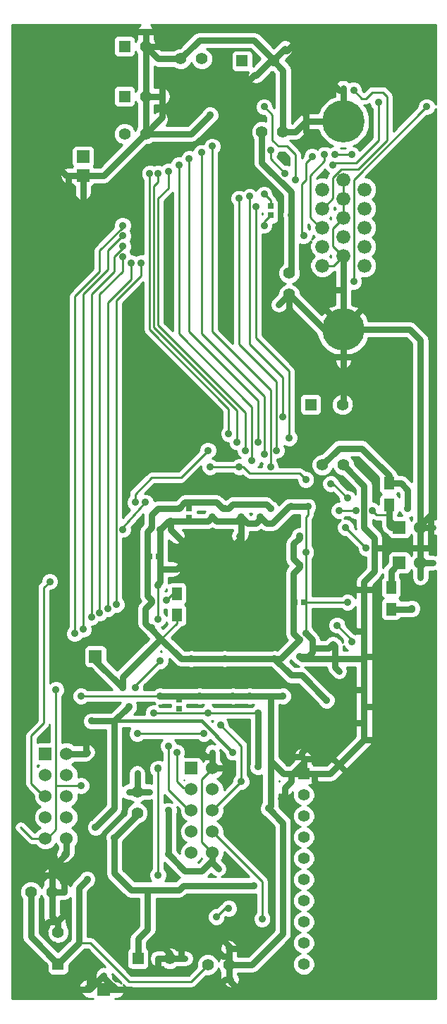
<source format=gbl>
G04 (created by PCBNEW (22-Jun-2014 BZR 4027)-stable) date Tue Mar 31 02:57:52 2015*
%MOIN*%
G04 Gerber Fmt 3.4, Leading zero omitted, Abs format*
%FSLAX34Y34*%
G01*
G70*
G90*
G04 APERTURE LIST*
%ADD10C,0.00590551*%
%ADD11R,0.0472X0.0591*%
%ADD12R,0.06X0.06*%
%ADD13C,0.06*%
%ADD14R,0.0590551X0.0590551*%
%ADD15R,0.0275X0.0315*%
%ADD16R,0.0315X0.0275*%
%ADD17C,0.055*%
%ADD18C,0.066*%
%ADD19C,0.2*%
%ADD20R,0.055X0.055*%
%ADD21C,0.035*%
%ADD22C,0.0314961*%
%ADD23C,0.01*%
%ADD24C,0.015748*%
G04 APERTURE END LIST*
G54D10*
G54D11*
X70866Y-28661D03*
X70866Y-27637D03*
X70964Y-33582D03*
X70964Y-32558D03*
G54D12*
X71350Y-31397D03*
G54D13*
X72350Y-31397D03*
G54D14*
X56397Y-13090D03*
G54D12*
X57381Y-51574D03*
G54D15*
X60925Y-37874D03*
X60925Y-38306D03*
G54D16*
X59528Y-31102D03*
X59960Y-31102D03*
G54D15*
X61417Y-28819D03*
X61417Y-29251D03*
G54D16*
X66417Y-33267D03*
X66849Y-33267D03*
G54D11*
X60826Y-33878D03*
X60826Y-32854D03*
G54D17*
X63295Y-50393D03*
X62295Y-50393D03*
X62015Y-7578D03*
X61015Y-7578D03*
X66141Y-18708D03*
X66141Y-17708D03*
G54D12*
X61507Y-41110D03*
G54D13*
X62507Y-41110D03*
X61507Y-42110D03*
X62507Y-42110D03*
X61507Y-43110D03*
X62507Y-43110D03*
X61507Y-44110D03*
X62507Y-44110D03*
X61507Y-45110D03*
X62507Y-45110D03*
G54D12*
X54618Y-40421D03*
G54D13*
X55618Y-40421D03*
X54618Y-41421D03*
X55618Y-41421D03*
X54618Y-42421D03*
X55618Y-42421D03*
X54618Y-43421D03*
X55618Y-43421D03*
X54618Y-44421D03*
X55618Y-44421D03*
G54D18*
X67700Y-13752D03*
X67700Y-14652D03*
X67700Y-15552D03*
X67700Y-16452D03*
X67700Y-17352D03*
X68700Y-13302D03*
X68700Y-14202D03*
X68700Y-15102D03*
X68700Y-16002D03*
X68700Y-16902D03*
X69700Y-13752D03*
X69700Y-14652D03*
X69700Y-15552D03*
X69700Y-16452D03*
X69700Y-17352D03*
G54D19*
X68700Y-10532D03*
X68700Y-20372D03*
G54D14*
X56397Y-12204D03*
G54D20*
X63915Y-7677D03*
G54D17*
X65415Y-7677D03*
X64854Y-11023D03*
X65854Y-11023D03*
G54D15*
X65255Y-14547D03*
X65255Y-14979D03*
G54D17*
X67708Y-26771D03*
X68708Y-26771D03*
G54D20*
X67163Y-23917D03*
G54D17*
X68663Y-23917D03*
G54D12*
X56988Y-35826D03*
G54D17*
X58956Y-43216D03*
X58956Y-42216D03*
G54D20*
X58994Y-50098D03*
G54D17*
X60494Y-50098D03*
G54D20*
X55216Y-50356D03*
G54D17*
X55216Y-48856D03*
X53929Y-46948D03*
X54929Y-46948D03*
G54D20*
X66830Y-41366D03*
G54D17*
X66830Y-42366D03*
X66830Y-43366D03*
X66830Y-44366D03*
X66830Y-45366D03*
X66830Y-46366D03*
X66830Y-47366D03*
X66830Y-48366D03*
X66830Y-49366D03*
X66830Y-50366D03*
G54D20*
X58358Y-6988D03*
G54D17*
X59358Y-6988D03*
G54D20*
X58358Y-9350D03*
G54D17*
X59358Y-9350D03*
X58358Y-11122D03*
X59358Y-11122D03*
G54D12*
X71350Y-29724D03*
G54D13*
X72350Y-29724D03*
G54D21*
X69783Y-30708D03*
X68799Y-29724D03*
X68110Y-27657D03*
X68897Y-28346D03*
X70078Y-28937D03*
X69291Y-28937D03*
X68503Y-28937D03*
X71948Y-33562D03*
X71751Y-28838D03*
X62401Y-10236D03*
X64960Y-9842D03*
X66437Y-13287D03*
X65255Y-11909D03*
X65944Y-12992D03*
X66633Y-35826D03*
X56594Y-46358D03*
X60433Y-43110D03*
X57874Y-44389D03*
X64468Y-46653D03*
X64665Y-41043D03*
X60433Y-45177D03*
X56988Y-43897D03*
X58267Y-37303D03*
X58562Y-38188D03*
X65255Y-28838D03*
X60039Y-29822D03*
X60531Y-29429D03*
X63877Y-29232D03*
X66633Y-30118D03*
X59940Y-46161D03*
X59940Y-41141D03*
X59940Y-41110D03*
X64862Y-48228D03*
X65157Y-43011D03*
X63287Y-47736D03*
X62696Y-48129D03*
X63877Y-41732D03*
X60433Y-40059D03*
X58858Y-37303D03*
X60039Y-36023D03*
X60334Y-33169D03*
X67913Y-37893D03*
X69094Y-35137D03*
X68405Y-34350D03*
X62893Y-39074D03*
X62106Y-39468D03*
X58956Y-39468D03*
X63484Y-40354D03*
X56791Y-38877D03*
X60826Y-40354D03*
X55118Y-37401D03*
X56299Y-41929D03*
X56299Y-37696D03*
X54822Y-32283D03*
X56003Y-34744D03*
X58267Y-15452D03*
X56397Y-34547D03*
X58267Y-15944D03*
X56791Y-33956D03*
X58267Y-16437D03*
X57185Y-33759D03*
X58267Y-16929D03*
X57578Y-33562D03*
X58661Y-17224D03*
X57972Y-33366D03*
X59153Y-17224D03*
X68897Y-33267D03*
X59940Y-34055D03*
X59940Y-32480D03*
X66929Y-34744D03*
X66929Y-30905D03*
X62303Y-26082D03*
X58858Y-28543D03*
X59350Y-28543D03*
X58267Y-29822D03*
X59744Y-38484D03*
X60039Y-37696D03*
X61909Y-37696D03*
X63484Y-37696D03*
X65846Y-37696D03*
X64271Y-37696D03*
X67027Y-28740D03*
X66929Y-27460D03*
X66240Y-28740D03*
X64763Y-29232D03*
X62500Y-29232D03*
X60925Y-28838D03*
X63090Y-28838D03*
X65452Y-35925D03*
X61515Y-35925D03*
X63090Y-35925D03*
X66633Y-35039D03*
X66633Y-31496D03*
X59645Y-34448D03*
X59645Y-29724D03*
X59645Y-33267D03*
X64665Y-38484D03*
X62303Y-38484D03*
X63779Y-26870D03*
X62401Y-26870D03*
X64960Y-15452D03*
X64960Y-13976D03*
X64566Y-14566D03*
X66141Y-25492D03*
X64271Y-14074D03*
X65846Y-24507D03*
X63779Y-14173D03*
X65551Y-26082D03*
X62500Y-11712D03*
X65255Y-26870D03*
X62007Y-12007D03*
X64960Y-26279D03*
X61417Y-12303D03*
X64665Y-25688D03*
X60925Y-12598D03*
X64370Y-26574D03*
X60433Y-12893D03*
X64074Y-26082D03*
X59940Y-12992D03*
X63681Y-25688D03*
X59547Y-12992D03*
X63287Y-25295D03*
X67224Y-12204D03*
X66830Y-15944D03*
X69192Y-18110D03*
X72637Y-9842D03*
X69192Y-9055D03*
X68307Y-12106D03*
X69094Y-12106D03*
X66240Y-14960D03*
X67814Y-12106D03*
X70374Y-9645D03*
X68208Y-12598D03*
G54D22*
X62507Y-40551D02*
X62204Y-40551D01*
X62204Y-40551D02*
X61811Y-40157D01*
X62507Y-41110D02*
X63157Y-41110D01*
X63157Y-41110D02*
X63385Y-41338D01*
X56527Y-40421D02*
X56527Y-39929D01*
X56527Y-39929D02*
X56692Y-39763D01*
X55618Y-45070D02*
X55618Y-45169D01*
X55618Y-45169D02*
X54921Y-45866D01*
X55511Y-46948D02*
X55511Y-46456D01*
X55511Y-46456D02*
X54921Y-45866D01*
X54929Y-46948D02*
X55511Y-46948D01*
X54921Y-46161D02*
X54921Y-45866D01*
X54921Y-45866D02*
X55118Y-45669D01*
X54921Y-46161D02*
X55807Y-46161D01*
X55807Y-46161D02*
X55905Y-46062D01*
X54921Y-46161D02*
X54625Y-46161D01*
X55216Y-48425D02*
X54929Y-48137D01*
X54929Y-48137D02*
X54929Y-46169D01*
X54929Y-46169D02*
X54921Y-46161D01*
X55216Y-48375D02*
X55216Y-48425D01*
X54625Y-46161D02*
X54330Y-46456D01*
X55118Y-48375D02*
X55167Y-48375D01*
X55167Y-48375D02*
X55511Y-48031D01*
X55216Y-48375D02*
X55118Y-48375D01*
X55118Y-48375D02*
X54773Y-48375D01*
X54773Y-48375D02*
X54724Y-48425D01*
X56692Y-51574D02*
X55905Y-51574D01*
X57874Y-51574D02*
X58661Y-51574D01*
X57381Y-50885D02*
X57381Y-50984D01*
X57972Y-51574D02*
X57874Y-51574D01*
X57874Y-51574D02*
X57381Y-51574D01*
X57381Y-50984D02*
X57972Y-51574D01*
X56692Y-51574D02*
X57381Y-50885D01*
X56692Y-51574D02*
X56692Y-50787D01*
X60494Y-50098D02*
X60494Y-49864D01*
X60494Y-49864D02*
X59842Y-49212D01*
X59940Y-50098D02*
X59940Y-50688D01*
X60494Y-50098D02*
X59940Y-50098D01*
X59940Y-50688D02*
X59842Y-50787D01*
X61023Y-50098D02*
X61023Y-49606D01*
X63385Y-49614D02*
X63385Y-49606D01*
X63385Y-49606D02*
X62992Y-49212D01*
X63295Y-50000D02*
X62992Y-50000D01*
X62992Y-50000D02*
X62598Y-49606D01*
X63295Y-49614D02*
X63385Y-49614D01*
X63385Y-49614D02*
X64165Y-49614D01*
X64165Y-49614D02*
X64173Y-49606D01*
X63385Y-51082D02*
X63385Y-51181D01*
X63385Y-51181D02*
X63779Y-51574D01*
X63385Y-51082D02*
X63385Y-51082D01*
X63385Y-51082D02*
X63090Y-51082D01*
X63295Y-50992D02*
X63385Y-51082D01*
X63295Y-50393D02*
X63295Y-50992D01*
X63090Y-51082D02*
X62992Y-51181D01*
X67716Y-40157D02*
X69291Y-41732D01*
X67322Y-41366D02*
X67322Y-41732D01*
X67322Y-41732D02*
X67716Y-42125D01*
X65944Y-42027D02*
X65944Y-42322D01*
X66240Y-41732D02*
X65944Y-42027D01*
X66240Y-41437D02*
X66240Y-41732D01*
X65944Y-42322D02*
X65748Y-42519D01*
X66732Y-40551D02*
X66732Y-40354D01*
X66732Y-40354D02*
X66929Y-40157D01*
X66141Y-40551D02*
X66732Y-40551D01*
X66732Y-40551D02*
X66830Y-40649D01*
X66830Y-40649D02*
X67224Y-40649D01*
X67224Y-40649D02*
X67322Y-40551D01*
X70177Y-30708D02*
X70866Y-30708D01*
X69685Y-32677D02*
X69291Y-32677D01*
X69291Y-32677D02*
X68503Y-31889D01*
X69685Y-32677D02*
X70078Y-32677D01*
X69685Y-34645D02*
X69291Y-34645D01*
X69291Y-34645D02*
X68897Y-34251D01*
X69685Y-38188D02*
X70472Y-38188D01*
X69685Y-37401D02*
X69291Y-37401D01*
X69685Y-38976D02*
X69291Y-38976D01*
X69685Y-39763D02*
X70078Y-39763D01*
X70078Y-39763D02*
X70472Y-40157D01*
X69685Y-35826D02*
X70472Y-35826D01*
X72440Y-30708D02*
X71653Y-30708D01*
X72350Y-30708D02*
X72440Y-30708D01*
X72440Y-30708D02*
X72834Y-30708D01*
X72834Y-29133D02*
X72834Y-30708D01*
X72350Y-29724D02*
X72350Y-29618D01*
X72350Y-29618D02*
X72834Y-29133D01*
X72350Y-30708D02*
X72350Y-29724D01*
X63877Y-30216D02*
X63877Y-30413D01*
X63877Y-30413D02*
X64173Y-30708D01*
X60629Y-31692D02*
X60826Y-31692D01*
X60039Y-31692D02*
X60629Y-31692D01*
X61023Y-31496D02*
X61417Y-31496D01*
X60826Y-31692D02*
X61023Y-31496D01*
X61417Y-30708D02*
X60826Y-30118D01*
X60531Y-29822D02*
X60826Y-30118D01*
X60531Y-29822D02*
X60531Y-29429D01*
X63877Y-30019D02*
X63877Y-30216D01*
X63877Y-30216D02*
X63385Y-30708D01*
X68700Y-18503D02*
X67716Y-18503D01*
X66141Y-18708D02*
X66141Y-20472D01*
X66141Y-20472D02*
X65748Y-20866D01*
X68700Y-20372D02*
X68700Y-20275D01*
X68700Y-20275D02*
X70078Y-18897D01*
X68700Y-20275D02*
X67322Y-18897D01*
X68700Y-21653D02*
X68700Y-23879D01*
X68700Y-23879D02*
X68663Y-23917D01*
X68700Y-21653D02*
X69685Y-21653D01*
X68700Y-21653D02*
X68110Y-21653D01*
X68700Y-9055D02*
X68503Y-9055D01*
X68503Y-9055D02*
X67716Y-8267D01*
X66929Y-10532D02*
X66929Y-11023D01*
X66929Y-11023D02*
X67322Y-11417D01*
X66929Y-10532D02*
X66929Y-10236D01*
X66929Y-10236D02*
X66535Y-9842D01*
X65846Y-7185D02*
X66043Y-7185D01*
X66043Y-7185D02*
X66535Y-6692D01*
X64616Y-8316D02*
X64517Y-8316D01*
X64517Y-8316D02*
X64173Y-8661D01*
X55708Y-13090D02*
X55610Y-13090D01*
X55610Y-13090D02*
X55118Y-12598D01*
X56299Y-14566D02*
X56397Y-14468D01*
X56397Y-14468D02*
X56299Y-14566D01*
X56397Y-13779D02*
X56397Y-14468D01*
X55708Y-13090D02*
X55708Y-13976D01*
X56397Y-13090D02*
X55708Y-13090D01*
X55708Y-13976D02*
X55511Y-14173D01*
X60137Y-9350D02*
X60137Y-10334D01*
X60137Y-10334D02*
X59842Y-10629D01*
X60137Y-9350D02*
X60137Y-8759D01*
X59358Y-9350D02*
X60137Y-9350D01*
X60137Y-8759D02*
X60236Y-8661D01*
X59448Y-6307D02*
X58669Y-6307D01*
X58669Y-6307D02*
X58661Y-6299D01*
X59358Y-6307D02*
X59448Y-6307D01*
X59448Y-6307D02*
X60228Y-6307D01*
X60228Y-6307D02*
X60236Y-6299D01*
X59358Y-6988D02*
X59940Y-6988D01*
X59940Y-6988D02*
X60236Y-6692D01*
X58956Y-42216D02*
X58570Y-42216D01*
X58570Y-42216D02*
X58562Y-42224D01*
X58956Y-42216D02*
X59539Y-42216D01*
X59539Y-42216D02*
X59547Y-42224D01*
X58956Y-42216D02*
X58956Y-41338D01*
X62507Y-45110D02*
X62507Y-45578D01*
X62507Y-45578D02*
X62795Y-45866D01*
X62507Y-41110D02*
X62507Y-40551D01*
X62507Y-40551D02*
X62507Y-40362D01*
X62507Y-40362D02*
X62500Y-40354D01*
X55618Y-44421D02*
X55618Y-45070D01*
X55618Y-45070D02*
X55511Y-45177D01*
X55618Y-40421D02*
X56527Y-40421D01*
X56527Y-40421D02*
X56594Y-40354D01*
X55216Y-48856D02*
X55216Y-48375D01*
X56692Y-51574D02*
X56594Y-51476D01*
X63295Y-50393D02*
X63295Y-50000D01*
X63295Y-50000D02*
X63295Y-49614D01*
X63295Y-49614D02*
X63287Y-49606D01*
X60494Y-50098D02*
X61023Y-50098D01*
X61023Y-50098D02*
X61220Y-50098D01*
X66240Y-41437D02*
X66830Y-40846D01*
X66830Y-40846D02*
X66830Y-40944D01*
X66240Y-41366D02*
X66240Y-41437D01*
X66830Y-41366D02*
X66830Y-40944D01*
X66830Y-40944D02*
X66830Y-40649D01*
X68307Y-36023D02*
X68307Y-35334D01*
X68011Y-35433D02*
X68208Y-35236D01*
X68011Y-35433D02*
X67224Y-35433D01*
X68307Y-35334D02*
X68208Y-35236D01*
X68307Y-35925D02*
X68307Y-36023D01*
X68307Y-36023D02*
X68307Y-36318D01*
X68307Y-36318D02*
X68503Y-36515D01*
X63877Y-29232D02*
X63877Y-30019D01*
X63877Y-30019D02*
X63779Y-30118D01*
X72350Y-31397D02*
X72350Y-32078D01*
X72350Y-32078D02*
X72342Y-32086D01*
X72350Y-31397D02*
X72933Y-31397D01*
X72350Y-29724D02*
X72933Y-29724D01*
X66141Y-18708D02*
X66133Y-18708D01*
X66133Y-18708D02*
X65649Y-19192D01*
X68700Y-20372D02*
X68700Y-21653D01*
X68700Y-21653D02*
X68700Y-21850D01*
X68700Y-10532D02*
X68700Y-9055D01*
X68700Y-9055D02*
X68700Y-8956D01*
X65415Y-7677D02*
X65255Y-7677D01*
X65255Y-7677D02*
X64616Y-8316D01*
X64616Y-8316D02*
X64566Y-8366D01*
X65415Y-7677D02*
X65415Y-7616D01*
X65415Y-7616D02*
X65846Y-7185D01*
X65846Y-7185D02*
X65944Y-7086D01*
X56397Y-13090D02*
X56397Y-13779D01*
X56397Y-13779D02*
X56397Y-13877D01*
X59358Y-11122D02*
X59358Y-11114D01*
X59358Y-11114D02*
X59842Y-10629D01*
X59842Y-10629D02*
X60039Y-10433D01*
X59358Y-6988D02*
X59358Y-6307D01*
X59358Y-6307D02*
X59350Y-6299D01*
X69685Y-29133D02*
X69685Y-29724D01*
X68708Y-26779D02*
X69685Y-27755D01*
X69685Y-27755D02*
X69685Y-29133D01*
X68708Y-26771D02*
X68708Y-26779D01*
X69685Y-32283D02*
X69685Y-32677D01*
X69685Y-32677D02*
X69685Y-34645D01*
X69685Y-34645D02*
X69685Y-35826D01*
X69685Y-35826D02*
X69685Y-35925D01*
X70177Y-31791D02*
X69685Y-32283D01*
X70177Y-30216D02*
X70177Y-30708D01*
X70177Y-30708D02*
X70177Y-31791D01*
X69685Y-29724D02*
X70177Y-30216D01*
G54D23*
X68799Y-29724D02*
X69783Y-30708D01*
X68208Y-27657D02*
X68110Y-27657D01*
X68897Y-28346D02*
X68208Y-27657D01*
X70759Y-29133D02*
X71350Y-29724D01*
X70275Y-29133D02*
X70759Y-29133D01*
X70078Y-28937D02*
X70275Y-29133D01*
X68503Y-28937D02*
X69291Y-28937D01*
G54D22*
X70866Y-27637D02*
X71436Y-27637D01*
X71928Y-33582D02*
X70964Y-33582D01*
X71948Y-33562D02*
X71928Y-33582D01*
X71751Y-27952D02*
X71751Y-28838D01*
X71436Y-27637D02*
X71751Y-27952D01*
X70866Y-28661D02*
X70866Y-29625D01*
X70866Y-29625D02*
X70964Y-29724D01*
X70964Y-29724D02*
X71350Y-29724D01*
X70964Y-32558D02*
X70964Y-31783D01*
X70964Y-31783D02*
X71350Y-31397D01*
X70866Y-27637D02*
X70866Y-27263D01*
X68496Y-25984D02*
X67708Y-26771D01*
X69586Y-25984D02*
X68496Y-25984D01*
X70866Y-27263D02*
X69586Y-25984D01*
X72350Y-29724D02*
X72350Y-20874D01*
X71849Y-20372D02*
X68700Y-20372D01*
X72350Y-20874D02*
X71849Y-20372D01*
X72350Y-31397D02*
X72350Y-29724D01*
X59358Y-11122D02*
X61515Y-11122D01*
X61515Y-11122D02*
X62401Y-10236D01*
X59358Y-11122D02*
X59350Y-11122D01*
X57381Y-13090D02*
X56397Y-13090D01*
X59350Y-11122D02*
X57381Y-13090D01*
X59358Y-9350D02*
X59358Y-11122D01*
X59358Y-6988D02*
X59358Y-9350D01*
X61015Y-7578D02*
X59948Y-7578D01*
X59948Y-7578D02*
X59358Y-6988D01*
X65415Y-7677D02*
X65415Y-7639D01*
X65415Y-7639D02*
X64468Y-6692D01*
X64468Y-6692D02*
X61901Y-6692D01*
X61901Y-6692D02*
X61015Y-7578D01*
X65854Y-11023D02*
X65854Y-8116D01*
X65854Y-8116D02*
X65415Y-7677D01*
X65854Y-11023D02*
X66437Y-11023D01*
X66927Y-10532D02*
X66929Y-10532D01*
X66929Y-10532D02*
X68700Y-10532D01*
X66437Y-11023D02*
X66927Y-10532D01*
G54D23*
X65354Y-10236D02*
X64960Y-9842D01*
X65354Y-11417D02*
X65354Y-10236D01*
X65649Y-11712D02*
X65354Y-11417D01*
X66043Y-11712D02*
X65649Y-11712D01*
X66437Y-12106D02*
X66043Y-11712D01*
X66437Y-13287D02*
X66437Y-12106D01*
X65255Y-12303D02*
X65255Y-11909D01*
X65944Y-12992D02*
X65255Y-12303D01*
G54D22*
X66240Y-14960D02*
X66240Y-17610D01*
X66240Y-17610D02*
X66141Y-17708D01*
X64854Y-11023D02*
X64854Y-12492D01*
X66240Y-13877D02*
X66240Y-14960D01*
X64854Y-12492D02*
X66240Y-13877D01*
G54D23*
X62295Y-50393D02*
X62295Y-50401D01*
X56753Y-49372D02*
X56200Y-49372D01*
X58562Y-51181D02*
X56753Y-49372D01*
X61515Y-51181D02*
X58562Y-51181D01*
X62295Y-50401D02*
X61515Y-51181D01*
X54618Y-44421D02*
X53968Y-44421D01*
X53968Y-44421D02*
X53444Y-43897D01*
X60826Y-33878D02*
X60826Y-34251D01*
X60826Y-34251D02*
X60088Y-34990D01*
G54D22*
X60531Y-29429D02*
X60433Y-29429D01*
X60433Y-29429D02*
X60039Y-29822D01*
X68700Y-20372D02*
X68700Y-18503D01*
X68700Y-18503D02*
X68700Y-16902D01*
G54D23*
X68700Y-16902D02*
X68674Y-16902D01*
X68674Y-16902D02*
X68208Y-16437D01*
X68208Y-16437D02*
X68208Y-15594D01*
X68208Y-15594D02*
X68700Y-15102D01*
X67700Y-17352D02*
X68250Y-17352D01*
X68250Y-17352D02*
X68700Y-16902D01*
X68700Y-14202D02*
X68700Y-15102D01*
X68700Y-13302D02*
X68700Y-14202D01*
G54D22*
X66929Y-34744D02*
X67224Y-35039D01*
X67224Y-35039D02*
X67224Y-35433D01*
X67027Y-35826D02*
X66633Y-35826D01*
X67224Y-35433D02*
X67224Y-35629D01*
X67224Y-35629D02*
X67027Y-35826D01*
X65157Y-43011D02*
X65846Y-43700D01*
X64370Y-50393D02*
X63295Y-50393D01*
X65846Y-48917D02*
X64370Y-50393D01*
X65846Y-43700D02*
X65846Y-48917D01*
G54D23*
X66633Y-35826D02*
X66732Y-35925D01*
X66732Y-35925D02*
X66633Y-35826D01*
G54D22*
X69685Y-35925D02*
X68307Y-35925D01*
X68307Y-35925D02*
X66732Y-35925D01*
X66732Y-35925D02*
X66633Y-35826D01*
X68082Y-41366D02*
X67322Y-41366D01*
X67322Y-41366D02*
X66830Y-41366D01*
X69685Y-39763D02*
X68082Y-41366D01*
X69685Y-35925D02*
X69685Y-37401D01*
X69685Y-37401D02*
X69685Y-38188D01*
X69685Y-38188D02*
X69685Y-38976D01*
X69685Y-38976D02*
X69685Y-39763D01*
X66830Y-41366D02*
X66240Y-41366D01*
X66240Y-41366D02*
X65874Y-41366D01*
X65874Y-41366D02*
X65255Y-40748D01*
X53929Y-46948D02*
X53929Y-49068D01*
X53929Y-49068D02*
X55216Y-50356D01*
X56594Y-46358D02*
X56200Y-46751D01*
X56200Y-46751D02*
X56200Y-49372D01*
X56200Y-49372D02*
X55216Y-50356D01*
X58994Y-50098D02*
X58994Y-49175D01*
X59448Y-48720D02*
X59448Y-46850D01*
X58994Y-49175D02*
X59448Y-48720D01*
X58956Y-43216D02*
X58956Y-43307D01*
X58956Y-43307D02*
X57874Y-44389D01*
X60433Y-45177D02*
X60433Y-43110D01*
X64665Y-38484D02*
X64665Y-41043D01*
X57874Y-46062D02*
X57874Y-44389D01*
X58661Y-46850D02*
X57874Y-46062D01*
X60925Y-46850D02*
X59448Y-46850D01*
X59448Y-46850D02*
X58661Y-46850D01*
X61122Y-46653D02*
X60925Y-46850D01*
X64468Y-46653D02*
X61122Y-46653D01*
X62507Y-45110D02*
X62507Y-45464D01*
X61220Y-45964D02*
X60433Y-45177D01*
X62007Y-45964D02*
X61220Y-45964D01*
X62507Y-45464D02*
X62007Y-45964D01*
X57874Y-38877D02*
X57874Y-43011D01*
X57874Y-43011D02*
X56988Y-43897D01*
X56791Y-38877D02*
X57874Y-38877D01*
X58562Y-38188D02*
X57874Y-38877D01*
X68700Y-20372D02*
X67805Y-20372D01*
X67805Y-20372D02*
X66141Y-18708D01*
X59645Y-34448D02*
X59547Y-34448D01*
X59350Y-33562D02*
X59645Y-33267D01*
X59350Y-34251D02*
X59350Y-33562D01*
X59547Y-34448D02*
X59350Y-34251D01*
X59645Y-29724D02*
X59448Y-29921D01*
X59448Y-29921D02*
X59448Y-32972D01*
X59448Y-32972D02*
X59645Y-33169D01*
X59645Y-33169D02*
X59645Y-33267D01*
X60925Y-28838D02*
X60826Y-28838D01*
X59645Y-29133D02*
X59645Y-29724D01*
X59744Y-29035D02*
X59645Y-29133D01*
X59940Y-28838D02*
X59744Y-29035D01*
X60826Y-28838D02*
X59940Y-28838D01*
X63090Y-28838D02*
X62992Y-28838D01*
X61220Y-28543D02*
X60925Y-28838D01*
X62696Y-28543D02*
X61220Y-28543D01*
X62992Y-28838D02*
X62696Y-28543D01*
X65255Y-28838D02*
X65059Y-28641D01*
X63287Y-28838D02*
X63090Y-28838D01*
X63484Y-28641D02*
X63287Y-28838D01*
X65059Y-28641D02*
X63484Y-28641D01*
X65255Y-37696D02*
X65255Y-40748D01*
X65255Y-40748D02*
X65255Y-42913D01*
X65255Y-42913D02*
X65157Y-43011D01*
X61909Y-37696D02*
X60039Y-37696D01*
X63484Y-37696D02*
X61909Y-37696D01*
X64271Y-37696D02*
X63484Y-37696D01*
X65846Y-37696D02*
X64271Y-37696D01*
X65452Y-35925D02*
X66240Y-36712D01*
X66240Y-36712D02*
X66732Y-36712D01*
X66732Y-36712D02*
X67913Y-37893D01*
X58267Y-37303D02*
X58267Y-36811D01*
X58267Y-36811D02*
X60088Y-34990D01*
X59645Y-34448D02*
X59645Y-34547D01*
X59645Y-34547D02*
X60088Y-34990D01*
X61023Y-35925D02*
X61515Y-35925D01*
X60088Y-34990D02*
X61023Y-35925D01*
X59940Y-32480D02*
X59940Y-32381D01*
X60039Y-30413D02*
X60039Y-29822D01*
X60039Y-30413D02*
X60039Y-31692D01*
X60039Y-31692D02*
X60039Y-32283D01*
X60039Y-32283D02*
X59940Y-32381D01*
X62500Y-29232D02*
X62303Y-29429D01*
X60629Y-29429D02*
X60531Y-29429D01*
X60826Y-29429D02*
X60629Y-29429D01*
X62303Y-29429D02*
X60826Y-29429D01*
X64763Y-29232D02*
X65059Y-29527D01*
X66141Y-28740D02*
X66240Y-28740D01*
X65354Y-29527D02*
X66141Y-28740D01*
X65059Y-29527D02*
X65354Y-29527D01*
X64763Y-29232D02*
X64763Y-29330D01*
X64173Y-29527D02*
X63877Y-29232D01*
X64566Y-29527D02*
X64173Y-29527D01*
X64763Y-29330D02*
X64566Y-29527D01*
X63877Y-29232D02*
X63681Y-29429D01*
X63681Y-29429D02*
X62696Y-29429D01*
X62696Y-29429D02*
X62500Y-29232D01*
X67027Y-28740D02*
X66240Y-28740D01*
X66633Y-30118D02*
X66633Y-30216D01*
X66338Y-31200D02*
X66633Y-31496D01*
X66338Y-30511D02*
X66338Y-31200D01*
X66633Y-30216D02*
X66338Y-30511D01*
X66633Y-31496D02*
X66633Y-31594D01*
X66633Y-31594D02*
X66338Y-31889D01*
X66338Y-31889D02*
X66338Y-34744D01*
X66338Y-34744D02*
X66633Y-35039D01*
X61515Y-35925D02*
X65452Y-35925D01*
X65452Y-35925D02*
X65748Y-35925D01*
X65748Y-35925D02*
X66633Y-35039D01*
X56988Y-35826D02*
X56988Y-36023D01*
X56988Y-36023D02*
X58267Y-37303D01*
G54D23*
X59940Y-46161D02*
X59940Y-41141D01*
X59940Y-41110D02*
X59940Y-41141D01*
X62507Y-44110D02*
X62515Y-44110D01*
X64862Y-46456D02*
X64862Y-48228D01*
X62515Y-44110D02*
X64862Y-46456D01*
X65157Y-43011D02*
X65255Y-42913D01*
X63090Y-47736D02*
X63287Y-47736D01*
X62696Y-48129D02*
X63090Y-47736D01*
X63877Y-41732D02*
X63877Y-41740D01*
X60433Y-40059D02*
X60433Y-42125D01*
X60433Y-42125D02*
X61417Y-43110D01*
X61417Y-43110D02*
X61507Y-43110D01*
X58858Y-37204D02*
X58858Y-37303D01*
X60039Y-36023D02*
X58858Y-37204D01*
X60826Y-32854D02*
X60649Y-32854D01*
X60649Y-32854D02*
X60334Y-33169D01*
X67913Y-37893D02*
X66732Y-36712D01*
X66732Y-36712D02*
X66240Y-36712D01*
X69094Y-35039D02*
X69094Y-35137D01*
X68405Y-34350D02*
X69094Y-35039D01*
X62893Y-39074D02*
X63877Y-40059D01*
X63877Y-40059D02*
X63877Y-41740D01*
X62507Y-43110D02*
X63877Y-41740D01*
X58956Y-39468D02*
X62106Y-39468D01*
G54D24*
X57578Y-38877D02*
X62007Y-38877D01*
X62007Y-38877D02*
X63484Y-40354D01*
X57578Y-38877D02*
X56791Y-38877D01*
G54D23*
X62507Y-41110D02*
X62507Y-41133D01*
X62507Y-41133D02*
X62007Y-41633D01*
X62007Y-41633D02*
X62007Y-44610D01*
X62007Y-44610D02*
X62507Y-45110D01*
X61425Y-42027D02*
X61507Y-42110D01*
X61122Y-42027D02*
X61425Y-42027D01*
X60826Y-41732D02*
X61122Y-42027D01*
X60826Y-40354D02*
X60826Y-41732D01*
X55118Y-41929D02*
X55118Y-37401D01*
X56299Y-41929D02*
X55118Y-41929D01*
X54692Y-44421D02*
X54618Y-44421D01*
X55118Y-43996D02*
X54692Y-44421D01*
X55118Y-41929D02*
X55118Y-43996D01*
X60039Y-37696D02*
X56299Y-37696D01*
X54618Y-42421D02*
X54527Y-42421D01*
X54527Y-32578D02*
X54822Y-32283D01*
X54527Y-38976D02*
X54527Y-32578D01*
X53937Y-39566D02*
X54527Y-38976D01*
X53937Y-41830D02*
X53937Y-39566D01*
X54527Y-42421D02*
X53937Y-41830D01*
X58267Y-15452D02*
X58267Y-15551D01*
X56003Y-18799D02*
X56003Y-34744D01*
X57185Y-17618D02*
X56003Y-18799D01*
X57185Y-16633D02*
X57185Y-17618D01*
X58267Y-15551D02*
X57185Y-16633D01*
X56397Y-34547D02*
X56397Y-18700D01*
X57578Y-16633D02*
X58267Y-15944D01*
X57578Y-17519D02*
X57578Y-16633D01*
X56397Y-18700D02*
X57578Y-17519D01*
X58267Y-16437D02*
X58267Y-16535D01*
X56791Y-18700D02*
X56791Y-33956D01*
X57874Y-17618D02*
X56791Y-18700D01*
X57874Y-16929D02*
X57874Y-17618D01*
X58267Y-16535D02*
X57874Y-16929D01*
X57185Y-33759D02*
X57185Y-18700D01*
X58267Y-17618D02*
X58267Y-16929D01*
X57185Y-18700D02*
X58267Y-17618D01*
X58661Y-17224D02*
X58661Y-18011D01*
X57578Y-19094D02*
X57578Y-33562D01*
X58661Y-18011D02*
X57578Y-19094D01*
X57972Y-33366D02*
X57972Y-18996D01*
X59153Y-17814D02*
X59153Y-17224D01*
X57972Y-18996D02*
X59153Y-17814D01*
X66929Y-33267D02*
X68405Y-33267D01*
X68405Y-33267D02*
X68897Y-33267D01*
X59940Y-34055D02*
X59940Y-32480D01*
X66633Y-35826D02*
X66633Y-35826D01*
X66929Y-34744D02*
X66929Y-33464D01*
X66929Y-33464D02*
X66929Y-33267D01*
X66929Y-33267D02*
X66929Y-30905D01*
X67027Y-29133D02*
X67027Y-28740D01*
X66929Y-30905D02*
X66929Y-29232D01*
X66929Y-29232D02*
X67027Y-29133D01*
X62303Y-26082D02*
X61023Y-27362D01*
X61023Y-27362D02*
X59645Y-27362D01*
X59645Y-27362D02*
X58858Y-28149D01*
X58858Y-28149D02*
X58858Y-28543D01*
X58267Y-29724D02*
X58267Y-29822D01*
X58267Y-29724D02*
X59350Y-28543D01*
X59744Y-38484D02*
X62303Y-38484D01*
X65846Y-37696D02*
X65255Y-37696D01*
X65255Y-37696D02*
X64271Y-37696D01*
G54D24*
X65551Y-29232D02*
X66043Y-28740D01*
X66043Y-28740D02*
X66240Y-28740D01*
X65452Y-35925D02*
X65748Y-35925D01*
X65748Y-35925D02*
X66633Y-35039D01*
X63090Y-35925D02*
X65452Y-35925D01*
X61515Y-35925D02*
X63090Y-35925D01*
G54D23*
X63779Y-26870D02*
X63976Y-26870D01*
X66633Y-27165D02*
X66929Y-27460D01*
X64271Y-27165D02*
X66633Y-27165D01*
X63976Y-26870D02*
X64271Y-27165D01*
X66043Y-28740D02*
X66240Y-28740D01*
X65551Y-29232D02*
X66043Y-28740D01*
X62303Y-38484D02*
X64665Y-38484D01*
X62401Y-26870D02*
X63779Y-26870D01*
X64960Y-15452D02*
X64960Y-15275D01*
X64960Y-15275D02*
X65255Y-14979D01*
X65255Y-14271D02*
X65255Y-14547D01*
X64960Y-13976D02*
X65255Y-14271D01*
X64566Y-20767D02*
X64566Y-14566D01*
X66141Y-22342D02*
X64566Y-20767D01*
X66141Y-25492D02*
X66141Y-22342D01*
X64271Y-21062D02*
X64271Y-14074D01*
X65846Y-22637D02*
X64271Y-21062D01*
X65846Y-24507D02*
X65846Y-22637D01*
X63779Y-21062D02*
X63779Y-14173D01*
X65551Y-22834D02*
X63779Y-21062D01*
X65551Y-26082D02*
X65551Y-22834D01*
X62500Y-20472D02*
X62500Y-11712D01*
X65255Y-23228D02*
X62500Y-20472D01*
X65255Y-26870D02*
X65255Y-23228D01*
X62007Y-20570D02*
X62007Y-12007D01*
X64960Y-23523D02*
X62007Y-20570D01*
X64960Y-26279D02*
X64960Y-23523D01*
X61417Y-20472D02*
X61417Y-12303D01*
X64665Y-23720D02*
X61417Y-20472D01*
X64665Y-25688D02*
X64665Y-23720D01*
X60925Y-20570D02*
X60925Y-12598D01*
X64370Y-24015D02*
X60925Y-20570D01*
X64370Y-26574D02*
X64370Y-24015D01*
X64074Y-26082D02*
X64074Y-24311D01*
X60433Y-13681D02*
X60433Y-12893D01*
X59940Y-14173D02*
X60433Y-13681D01*
X59940Y-20177D02*
X59940Y-14173D01*
X64074Y-24311D02*
X59940Y-20177D01*
X64074Y-24311D02*
X64074Y-24311D01*
X63681Y-25688D02*
X63681Y-24212D01*
X59940Y-13385D02*
X59940Y-12992D01*
X59744Y-13582D02*
X59940Y-13385D01*
X59744Y-20275D02*
X59744Y-13582D01*
X63681Y-24212D02*
X59744Y-20275D01*
X63287Y-25295D02*
X63287Y-24114D01*
X59547Y-20374D02*
X59547Y-12992D01*
X63287Y-24114D02*
X59547Y-20374D01*
X63287Y-25295D02*
X63385Y-25295D01*
X66929Y-12500D02*
X67224Y-12204D01*
X66929Y-13287D02*
X66929Y-12500D01*
X66732Y-13484D02*
X66929Y-13287D01*
X66732Y-15846D02*
X66732Y-13484D01*
X66830Y-15944D02*
X66732Y-15846D01*
X69192Y-13287D02*
X69192Y-18110D01*
X72637Y-9842D02*
X69192Y-13287D01*
X67700Y-14652D02*
X67729Y-14652D01*
X69586Y-9448D02*
X69192Y-9055D01*
X69783Y-9448D02*
X69586Y-9448D01*
X70078Y-9153D02*
X69783Y-9448D01*
X70570Y-9153D02*
X70078Y-9153D01*
X70767Y-9350D02*
X70570Y-9153D01*
X70767Y-11417D02*
X70767Y-9350D01*
X69389Y-12795D02*
X70767Y-11417D01*
X68602Y-12795D02*
X69389Y-12795D01*
X68208Y-13188D02*
X68602Y-12795D01*
X68208Y-14173D02*
X68208Y-13188D01*
X67729Y-14652D02*
X68208Y-14173D01*
X69094Y-12106D02*
X68307Y-12106D01*
X67700Y-15552D02*
X67619Y-15552D01*
X67814Y-12401D02*
X67814Y-12106D01*
X67125Y-13090D02*
X67814Y-12401D01*
X67125Y-15059D02*
X67125Y-13090D01*
X67619Y-15552D02*
X67125Y-15059D01*
X70374Y-11417D02*
X70374Y-9645D01*
X69291Y-12500D02*
X70374Y-11417D01*
X68307Y-12500D02*
X69291Y-12500D01*
X68208Y-12598D02*
X68307Y-12500D01*
G54D10*
G36*
X54290Y-40971D02*
X54237Y-41024D01*
X54237Y-40958D01*
X54268Y-40971D01*
X54290Y-40971D01*
X54290Y-40971D01*
G37*
G54D23*
X54290Y-40971D02*
X54237Y-41024D01*
X54237Y-40958D01*
X54268Y-40971D01*
X54290Y-40971D01*
G54D10*
G36*
X54818Y-39871D02*
X54367Y-39871D01*
X54268Y-39871D01*
X54268Y-39871D01*
X54268Y-39871D01*
X54237Y-39884D01*
X54237Y-39691D01*
X54739Y-39188D01*
X54739Y-39188D01*
X54804Y-39091D01*
X54818Y-39023D01*
X54818Y-39871D01*
X54818Y-39871D01*
G37*
G54D23*
X54818Y-39871D02*
X54367Y-39871D01*
X54268Y-39871D01*
X54268Y-39871D01*
X54268Y-39871D01*
X54237Y-39884D01*
X54237Y-39691D01*
X54739Y-39188D01*
X54739Y-39188D01*
X54804Y-39091D01*
X54818Y-39023D01*
X54818Y-39871D01*
G54D10*
G36*
X55793Y-49203D02*
X55216Y-49780D01*
X54336Y-48900D01*
X54336Y-47283D01*
X54373Y-47246D01*
X54383Y-47223D01*
X54389Y-47221D01*
X54419Y-47136D01*
X54426Y-47120D01*
X54468Y-47221D01*
X54474Y-47223D01*
X54483Y-47245D01*
X54521Y-47283D01*
X54521Y-48137D01*
X54521Y-48137D01*
X54552Y-48293D01*
X54641Y-48425D01*
X54772Y-48557D01*
X54771Y-48558D01*
X54762Y-48581D01*
X54755Y-48583D01*
X54726Y-48668D01*
X54691Y-48751D01*
X54691Y-48766D01*
X54686Y-48780D01*
X54691Y-48870D01*
X54691Y-48960D01*
X54697Y-48974D01*
X54697Y-48989D01*
X54755Y-49129D01*
X54761Y-49130D01*
X54771Y-49153D01*
X54918Y-49301D01*
X54942Y-49310D01*
X54943Y-49316D01*
X55028Y-49346D01*
X55111Y-49381D01*
X55126Y-49381D01*
X55140Y-49386D01*
X55230Y-49381D01*
X55320Y-49381D01*
X55334Y-49375D01*
X55349Y-49374D01*
X55489Y-49316D01*
X55490Y-49310D01*
X55513Y-49301D01*
X55661Y-49154D01*
X55671Y-49130D01*
X55677Y-49129D01*
X55706Y-49044D01*
X55741Y-48961D01*
X55741Y-48946D01*
X55746Y-48932D01*
X55741Y-48842D01*
X55741Y-48752D01*
X55735Y-48738D01*
X55735Y-48723D01*
X55677Y-48583D01*
X55671Y-48581D01*
X55661Y-48559D01*
X55624Y-48521D01*
X55624Y-48425D01*
X55624Y-48425D01*
X55624Y-48425D01*
X55617Y-48394D01*
X55592Y-48269D01*
X55592Y-48269D01*
X55504Y-48137D01*
X55504Y-48137D01*
X55336Y-47969D01*
X55336Y-47356D01*
X55511Y-47356D01*
X55667Y-47325D01*
X55793Y-47241D01*
X55793Y-49203D01*
X55793Y-49203D01*
G37*
G54D23*
X55793Y-49203D02*
X55216Y-49780D01*
X54336Y-48900D01*
X54336Y-47283D01*
X54373Y-47246D01*
X54383Y-47223D01*
X54389Y-47221D01*
X54419Y-47136D01*
X54426Y-47120D01*
X54468Y-47221D01*
X54474Y-47223D01*
X54483Y-47245D01*
X54521Y-47283D01*
X54521Y-48137D01*
X54521Y-48137D01*
X54552Y-48293D01*
X54641Y-48425D01*
X54772Y-48557D01*
X54771Y-48558D01*
X54762Y-48581D01*
X54755Y-48583D01*
X54726Y-48668D01*
X54691Y-48751D01*
X54691Y-48766D01*
X54686Y-48780D01*
X54691Y-48870D01*
X54691Y-48960D01*
X54697Y-48974D01*
X54697Y-48989D01*
X54755Y-49129D01*
X54761Y-49130D01*
X54771Y-49153D01*
X54918Y-49301D01*
X54942Y-49310D01*
X54943Y-49316D01*
X55028Y-49346D01*
X55111Y-49381D01*
X55126Y-49381D01*
X55140Y-49386D01*
X55230Y-49381D01*
X55320Y-49381D01*
X55334Y-49375D01*
X55349Y-49374D01*
X55489Y-49316D01*
X55490Y-49310D01*
X55513Y-49301D01*
X55661Y-49154D01*
X55671Y-49130D01*
X55677Y-49129D01*
X55706Y-49044D01*
X55741Y-48961D01*
X55741Y-48946D01*
X55746Y-48932D01*
X55741Y-48842D01*
X55741Y-48752D01*
X55735Y-48738D01*
X55735Y-48723D01*
X55677Y-48583D01*
X55671Y-48581D01*
X55661Y-48559D01*
X55624Y-48521D01*
X55624Y-48425D01*
X55624Y-48425D01*
X55624Y-48425D01*
X55617Y-48394D01*
X55592Y-48269D01*
X55592Y-48269D01*
X55504Y-48137D01*
X55504Y-48137D01*
X55336Y-47969D01*
X55336Y-47356D01*
X55511Y-47356D01*
X55667Y-47325D01*
X55793Y-47241D01*
X55793Y-49203D01*
G54D10*
G36*
X58211Y-51253D02*
X58128Y-51198D01*
X57972Y-51167D01*
X57907Y-51167D01*
X57893Y-51133D01*
X57893Y-51133D01*
X57893Y-51133D01*
X57858Y-51098D01*
X57823Y-51062D01*
X57823Y-51062D01*
X57823Y-51062D01*
X57789Y-51048D01*
X57789Y-50885D01*
X57775Y-50818D01*
X58211Y-51253D01*
X58211Y-51253D01*
G37*
G54D23*
X58211Y-51253D02*
X58128Y-51198D01*
X57972Y-51167D01*
X57907Y-51167D01*
X57893Y-51133D01*
X57893Y-51133D01*
X57893Y-51133D01*
X57858Y-51098D01*
X57823Y-51062D01*
X57823Y-51062D01*
X57823Y-51062D01*
X57789Y-51048D01*
X57789Y-50885D01*
X57775Y-50818D01*
X58211Y-51253D01*
G54D10*
G36*
X59640Y-45860D02*
X59580Y-45920D01*
X59516Y-46076D01*
X59515Y-46245D01*
X59580Y-46401D01*
X59621Y-46442D01*
X59448Y-46442D01*
X58830Y-46442D01*
X58281Y-45894D01*
X58281Y-44558D01*
X59115Y-43724D01*
X59229Y-43677D01*
X59231Y-43671D01*
X59253Y-43661D01*
X59401Y-43514D01*
X59411Y-43490D01*
X59417Y-43489D01*
X59447Y-43404D01*
X59481Y-43321D01*
X59481Y-43306D01*
X59486Y-43292D01*
X59481Y-43202D01*
X59481Y-43112D01*
X59476Y-43098D01*
X59475Y-43083D01*
X59417Y-42943D01*
X59411Y-42942D01*
X59402Y-42919D01*
X59254Y-42771D01*
X59231Y-42762D01*
X59229Y-42755D01*
X59144Y-42726D01*
X59127Y-42719D01*
X59229Y-42677D01*
X59231Y-42671D01*
X59253Y-42661D01*
X59291Y-42624D01*
X59507Y-42624D01*
X59547Y-42631D01*
X59640Y-42613D01*
X59640Y-45860D01*
X59640Y-45860D01*
G37*
G54D23*
X59640Y-45860D02*
X59580Y-45920D01*
X59516Y-46076D01*
X59515Y-46245D01*
X59580Y-46401D01*
X59621Y-46442D01*
X59448Y-46442D01*
X58830Y-46442D01*
X58281Y-45894D01*
X58281Y-44558D01*
X59115Y-43724D01*
X59229Y-43677D01*
X59231Y-43671D01*
X59253Y-43661D01*
X59401Y-43514D01*
X59411Y-43490D01*
X59417Y-43489D01*
X59447Y-43404D01*
X59481Y-43321D01*
X59481Y-43306D01*
X59486Y-43292D01*
X59481Y-43202D01*
X59481Y-43112D01*
X59476Y-43098D01*
X59475Y-43083D01*
X59417Y-42943D01*
X59411Y-42942D01*
X59402Y-42919D01*
X59254Y-42771D01*
X59231Y-42762D01*
X59229Y-42755D01*
X59144Y-42726D01*
X59127Y-42719D01*
X59229Y-42677D01*
X59231Y-42671D01*
X59253Y-42661D01*
X59291Y-42624D01*
X59507Y-42624D01*
X59547Y-42631D01*
X59640Y-42613D01*
X59640Y-45860D01*
G54D10*
G36*
X59804Y-38059D02*
X59659Y-38059D01*
X59503Y-38123D01*
X59384Y-38243D01*
X59319Y-38399D01*
X59319Y-38549D01*
X58803Y-38549D01*
X58923Y-38430D01*
X58987Y-38273D01*
X58988Y-38104D01*
X58943Y-37996D01*
X59738Y-37996D01*
X59798Y-38056D01*
X59804Y-38059D01*
X59804Y-38059D01*
G37*
G54D23*
X59804Y-38059D02*
X59659Y-38059D01*
X59503Y-38123D01*
X59384Y-38243D01*
X59319Y-38399D01*
X59319Y-38549D01*
X58803Y-38549D01*
X58923Y-38430D01*
X58987Y-38273D01*
X58988Y-38104D01*
X58943Y-37996D01*
X59738Y-37996D01*
X59798Y-38056D01*
X59804Y-38059D01*
G54D10*
G36*
X60120Y-35598D02*
X60056Y-35598D01*
X60088Y-35566D01*
X60120Y-35598D01*
X60120Y-35598D01*
G37*
G54D23*
X60120Y-35598D02*
X60056Y-35598D01*
X60088Y-35566D01*
X60120Y-35598D01*
G54D10*
G36*
X60133Y-40729D02*
X60025Y-40685D01*
X59856Y-40685D01*
X59700Y-40749D01*
X59580Y-40869D01*
X59516Y-41025D01*
X59515Y-41194D01*
X59515Y-41194D01*
X59515Y-41225D01*
X59580Y-41382D01*
X59640Y-41442D01*
X59640Y-41829D01*
X59539Y-41809D01*
X59539Y-41809D01*
X59364Y-41809D01*
X59364Y-41338D01*
X59333Y-41182D01*
X59244Y-41050D01*
X59112Y-40962D01*
X58956Y-40931D01*
X58800Y-40962D01*
X58668Y-41050D01*
X58580Y-41182D01*
X58549Y-41338D01*
X58549Y-41813D01*
X58414Y-41840D01*
X58361Y-41875D01*
X58282Y-41928D01*
X58282Y-41928D01*
X58281Y-41929D01*
X58281Y-39206D01*
X58617Y-39206D01*
X58596Y-39227D01*
X58531Y-39383D01*
X58531Y-39552D01*
X58596Y-39708D01*
X58715Y-39828D01*
X58871Y-39893D01*
X59040Y-39893D01*
X59197Y-39829D01*
X59257Y-39768D01*
X60122Y-39768D01*
X60072Y-39817D01*
X60008Y-39974D01*
X60007Y-40143D01*
X60072Y-40299D01*
X60133Y-40360D01*
X60133Y-40729D01*
X60133Y-40729D01*
G37*
G54D23*
X60133Y-40729D02*
X60025Y-40685D01*
X59856Y-40685D01*
X59700Y-40749D01*
X59580Y-40869D01*
X59516Y-41025D01*
X59515Y-41194D01*
X59515Y-41194D01*
X59515Y-41225D01*
X59580Y-41382D01*
X59640Y-41442D01*
X59640Y-41829D01*
X59539Y-41809D01*
X59539Y-41809D01*
X59364Y-41809D01*
X59364Y-41338D01*
X59333Y-41182D01*
X59244Y-41050D01*
X59112Y-40962D01*
X58956Y-40931D01*
X58800Y-40962D01*
X58668Y-41050D01*
X58580Y-41182D01*
X58549Y-41338D01*
X58549Y-41813D01*
X58414Y-41840D01*
X58361Y-41875D01*
X58282Y-41928D01*
X58282Y-41928D01*
X58281Y-41929D01*
X58281Y-39206D01*
X58617Y-39206D01*
X58596Y-39227D01*
X58531Y-39383D01*
X58531Y-39552D01*
X58596Y-39708D01*
X58715Y-39828D01*
X58871Y-39893D01*
X59040Y-39893D01*
X59197Y-39829D01*
X59257Y-39768D01*
X60122Y-39768D01*
X60072Y-39817D01*
X60008Y-39974D01*
X60007Y-40143D01*
X60072Y-40299D01*
X60133Y-40360D01*
X60133Y-40729D01*
G54D10*
G36*
X60340Y-32738D02*
X60335Y-32744D01*
X60278Y-32744D01*
X60301Y-32721D01*
X60340Y-32625D01*
X60340Y-32738D01*
X60340Y-32738D01*
G37*
G54D23*
X60340Y-32738D02*
X60335Y-32744D01*
X60278Y-32744D01*
X60301Y-32721D01*
X60340Y-32625D01*
X60340Y-32738D01*
G54D10*
G36*
X60340Y-33614D02*
X60340Y-33632D01*
X60340Y-33909D01*
X60301Y-33814D01*
X60240Y-33754D01*
X60240Y-33590D01*
X60249Y-33594D01*
X60340Y-33594D01*
X60340Y-33614D01*
X60340Y-33614D01*
G37*
G54D23*
X60340Y-33614D02*
X60340Y-33632D01*
X60340Y-33909D01*
X60301Y-33814D01*
X60240Y-33754D01*
X60240Y-33590D01*
X60249Y-33594D01*
X60340Y-33594D01*
X60340Y-33614D01*
G54D10*
G36*
X60367Y-34287D02*
X60164Y-34489D01*
X60116Y-34442D01*
X60181Y-34415D01*
X60301Y-34296D01*
X60340Y-34200D01*
X60340Y-34223D01*
X60367Y-34287D01*
X60367Y-34287D01*
G37*
G54D23*
X60367Y-34287D02*
X60164Y-34489D01*
X60116Y-34442D01*
X60181Y-34415D01*
X60301Y-34296D01*
X60340Y-34200D01*
X60340Y-34223D01*
X60367Y-34287D01*
G54D10*
G36*
X60537Y-38164D02*
X60537Y-38184D01*
X60045Y-38184D01*
X59985Y-38124D01*
X59979Y-38121D01*
X60123Y-38121D01*
X60166Y-38104D01*
X60537Y-38104D01*
X60537Y-38164D01*
X60537Y-38164D01*
G37*
G54D23*
X60537Y-38164D02*
X60537Y-38184D01*
X60045Y-38184D01*
X59985Y-38124D01*
X59979Y-38121D01*
X60123Y-38121D01*
X60166Y-38104D01*
X60537Y-38104D01*
X60537Y-38164D01*
G54D10*
G36*
X60603Y-42720D02*
X60517Y-42685D01*
X60348Y-42685D01*
X60240Y-42729D01*
X60240Y-42358D01*
X60603Y-42720D01*
X60603Y-42720D01*
G37*
G54D23*
X60603Y-42720D02*
X60517Y-42685D01*
X60348Y-42685D01*
X60240Y-42729D01*
X60240Y-42358D01*
X60603Y-42720D01*
G54D10*
G36*
X60625Y-20437D02*
X60240Y-20052D01*
X60240Y-14297D01*
X60625Y-13913D01*
X60625Y-20437D01*
X60625Y-20437D01*
G37*
G54D23*
X60625Y-20437D02*
X60240Y-20052D01*
X60240Y-14297D01*
X60625Y-13913D01*
X60625Y-20437D01*
G54D10*
G36*
X60968Y-46276D02*
X60966Y-46277D01*
X60833Y-46365D01*
X60833Y-46365D01*
X60756Y-46442D01*
X60260Y-46442D01*
X60301Y-46402D01*
X60365Y-46246D01*
X60366Y-46077D01*
X60301Y-45920D01*
X60240Y-45860D01*
X60240Y-45561D01*
X60932Y-46252D01*
X60932Y-46252D01*
X60968Y-46276D01*
X60968Y-46276D01*
G37*
G54D23*
X60968Y-46276D02*
X60966Y-46277D01*
X60833Y-46365D01*
X60833Y-46365D01*
X60756Y-46442D01*
X60260Y-46442D01*
X60301Y-46402D01*
X60365Y-46246D01*
X60366Y-46077D01*
X60301Y-45920D01*
X60240Y-45860D01*
X60240Y-45561D01*
X60932Y-46252D01*
X60932Y-46252D01*
X60968Y-46276D01*
G54D10*
G36*
X61180Y-41660D02*
X61179Y-41660D01*
X61178Y-41660D01*
X61180Y-41660D01*
X61180Y-41660D01*
G37*
G54D23*
X61180Y-41660D02*
X61179Y-41660D01*
X61178Y-41660D01*
X61180Y-41660D01*
G54D10*
G36*
X61268Y-44608D02*
X61220Y-44628D01*
X61218Y-44634D01*
X61196Y-44643D01*
X61041Y-44798D01*
X61032Y-44820D01*
X61026Y-44822D01*
X60994Y-44912D01*
X60957Y-45000D01*
X60957Y-45014D01*
X60953Y-45028D01*
X60957Y-45123D01*
X60957Y-45125D01*
X60840Y-45008D01*
X60840Y-43237D01*
X60857Y-43195D01*
X60858Y-43026D01*
X60822Y-42939D01*
X60955Y-43072D01*
X60957Y-43123D01*
X60957Y-43219D01*
X60963Y-43232D01*
X60964Y-43246D01*
X61026Y-43398D01*
X61032Y-43399D01*
X61041Y-43421D01*
X61195Y-43576D01*
X61218Y-43585D01*
X61220Y-43591D01*
X61268Y-43608D01*
X61220Y-43628D01*
X61218Y-43634D01*
X61196Y-43643D01*
X61041Y-43798D01*
X61032Y-43820D01*
X61026Y-43822D01*
X60994Y-43912D01*
X60957Y-44000D01*
X60957Y-44014D01*
X60953Y-44028D01*
X60957Y-44123D01*
X60957Y-44219D01*
X60963Y-44232D01*
X60964Y-44246D01*
X61026Y-44398D01*
X61032Y-44399D01*
X61041Y-44421D01*
X61195Y-44576D01*
X61218Y-44585D01*
X61220Y-44591D01*
X61268Y-44608D01*
X61268Y-44608D01*
G37*
G54D23*
X61268Y-44608D02*
X61220Y-44628D01*
X61218Y-44634D01*
X61196Y-44643D01*
X61041Y-44798D01*
X61032Y-44820D01*
X61026Y-44822D01*
X60994Y-44912D01*
X60957Y-45000D01*
X60957Y-45014D01*
X60953Y-45028D01*
X60957Y-45123D01*
X60957Y-45125D01*
X60840Y-45008D01*
X60840Y-43237D01*
X60857Y-43195D01*
X60858Y-43026D01*
X60822Y-42939D01*
X60955Y-43072D01*
X60957Y-43123D01*
X60957Y-43219D01*
X60963Y-43232D01*
X60964Y-43246D01*
X61026Y-43398D01*
X61032Y-43399D01*
X61041Y-43421D01*
X61195Y-43576D01*
X61218Y-43585D01*
X61220Y-43591D01*
X61268Y-43608D01*
X61220Y-43628D01*
X61218Y-43634D01*
X61196Y-43643D01*
X61041Y-43798D01*
X61032Y-43820D01*
X61026Y-43822D01*
X60994Y-43912D01*
X60957Y-44000D01*
X60957Y-44014D01*
X60953Y-44028D01*
X60957Y-44123D01*
X60957Y-44219D01*
X60963Y-44232D01*
X60964Y-44246D01*
X61026Y-44398D01*
X61032Y-44399D01*
X61041Y-44421D01*
X61195Y-44576D01*
X61218Y-44585D01*
X61220Y-44591D01*
X61268Y-44608D01*
G54D10*
G36*
X62018Y-45377D02*
X61839Y-45557D01*
X61838Y-45557D01*
X61973Y-45422D01*
X61983Y-45399D01*
X61989Y-45398D01*
X62006Y-45349D01*
X62018Y-45377D01*
X62018Y-45377D01*
G37*
G54D23*
X62018Y-45377D02*
X61839Y-45557D01*
X61838Y-45557D01*
X61973Y-45422D01*
X61983Y-45399D01*
X61989Y-45398D01*
X62006Y-45349D01*
X62018Y-45377D01*
G54D10*
G36*
X62109Y-38104D02*
X62062Y-38123D01*
X62002Y-38184D01*
X61312Y-38184D01*
X61312Y-38104D01*
X61782Y-38104D01*
X61824Y-38121D01*
X61993Y-38121D01*
X62036Y-38104D01*
X62109Y-38104D01*
X62109Y-38104D01*
G37*
G54D23*
X62109Y-38104D02*
X62062Y-38123D01*
X62002Y-38184D01*
X61312Y-38184D01*
X61312Y-38104D01*
X61782Y-38104D01*
X61824Y-38121D01*
X61993Y-38121D01*
X62036Y-38104D01*
X62109Y-38104D01*
G54D10*
G36*
X62180Y-28950D02*
X62139Y-28991D01*
X62127Y-29021D01*
X61804Y-29021D01*
X61804Y-28961D01*
X61804Y-28950D01*
X62180Y-28950D01*
X62180Y-28950D01*
G37*
G54D23*
X62180Y-28950D02*
X62139Y-28991D01*
X62127Y-29021D01*
X61804Y-29021D01*
X61804Y-28961D01*
X61804Y-28950D01*
X62180Y-28950D01*
G54D10*
G36*
X62526Y-38852D02*
X62502Y-38907D01*
X62469Y-38875D01*
X62526Y-38852D01*
X62526Y-38852D01*
G37*
G54D23*
X62526Y-38852D02*
X62502Y-38907D01*
X62469Y-38875D01*
X62526Y-38852D01*
G54D10*
G36*
X62639Y-39974D02*
X62500Y-39946D01*
X62344Y-39977D01*
X62211Y-40066D01*
X62123Y-40198D01*
X62092Y-40354D01*
X62100Y-40393D01*
X62100Y-40739D01*
X62057Y-40782D01*
X62057Y-40760D01*
X62019Y-40668D01*
X61949Y-40598D01*
X61857Y-40560D01*
X61758Y-40560D01*
X61257Y-40560D01*
X61201Y-40560D01*
X61251Y-40439D01*
X61251Y-40270D01*
X61187Y-40113D01*
X61067Y-39994D01*
X60911Y-39929D01*
X60839Y-39929D01*
X60793Y-39818D01*
X60743Y-39768D01*
X61805Y-39768D01*
X61865Y-39828D01*
X62021Y-39893D01*
X62190Y-39893D01*
X62346Y-39829D01*
X62420Y-39755D01*
X62639Y-39974D01*
X62639Y-39974D01*
G37*
G54D23*
X62639Y-39974D02*
X62500Y-39946D01*
X62344Y-39977D01*
X62211Y-40066D01*
X62123Y-40198D01*
X62092Y-40354D01*
X62100Y-40393D01*
X62100Y-40739D01*
X62057Y-40782D01*
X62057Y-40760D01*
X62019Y-40668D01*
X61949Y-40598D01*
X61857Y-40560D01*
X61758Y-40560D01*
X61257Y-40560D01*
X61201Y-40560D01*
X61251Y-40439D01*
X61251Y-40270D01*
X61187Y-40113D01*
X61067Y-39994D01*
X60911Y-39929D01*
X60839Y-39929D01*
X60793Y-39818D01*
X60743Y-39768D01*
X61805Y-39768D01*
X61865Y-39828D01*
X62021Y-39893D01*
X62190Y-39893D01*
X62346Y-39829D01*
X62420Y-39755D01*
X62639Y-39974D01*
G54D10*
G36*
X62656Y-46246D02*
X62302Y-46246D01*
X62450Y-46097D01*
X62507Y-46154D01*
X62639Y-46242D01*
X62656Y-46246D01*
X62656Y-46246D01*
G37*
G54D23*
X62656Y-46246D02*
X62302Y-46246D01*
X62450Y-46097D01*
X62507Y-46154D01*
X62639Y-46242D01*
X62656Y-46246D01*
G54D10*
G36*
X63577Y-41431D02*
X63517Y-41491D01*
X63453Y-41647D01*
X63452Y-41740D01*
X63059Y-42134D01*
X63057Y-42096D01*
X63057Y-42001D01*
X63052Y-41987D01*
X63051Y-41973D01*
X62989Y-41822D01*
X62983Y-41820D01*
X62974Y-41799D01*
X62819Y-41644D01*
X62797Y-41634D01*
X62795Y-41628D01*
X62747Y-41611D01*
X62795Y-41591D01*
X62797Y-41585D01*
X62819Y-41576D01*
X62973Y-41422D01*
X62983Y-41399D01*
X62989Y-41398D01*
X63021Y-41308D01*
X63057Y-41220D01*
X63057Y-41205D01*
X63062Y-41192D01*
X63057Y-41096D01*
X63057Y-41001D01*
X63052Y-40987D01*
X63051Y-40973D01*
X62989Y-40822D01*
X62983Y-40820D01*
X62974Y-40799D01*
X62915Y-40739D01*
X62915Y-40362D01*
X62887Y-40222D01*
X63059Y-40394D01*
X63059Y-40438D01*
X63123Y-40594D01*
X63243Y-40714D01*
X63399Y-40779D01*
X63568Y-40779D01*
X63577Y-40775D01*
X63577Y-41431D01*
X63577Y-41431D01*
G37*
G54D23*
X63577Y-41431D02*
X63517Y-41491D01*
X63453Y-41647D01*
X63452Y-41740D01*
X63059Y-42134D01*
X63057Y-42096D01*
X63057Y-42001D01*
X63052Y-41987D01*
X63051Y-41973D01*
X62989Y-41822D01*
X62983Y-41820D01*
X62974Y-41799D01*
X62819Y-41644D01*
X62797Y-41634D01*
X62795Y-41628D01*
X62747Y-41611D01*
X62795Y-41591D01*
X62797Y-41585D01*
X62819Y-41576D01*
X62973Y-41422D01*
X62983Y-41399D01*
X62989Y-41398D01*
X63021Y-41308D01*
X63057Y-41220D01*
X63057Y-41205D01*
X63062Y-41192D01*
X63057Y-41096D01*
X63057Y-41001D01*
X63052Y-40987D01*
X63051Y-40973D01*
X62989Y-40822D01*
X62983Y-40820D01*
X62974Y-40799D01*
X62915Y-40739D01*
X62915Y-40362D01*
X62887Y-40222D01*
X63059Y-40394D01*
X63059Y-40438D01*
X63123Y-40594D01*
X63243Y-40714D01*
X63399Y-40779D01*
X63568Y-40779D01*
X63577Y-40775D01*
X63577Y-41431D01*
G54D10*
G36*
X63839Y-26445D02*
X63695Y-26445D01*
X63539Y-26509D01*
X63478Y-26570D01*
X62702Y-26570D01*
X62642Y-26509D01*
X62512Y-26455D01*
X62543Y-26443D01*
X62663Y-26323D01*
X62728Y-26167D01*
X62728Y-25998D01*
X62663Y-25842D01*
X62544Y-25722D01*
X62388Y-25657D01*
X62218Y-25657D01*
X62062Y-25722D01*
X61943Y-25841D01*
X61878Y-25997D01*
X61878Y-26083D01*
X60899Y-27062D01*
X59645Y-27062D01*
X59530Y-27085D01*
X59433Y-27150D01*
X58646Y-27937D01*
X58581Y-28034D01*
X58558Y-28149D01*
X58558Y-28242D01*
X58498Y-28302D01*
X58433Y-28458D01*
X58433Y-28627D01*
X58497Y-28783D01*
X58615Y-28901D01*
X58272Y-29275D01*
X58272Y-19120D01*
X59247Y-18145D01*
X59247Y-20374D01*
X59270Y-20488D01*
X59335Y-20586D01*
X62987Y-24238D01*
X62987Y-24994D01*
X62927Y-25054D01*
X62862Y-25210D01*
X62862Y-25379D01*
X62926Y-25535D01*
X63046Y-25655D01*
X63202Y-25720D01*
X63256Y-25720D01*
X63256Y-25773D01*
X63320Y-25929D01*
X63440Y-26049D01*
X63596Y-26113D01*
X63649Y-26113D01*
X63649Y-26166D01*
X63714Y-26323D01*
X63833Y-26442D01*
X63839Y-26445D01*
X63839Y-26445D01*
G37*
G54D23*
X63839Y-26445D02*
X63695Y-26445D01*
X63539Y-26509D01*
X63478Y-26570D01*
X62702Y-26570D01*
X62642Y-26509D01*
X62512Y-26455D01*
X62543Y-26443D01*
X62663Y-26323D01*
X62728Y-26167D01*
X62728Y-25998D01*
X62663Y-25842D01*
X62544Y-25722D01*
X62388Y-25657D01*
X62218Y-25657D01*
X62062Y-25722D01*
X61943Y-25841D01*
X61878Y-25997D01*
X61878Y-26083D01*
X60899Y-27062D01*
X59645Y-27062D01*
X59530Y-27085D01*
X59433Y-27150D01*
X58646Y-27937D01*
X58581Y-28034D01*
X58558Y-28149D01*
X58558Y-28242D01*
X58498Y-28302D01*
X58433Y-28458D01*
X58433Y-28627D01*
X58497Y-28783D01*
X58615Y-28901D01*
X58272Y-29275D01*
X58272Y-19120D01*
X59247Y-18145D01*
X59247Y-20374D01*
X59270Y-20488D01*
X59335Y-20586D01*
X62987Y-24238D01*
X62987Y-24994D01*
X62927Y-25054D01*
X62862Y-25210D01*
X62862Y-25379D01*
X62926Y-25535D01*
X63046Y-25655D01*
X63202Y-25720D01*
X63256Y-25720D01*
X63256Y-25773D01*
X63320Y-25929D01*
X63440Y-26049D01*
X63596Y-26113D01*
X63649Y-26113D01*
X63649Y-26166D01*
X63714Y-26323D01*
X63833Y-26442D01*
X63839Y-26445D01*
G54D10*
G36*
X64227Y-46246D02*
X62933Y-46246D01*
X62951Y-46242D01*
X63083Y-46154D01*
X63171Y-46022D01*
X63202Y-45866D01*
X63171Y-45710D01*
X63083Y-45578D01*
X62950Y-45445D01*
X62973Y-45422D01*
X62983Y-45399D01*
X62989Y-45398D01*
X63021Y-45308D01*
X63057Y-45220D01*
X63057Y-45205D01*
X63062Y-45192D01*
X63057Y-45096D01*
X63057Y-45076D01*
X64227Y-46246D01*
X64227Y-46246D01*
G37*
G54D23*
X64227Y-46246D02*
X62933Y-46246D01*
X62951Y-46242D01*
X63083Y-46154D01*
X63171Y-46022D01*
X63202Y-45866D01*
X63171Y-45710D01*
X63083Y-45578D01*
X62950Y-45445D01*
X62973Y-45422D01*
X62983Y-45399D01*
X62989Y-45398D01*
X63021Y-45308D01*
X63057Y-45220D01*
X63057Y-45205D01*
X63062Y-45192D01*
X63057Y-45096D01*
X63057Y-45076D01*
X64227Y-46246D01*
G54D10*
G36*
X64379Y-29049D02*
X64350Y-29120D01*
X64342Y-29120D01*
X64271Y-29049D01*
X64379Y-29049D01*
X64379Y-29049D01*
G37*
G54D23*
X64379Y-29049D02*
X64350Y-29120D01*
X64342Y-29120D01*
X64271Y-29049D01*
X64379Y-29049D01*
G54D10*
G36*
X64471Y-38104D02*
X64424Y-38123D01*
X64364Y-38184D01*
X62604Y-38184D01*
X62544Y-38124D01*
X62496Y-38104D01*
X63357Y-38104D01*
X63399Y-38121D01*
X63568Y-38121D01*
X63610Y-38104D01*
X64144Y-38104D01*
X64186Y-38121D01*
X64355Y-38121D01*
X64398Y-38104D01*
X64471Y-38104D01*
X64471Y-38104D01*
G37*
G54D23*
X64471Y-38104D02*
X64424Y-38123D01*
X64364Y-38184D01*
X62604Y-38184D01*
X62544Y-38124D01*
X62496Y-38104D01*
X63357Y-38104D01*
X63399Y-38121D01*
X63568Y-38121D01*
X63610Y-38104D01*
X64144Y-38104D01*
X64186Y-38121D01*
X64355Y-38121D01*
X64398Y-38104D01*
X64471Y-38104D01*
G54D10*
G36*
X64866Y-26700D02*
X64830Y-26785D01*
X64830Y-26865D01*
X64680Y-26865D01*
X64730Y-26815D01*
X64791Y-26669D01*
X64866Y-26700D01*
X64866Y-26700D01*
G37*
G54D23*
X64866Y-26700D02*
X64830Y-26785D01*
X64830Y-26865D01*
X64680Y-26865D01*
X64730Y-26815D01*
X64791Y-26669D01*
X64866Y-26700D01*
G54D10*
G36*
X64868Y-14866D02*
X64868Y-14871D01*
X64868Y-14943D01*
X64866Y-14944D01*
X64866Y-14867D01*
X64868Y-14866D01*
X64868Y-14866D01*
G37*
G54D23*
X64868Y-14866D02*
X64868Y-14871D01*
X64868Y-14943D01*
X64866Y-14944D01*
X64866Y-14867D01*
X64868Y-14866D01*
G54D10*
G36*
X65679Y-41716D02*
X65663Y-41732D01*
X65663Y-41706D01*
X65665Y-41707D01*
X65679Y-41716D01*
X65679Y-41716D01*
G37*
G54D23*
X65679Y-41716D02*
X65663Y-41732D01*
X65663Y-41706D01*
X65665Y-41707D01*
X65679Y-41716D01*
G54D10*
G36*
X66137Y-12611D02*
X66029Y-12567D01*
X65944Y-12567D01*
X65571Y-12194D01*
X65615Y-12150D01*
X65673Y-12012D01*
X65919Y-12012D01*
X66137Y-12230D01*
X66137Y-12611D01*
X66137Y-12611D01*
G37*
G54D23*
X66137Y-12611D02*
X66029Y-12567D01*
X65944Y-12567D01*
X65571Y-12194D01*
X65615Y-12150D01*
X65673Y-12012D01*
X65919Y-12012D01*
X66137Y-12230D01*
X66137Y-12611D01*
G54D10*
G36*
X66593Y-36305D02*
X66408Y-36305D01*
X66176Y-36072D01*
X66246Y-36002D01*
X66273Y-36067D01*
X66392Y-36186D01*
X66435Y-36204D01*
X66444Y-36213D01*
X66444Y-36213D01*
X66523Y-36266D01*
X66576Y-36301D01*
X66576Y-36301D01*
X66593Y-36305D01*
X66593Y-36305D01*
G37*
G54D23*
X66593Y-36305D02*
X66408Y-36305D01*
X66176Y-36072D01*
X66246Y-36002D01*
X66273Y-36067D01*
X66392Y-36186D01*
X66435Y-36204D01*
X66444Y-36213D01*
X66444Y-36213D01*
X66523Y-36266D01*
X66576Y-36301D01*
X66576Y-36301D01*
X66593Y-36305D01*
G54D10*
G36*
X66645Y-29147D02*
X66629Y-29232D01*
X66629Y-29693D01*
X66549Y-29693D01*
X66393Y-29757D01*
X66273Y-29877D01*
X66208Y-30033D01*
X66208Y-30065D01*
X66050Y-30223D01*
X65962Y-30355D01*
X65931Y-30511D01*
X65931Y-30511D01*
X65931Y-31200D01*
X65931Y-31200D01*
X65962Y-31356D01*
X66050Y-31488D01*
X66106Y-31545D01*
X66050Y-31601D01*
X65962Y-31733D01*
X65931Y-31889D01*
X65931Y-31889D01*
X65931Y-34744D01*
X65931Y-34744D01*
X65962Y-34900D01*
X66050Y-35032D01*
X66057Y-35039D01*
X65579Y-35517D01*
X65537Y-35500D01*
X65368Y-35500D01*
X65326Y-35517D01*
X63217Y-35517D01*
X63175Y-35500D01*
X63006Y-35500D01*
X62963Y-35517D01*
X61642Y-35517D01*
X61600Y-35500D01*
X61431Y-35500D01*
X61389Y-35517D01*
X61192Y-35517D01*
X60588Y-34914D01*
X61038Y-34464D01*
X61038Y-34464D01*
X61065Y-34423D01*
X61112Y-34423D01*
X61112Y-34423D01*
X61112Y-34423D01*
X61158Y-34404D01*
X61204Y-34385D01*
X61204Y-34385D01*
X61204Y-34385D01*
X61239Y-34350D01*
X61274Y-34315D01*
X61274Y-34315D01*
X61274Y-34315D01*
X61293Y-34269D01*
X61312Y-34223D01*
X61312Y-34223D01*
X61312Y-34223D01*
X61312Y-34141D01*
X61312Y-34124D01*
X61312Y-33533D01*
X61274Y-33441D01*
X61204Y-33370D01*
X61193Y-33366D01*
X61204Y-33361D01*
X61204Y-33361D01*
X61204Y-33361D01*
X61239Y-33326D01*
X61274Y-33291D01*
X61274Y-33291D01*
X61274Y-33291D01*
X61293Y-33245D01*
X61312Y-33199D01*
X61312Y-33199D01*
X61312Y-33199D01*
X61312Y-33117D01*
X61312Y-33100D01*
X61312Y-32509D01*
X61274Y-32417D01*
X61204Y-32346D01*
X61112Y-32308D01*
X61013Y-32308D01*
X60640Y-32308D01*
X60541Y-32308D01*
X60541Y-32308D01*
X60540Y-32308D01*
X60495Y-32327D01*
X60449Y-32346D01*
X60449Y-32346D01*
X60448Y-32346D01*
X60430Y-32365D01*
X60446Y-32283D01*
X60446Y-32100D01*
X60629Y-32100D01*
X60785Y-32069D01*
X60918Y-31981D01*
X61006Y-31848D01*
X61037Y-31692D01*
X61006Y-31536D01*
X60918Y-31404D01*
X60785Y-31316D01*
X60629Y-31285D01*
X60446Y-31285D01*
X60446Y-30413D01*
X60446Y-30314D01*
X60538Y-30406D01*
X60670Y-30494D01*
X60826Y-30525D01*
X60982Y-30494D01*
X61114Y-30406D01*
X61203Y-30274D01*
X61234Y-30118D01*
X61203Y-29962D01*
X61119Y-29836D01*
X62303Y-29836D01*
X62303Y-29836D01*
X62303Y-29836D01*
X62459Y-29805D01*
X62500Y-29778D01*
X62540Y-29805D01*
X62540Y-29805D01*
X62665Y-29830D01*
X62696Y-29836D01*
X62696Y-29836D01*
X62696Y-29836D01*
X63470Y-29836D01*
X63470Y-29861D01*
X63403Y-29962D01*
X63372Y-30118D01*
X63403Y-30274D01*
X63491Y-30406D01*
X63623Y-30494D01*
X63779Y-30525D01*
X63935Y-30494D01*
X64067Y-30406D01*
X64166Y-30307D01*
X64166Y-30307D01*
X64166Y-30307D01*
X64219Y-30228D01*
X64254Y-30175D01*
X64254Y-30175D01*
X64285Y-30019D01*
X64285Y-29935D01*
X64566Y-29935D01*
X64566Y-29935D01*
X64566Y-29935D01*
X64722Y-29904D01*
X64812Y-29843D01*
X64903Y-29904D01*
X65059Y-29935D01*
X65059Y-29935D01*
X65059Y-29935D01*
X65354Y-29935D01*
X65354Y-29935D01*
X65354Y-29935D01*
X65510Y-29904D01*
X65642Y-29815D01*
X66292Y-29165D01*
X66324Y-29165D01*
X66366Y-29147D01*
X66645Y-29147D01*
X66645Y-29147D01*
G37*
G54D23*
X66645Y-29147D02*
X66629Y-29232D01*
X66629Y-29693D01*
X66549Y-29693D01*
X66393Y-29757D01*
X66273Y-29877D01*
X66208Y-30033D01*
X66208Y-30065D01*
X66050Y-30223D01*
X65962Y-30355D01*
X65931Y-30511D01*
X65931Y-30511D01*
X65931Y-31200D01*
X65931Y-31200D01*
X65962Y-31356D01*
X66050Y-31488D01*
X66106Y-31545D01*
X66050Y-31601D01*
X65962Y-31733D01*
X65931Y-31889D01*
X65931Y-31889D01*
X65931Y-34744D01*
X65931Y-34744D01*
X65962Y-34900D01*
X66050Y-35032D01*
X66057Y-35039D01*
X65579Y-35517D01*
X65537Y-35500D01*
X65368Y-35500D01*
X65326Y-35517D01*
X63217Y-35517D01*
X63175Y-35500D01*
X63006Y-35500D01*
X62963Y-35517D01*
X61642Y-35517D01*
X61600Y-35500D01*
X61431Y-35500D01*
X61389Y-35517D01*
X61192Y-35517D01*
X60588Y-34914D01*
X61038Y-34464D01*
X61038Y-34464D01*
X61065Y-34423D01*
X61112Y-34423D01*
X61112Y-34423D01*
X61112Y-34423D01*
X61158Y-34404D01*
X61204Y-34385D01*
X61204Y-34385D01*
X61204Y-34385D01*
X61239Y-34350D01*
X61274Y-34315D01*
X61274Y-34315D01*
X61274Y-34315D01*
X61293Y-34269D01*
X61312Y-34223D01*
X61312Y-34223D01*
X61312Y-34223D01*
X61312Y-34141D01*
X61312Y-34124D01*
X61312Y-33533D01*
X61274Y-33441D01*
X61204Y-33370D01*
X61193Y-33366D01*
X61204Y-33361D01*
X61204Y-33361D01*
X61204Y-33361D01*
X61239Y-33326D01*
X61274Y-33291D01*
X61274Y-33291D01*
X61274Y-33291D01*
X61293Y-33245D01*
X61312Y-33199D01*
X61312Y-33199D01*
X61312Y-33199D01*
X61312Y-33117D01*
X61312Y-33100D01*
X61312Y-32509D01*
X61274Y-32417D01*
X61204Y-32346D01*
X61112Y-32308D01*
X61013Y-32308D01*
X60640Y-32308D01*
X60541Y-32308D01*
X60541Y-32308D01*
X60540Y-32308D01*
X60495Y-32327D01*
X60449Y-32346D01*
X60449Y-32346D01*
X60448Y-32346D01*
X60430Y-32365D01*
X60446Y-32283D01*
X60446Y-32100D01*
X60629Y-32100D01*
X60785Y-32069D01*
X60918Y-31981D01*
X61006Y-31848D01*
X61037Y-31692D01*
X61006Y-31536D01*
X60918Y-31404D01*
X60785Y-31316D01*
X60629Y-31285D01*
X60446Y-31285D01*
X60446Y-30413D01*
X60446Y-30314D01*
X60538Y-30406D01*
X60670Y-30494D01*
X60826Y-30525D01*
X60982Y-30494D01*
X61114Y-30406D01*
X61203Y-30274D01*
X61234Y-30118D01*
X61203Y-29962D01*
X61119Y-29836D01*
X62303Y-29836D01*
X62303Y-29836D01*
X62303Y-29836D01*
X62459Y-29805D01*
X62500Y-29778D01*
X62540Y-29805D01*
X62540Y-29805D01*
X62665Y-29830D01*
X62696Y-29836D01*
X62696Y-29836D01*
X62696Y-29836D01*
X63470Y-29836D01*
X63470Y-29861D01*
X63403Y-29962D01*
X63372Y-30118D01*
X63403Y-30274D01*
X63491Y-30406D01*
X63623Y-30494D01*
X63779Y-30525D01*
X63935Y-30494D01*
X64067Y-30406D01*
X64166Y-30307D01*
X64166Y-30307D01*
X64166Y-30307D01*
X64219Y-30228D01*
X64254Y-30175D01*
X64254Y-30175D01*
X64285Y-30019D01*
X64285Y-29935D01*
X64566Y-29935D01*
X64566Y-29935D01*
X64566Y-29935D01*
X64722Y-29904D01*
X64812Y-29843D01*
X64903Y-29904D01*
X65059Y-29935D01*
X65059Y-29935D01*
X65059Y-29935D01*
X65354Y-29935D01*
X65354Y-29935D01*
X65354Y-29935D01*
X65510Y-29904D01*
X65642Y-29815D01*
X66292Y-29165D01*
X66324Y-29165D01*
X66366Y-29147D01*
X66645Y-29147D01*
G54D10*
G36*
X67120Y-15565D02*
X67120Y-15633D01*
X67071Y-15584D01*
X67032Y-15568D01*
X67032Y-15389D01*
X67116Y-15473D01*
X67120Y-15565D01*
X67120Y-15565D01*
G37*
G54D23*
X67120Y-15565D02*
X67120Y-15633D01*
X67071Y-15584D01*
X67032Y-15568D01*
X67032Y-15389D01*
X67116Y-15473D01*
X67120Y-15565D01*
G54D10*
G36*
X67330Y-16002D02*
X67221Y-16111D01*
X67255Y-16029D01*
X67255Y-15927D01*
X67330Y-16002D01*
X67330Y-16002D01*
G37*
G54D23*
X67330Y-16002D02*
X67221Y-16111D01*
X67255Y-16029D01*
X67255Y-15927D01*
X67330Y-16002D01*
G54D10*
G36*
X68000Y-12972D02*
X67996Y-12976D01*
X67931Y-13074D01*
X67908Y-13188D01*
X67908Y-13211D01*
X67816Y-13172D01*
X67802Y-13172D01*
X67789Y-13168D01*
X67687Y-13172D01*
X67585Y-13172D01*
X67573Y-13177D01*
X67559Y-13178D01*
X67425Y-13233D01*
X67425Y-13214D01*
X67834Y-12806D01*
X67848Y-12838D01*
X67967Y-12958D01*
X68000Y-12972D01*
X68000Y-12972D01*
G37*
G54D23*
X68000Y-12972D02*
X67996Y-12976D01*
X67931Y-13074D01*
X67908Y-13188D01*
X67908Y-13211D01*
X67816Y-13172D01*
X67802Y-13172D01*
X67789Y-13168D01*
X67687Y-13172D01*
X67585Y-13172D01*
X67573Y-13177D01*
X67559Y-13178D01*
X67425Y-13233D01*
X67425Y-13214D01*
X67834Y-12806D01*
X67848Y-12838D01*
X67967Y-12958D01*
X68000Y-12972D01*
G54D10*
G36*
X68120Y-15115D02*
X68120Y-15152D01*
X68071Y-15102D01*
X68118Y-15055D01*
X68120Y-15115D01*
X68120Y-15115D01*
G37*
G54D23*
X68120Y-15115D02*
X68120Y-15152D01*
X68071Y-15102D01*
X68118Y-15055D01*
X68120Y-15115D01*
G54D10*
G36*
X68120Y-16915D02*
X68120Y-16952D01*
X68071Y-16902D01*
X68118Y-16855D01*
X68120Y-16915D01*
X68120Y-16915D01*
G37*
G54D23*
X68120Y-16915D02*
X68120Y-16952D01*
X68071Y-16902D01*
X68118Y-16855D01*
X68120Y-16915D01*
G54D10*
G36*
X68214Y-11684D02*
X68066Y-11745D01*
X68061Y-11751D01*
X68056Y-11746D01*
X67899Y-11681D01*
X67730Y-11681D01*
X67574Y-11745D01*
X67470Y-11849D01*
X67465Y-11844D01*
X67309Y-11779D01*
X67140Y-11779D01*
X66983Y-11844D01*
X66864Y-11963D01*
X66799Y-12119D01*
X66799Y-12205D01*
X66737Y-12267D01*
X66737Y-12106D01*
X66714Y-11991D01*
X66649Y-11894D01*
X66649Y-11894D01*
X66255Y-11500D01*
X66174Y-11446D01*
X66189Y-11431D01*
X66437Y-11431D01*
X66437Y-11431D01*
X66437Y-11431D01*
X66592Y-11400D01*
X66725Y-11311D01*
X67096Y-10940D01*
X67516Y-10940D01*
X67545Y-11010D01*
X67640Y-11239D01*
X67640Y-11240D01*
X67641Y-11240D01*
X67641Y-11240D01*
X67642Y-11241D01*
X67991Y-11591D01*
X67992Y-11592D01*
X67992Y-11592D01*
X68214Y-11684D01*
X68214Y-11684D01*
G37*
G54D23*
X68214Y-11684D02*
X68066Y-11745D01*
X68061Y-11751D01*
X68056Y-11746D01*
X67899Y-11681D01*
X67730Y-11681D01*
X67574Y-11745D01*
X67470Y-11849D01*
X67465Y-11844D01*
X67309Y-11779D01*
X67140Y-11779D01*
X66983Y-11844D01*
X66864Y-11963D01*
X66799Y-12119D01*
X66799Y-12205D01*
X66737Y-12267D01*
X66737Y-12106D01*
X66714Y-11991D01*
X66649Y-11894D01*
X66649Y-11894D01*
X66255Y-11500D01*
X66174Y-11446D01*
X66189Y-11431D01*
X66437Y-11431D01*
X66437Y-11431D01*
X66437Y-11431D01*
X66592Y-11400D01*
X66725Y-11311D01*
X67096Y-10940D01*
X67516Y-10940D01*
X67545Y-11010D01*
X67640Y-11239D01*
X67640Y-11240D01*
X67641Y-11240D01*
X67641Y-11240D01*
X67642Y-11241D01*
X67991Y-11591D01*
X67992Y-11592D01*
X67992Y-11592D01*
X68214Y-11684D01*
G54D10*
G36*
X68293Y-19188D02*
X68223Y-19217D01*
X67993Y-19312D01*
X67993Y-19312D01*
X67992Y-19313D01*
X67992Y-19313D01*
X67992Y-19314D01*
X67657Y-19648D01*
X66666Y-18657D01*
X66666Y-18604D01*
X66661Y-18590D01*
X66660Y-18575D01*
X66602Y-18435D01*
X66596Y-18434D01*
X66587Y-18411D01*
X66439Y-18263D01*
X66416Y-18254D01*
X66414Y-18248D01*
X66329Y-18218D01*
X66312Y-18211D01*
X66414Y-18169D01*
X66416Y-18163D01*
X66438Y-18153D01*
X66586Y-18006D01*
X66596Y-17983D01*
X66602Y-17981D01*
X66632Y-17896D01*
X66666Y-17813D01*
X66666Y-17798D01*
X66671Y-17784D01*
X66666Y-17694D01*
X66666Y-17604D01*
X66661Y-17590D01*
X66660Y-17575D01*
X66647Y-17545D01*
X66647Y-16329D01*
X66745Y-16369D01*
X66914Y-16369D01*
X67071Y-16305D01*
X67174Y-16201D01*
X67159Y-16242D01*
X67120Y-16336D01*
X67120Y-16350D01*
X67116Y-16363D01*
X67120Y-16465D01*
X67120Y-16567D01*
X67125Y-16580D01*
X67126Y-16594D01*
X67194Y-16758D01*
X67200Y-16760D01*
X67208Y-16780D01*
X67330Y-16902D01*
X67209Y-17023D01*
X67200Y-17045D01*
X67194Y-17046D01*
X67159Y-17142D01*
X67120Y-17236D01*
X67120Y-17250D01*
X67116Y-17263D01*
X67120Y-17365D01*
X67120Y-17467D01*
X67125Y-17480D01*
X67126Y-17494D01*
X67194Y-17658D01*
X67200Y-17660D01*
X67208Y-17680D01*
X67371Y-17844D01*
X67393Y-17852D01*
X67394Y-17858D01*
X67490Y-17893D01*
X67584Y-17932D01*
X67598Y-17932D01*
X67611Y-17937D01*
X67713Y-17932D01*
X67815Y-17932D01*
X67828Y-17927D01*
X67842Y-17926D01*
X68006Y-17858D01*
X68008Y-17853D01*
X68028Y-17844D01*
X68192Y-17681D01*
X68201Y-17660D01*
X68206Y-17658D01*
X68209Y-17652D01*
X68250Y-17652D01*
X68250Y-17652D01*
X68293Y-17644D01*
X68293Y-19188D01*
X68293Y-19188D01*
G37*
G54D23*
X68293Y-19188D02*
X68223Y-19217D01*
X67993Y-19312D01*
X67993Y-19312D01*
X67992Y-19313D01*
X67992Y-19313D01*
X67992Y-19314D01*
X67657Y-19648D01*
X66666Y-18657D01*
X66666Y-18604D01*
X66661Y-18590D01*
X66660Y-18575D01*
X66602Y-18435D01*
X66596Y-18434D01*
X66587Y-18411D01*
X66439Y-18263D01*
X66416Y-18254D01*
X66414Y-18248D01*
X66329Y-18218D01*
X66312Y-18211D01*
X66414Y-18169D01*
X66416Y-18163D01*
X66438Y-18153D01*
X66586Y-18006D01*
X66596Y-17983D01*
X66602Y-17981D01*
X66632Y-17896D01*
X66666Y-17813D01*
X66666Y-17798D01*
X66671Y-17784D01*
X66666Y-17694D01*
X66666Y-17604D01*
X66661Y-17590D01*
X66660Y-17575D01*
X66647Y-17545D01*
X66647Y-16329D01*
X66745Y-16369D01*
X66914Y-16369D01*
X67071Y-16305D01*
X67174Y-16201D01*
X67159Y-16242D01*
X67120Y-16336D01*
X67120Y-16350D01*
X67116Y-16363D01*
X67120Y-16465D01*
X67120Y-16567D01*
X67125Y-16580D01*
X67126Y-16594D01*
X67194Y-16758D01*
X67200Y-16760D01*
X67208Y-16780D01*
X67330Y-16902D01*
X67209Y-17023D01*
X67200Y-17045D01*
X67194Y-17046D01*
X67159Y-17142D01*
X67120Y-17236D01*
X67120Y-17250D01*
X67116Y-17263D01*
X67120Y-17365D01*
X67120Y-17467D01*
X67125Y-17480D01*
X67126Y-17494D01*
X67194Y-17658D01*
X67200Y-17660D01*
X67208Y-17680D01*
X67371Y-17844D01*
X67393Y-17852D01*
X67394Y-17858D01*
X67490Y-17893D01*
X67584Y-17932D01*
X67598Y-17932D01*
X67611Y-17937D01*
X67713Y-17932D01*
X67815Y-17932D01*
X67828Y-17927D01*
X67842Y-17926D01*
X68006Y-17858D01*
X68008Y-17853D01*
X68028Y-17844D01*
X68192Y-17681D01*
X68201Y-17660D01*
X68206Y-17658D01*
X68209Y-17652D01*
X68250Y-17652D01*
X68250Y-17652D01*
X68293Y-17644D01*
X68293Y-19188D01*
G54D10*
G36*
X68330Y-14652D02*
X68283Y-14699D01*
X68280Y-14639D01*
X68280Y-14603D01*
X68330Y-14652D01*
X68330Y-14652D01*
G37*
G54D23*
X68330Y-14652D02*
X68283Y-14699D01*
X68280Y-14639D01*
X68280Y-14603D01*
X68330Y-14652D01*
G54D10*
G36*
X68816Y-11782D02*
X68793Y-11806D01*
X68608Y-11806D01*
X68584Y-11782D01*
X68699Y-11782D01*
X68816Y-11782D01*
X68816Y-11782D01*
G37*
G54D23*
X68816Y-11782D02*
X68793Y-11806D01*
X68608Y-11806D01*
X68584Y-11782D01*
X68699Y-11782D01*
X68816Y-11782D01*
G54D10*
G36*
X68901Y-35517D02*
X68714Y-35517D01*
X68714Y-35334D01*
X68713Y-35328D01*
X68733Y-35378D01*
X68853Y-35497D01*
X68901Y-35517D01*
X68901Y-35517D01*
G37*
G54D23*
X68901Y-35517D02*
X68714Y-35517D01*
X68714Y-35334D01*
X68713Y-35328D01*
X68733Y-35378D01*
X68853Y-35497D01*
X68901Y-35517D01*
G54D10*
G36*
X69277Y-34753D02*
X69201Y-34721D01*
X68830Y-34351D01*
X68830Y-34266D01*
X68766Y-34109D01*
X68646Y-33990D01*
X68490Y-33925D01*
X68321Y-33925D01*
X68165Y-33989D01*
X68045Y-34109D01*
X67980Y-34265D01*
X67980Y-34434D01*
X68045Y-34590D01*
X68164Y-34710D01*
X68320Y-34775D01*
X68406Y-34775D01*
X68673Y-35042D01*
X68669Y-35052D01*
X68669Y-35157D01*
X68648Y-35125D01*
X68595Y-35046D01*
X68595Y-35046D01*
X68496Y-34948D01*
X68364Y-34859D01*
X68208Y-34828D01*
X68052Y-34859D01*
X67920Y-34948D01*
X67920Y-34948D01*
X67843Y-35025D01*
X67629Y-35025D01*
X67600Y-34883D01*
X67512Y-34751D01*
X67512Y-34751D01*
X67307Y-34545D01*
X67289Y-34503D01*
X67229Y-34443D01*
X67229Y-33567D01*
X68405Y-33567D01*
X68596Y-33567D01*
X68656Y-33627D01*
X68812Y-33692D01*
X68981Y-33692D01*
X69138Y-33628D01*
X69257Y-33508D01*
X69277Y-33461D01*
X69277Y-34753D01*
X69277Y-34753D01*
G37*
G54D23*
X69277Y-34753D02*
X69201Y-34721D01*
X68830Y-34351D01*
X68830Y-34266D01*
X68766Y-34109D01*
X68646Y-33990D01*
X68490Y-33925D01*
X68321Y-33925D01*
X68165Y-33989D01*
X68045Y-34109D01*
X67980Y-34265D01*
X67980Y-34434D01*
X68045Y-34590D01*
X68164Y-34710D01*
X68320Y-34775D01*
X68406Y-34775D01*
X68673Y-35042D01*
X68669Y-35052D01*
X68669Y-35157D01*
X68648Y-35125D01*
X68595Y-35046D01*
X68595Y-35046D01*
X68496Y-34948D01*
X68364Y-34859D01*
X68208Y-34828D01*
X68052Y-34859D01*
X67920Y-34948D01*
X67920Y-34948D01*
X67843Y-35025D01*
X67629Y-35025D01*
X67600Y-34883D01*
X67512Y-34751D01*
X67512Y-34751D01*
X67307Y-34545D01*
X67289Y-34503D01*
X67229Y-34443D01*
X67229Y-33567D01*
X68405Y-33567D01*
X68596Y-33567D01*
X68656Y-33627D01*
X68812Y-33692D01*
X68981Y-33692D01*
X69138Y-33628D01*
X69257Y-33508D01*
X69277Y-33461D01*
X69277Y-34753D01*
G54D10*
G36*
X69277Y-39594D02*
X67913Y-40958D01*
X67321Y-40958D01*
X67317Y-40949D01*
X67247Y-40879D01*
X67238Y-40875D01*
X67238Y-40846D01*
X67238Y-40649D01*
X67207Y-40493D01*
X67207Y-40493D01*
X67171Y-40440D01*
X67118Y-40361D01*
X67118Y-40361D01*
X67020Y-40263D01*
X66888Y-40174D01*
X66732Y-40143D01*
X66576Y-40174D01*
X66444Y-40263D01*
X66355Y-40395D01*
X66324Y-40551D01*
X66355Y-40707D01*
X66371Y-40729D01*
X66142Y-40958D01*
X66042Y-40958D01*
X65663Y-40579D01*
X65663Y-38104D01*
X65719Y-38104D01*
X65761Y-38121D01*
X65930Y-38121D01*
X66086Y-38057D01*
X66206Y-37937D01*
X66271Y-37781D01*
X66271Y-37612D01*
X66206Y-37456D01*
X66087Y-37336D01*
X65931Y-37271D01*
X65762Y-37271D01*
X65719Y-37289D01*
X65255Y-37289D01*
X64398Y-37289D01*
X64356Y-37271D01*
X64187Y-37271D01*
X64144Y-37289D01*
X63611Y-37289D01*
X63569Y-37271D01*
X63400Y-37271D01*
X63357Y-37289D01*
X62036Y-37289D01*
X61994Y-37271D01*
X61825Y-37271D01*
X61782Y-37289D01*
X60166Y-37289D01*
X60124Y-37271D01*
X59955Y-37271D01*
X59798Y-37336D01*
X59738Y-37396D01*
X59279Y-37396D01*
X59283Y-37388D01*
X59283Y-37218D01*
X59278Y-37208D01*
X60038Y-36448D01*
X60123Y-36448D01*
X60279Y-36384D01*
X60399Y-36264D01*
X60464Y-36108D01*
X60464Y-35942D01*
X60735Y-36213D01*
X60735Y-36213D01*
X60814Y-36266D01*
X60867Y-36301D01*
X60867Y-36301D01*
X61023Y-36332D01*
X61023Y-36332D01*
X61023Y-36332D01*
X61388Y-36332D01*
X61430Y-36350D01*
X61599Y-36350D01*
X61642Y-36332D01*
X62963Y-36332D01*
X63005Y-36350D01*
X63174Y-36350D01*
X63217Y-36332D01*
X65283Y-36332D01*
X65952Y-37000D01*
X65952Y-37000D01*
X66084Y-37089D01*
X66240Y-37120D01*
X66240Y-37120D01*
X66240Y-37120D01*
X66563Y-37120D01*
X67535Y-38092D01*
X67552Y-38134D01*
X67672Y-38253D01*
X67828Y-38318D01*
X67997Y-38318D01*
X68153Y-38254D01*
X68273Y-38134D01*
X68338Y-37978D01*
X68338Y-37809D01*
X68273Y-37653D01*
X68154Y-37533D01*
X68111Y-37515D01*
X67020Y-36424D01*
X66888Y-36336D01*
X66870Y-36332D01*
X67902Y-36332D01*
X67930Y-36474D01*
X68018Y-36607D01*
X68215Y-36803D01*
X68348Y-36892D01*
X68503Y-36923D01*
X68659Y-36892D01*
X68792Y-36803D01*
X68880Y-36671D01*
X68911Y-36515D01*
X68880Y-36359D01*
X68862Y-36332D01*
X69277Y-36332D01*
X69277Y-39594D01*
X69277Y-39594D01*
G37*
G54D23*
X69277Y-39594D02*
X67913Y-40958D01*
X67321Y-40958D01*
X67317Y-40949D01*
X67247Y-40879D01*
X67238Y-40875D01*
X67238Y-40846D01*
X67238Y-40649D01*
X67207Y-40493D01*
X67207Y-40493D01*
X67171Y-40440D01*
X67118Y-40361D01*
X67118Y-40361D01*
X67020Y-40263D01*
X66888Y-40174D01*
X66732Y-40143D01*
X66576Y-40174D01*
X66444Y-40263D01*
X66355Y-40395D01*
X66324Y-40551D01*
X66355Y-40707D01*
X66371Y-40729D01*
X66142Y-40958D01*
X66042Y-40958D01*
X65663Y-40579D01*
X65663Y-38104D01*
X65719Y-38104D01*
X65761Y-38121D01*
X65930Y-38121D01*
X66086Y-38057D01*
X66206Y-37937D01*
X66271Y-37781D01*
X66271Y-37612D01*
X66206Y-37456D01*
X66087Y-37336D01*
X65931Y-37271D01*
X65762Y-37271D01*
X65719Y-37289D01*
X65255Y-37289D01*
X64398Y-37289D01*
X64356Y-37271D01*
X64187Y-37271D01*
X64144Y-37289D01*
X63611Y-37289D01*
X63569Y-37271D01*
X63400Y-37271D01*
X63357Y-37289D01*
X62036Y-37289D01*
X61994Y-37271D01*
X61825Y-37271D01*
X61782Y-37289D01*
X60166Y-37289D01*
X60124Y-37271D01*
X59955Y-37271D01*
X59798Y-37336D01*
X59738Y-37396D01*
X59279Y-37396D01*
X59283Y-37388D01*
X59283Y-37218D01*
X59278Y-37208D01*
X60038Y-36448D01*
X60123Y-36448D01*
X60279Y-36384D01*
X60399Y-36264D01*
X60464Y-36108D01*
X60464Y-35942D01*
X60735Y-36213D01*
X60735Y-36213D01*
X60814Y-36266D01*
X60867Y-36301D01*
X60867Y-36301D01*
X61023Y-36332D01*
X61023Y-36332D01*
X61023Y-36332D01*
X61388Y-36332D01*
X61430Y-36350D01*
X61599Y-36350D01*
X61642Y-36332D01*
X62963Y-36332D01*
X63005Y-36350D01*
X63174Y-36350D01*
X63217Y-36332D01*
X65283Y-36332D01*
X65952Y-37000D01*
X65952Y-37000D01*
X66084Y-37089D01*
X66240Y-37120D01*
X66240Y-37120D01*
X66240Y-37120D01*
X66563Y-37120D01*
X67535Y-38092D01*
X67552Y-38134D01*
X67672Y-38253D01*
X67828Y-38318D01*
X67997Y-38318D01*
X68153Y-38254D01*
X68273Y-38134D01*
X68338Y-37978D01*
X68338Y-37809D01*
X68273Y-37653D01*
X68154Y-37533D01*
X68111Y-37515D01*
X67020Y-36424D01*
X66888Y-36336D01*
X66870Y-36332D01*
X67902Y-36332D01*
X67930Y-36474D01*
X68018Y-36607D01*
X68215Y-36803D01*
X68348Y-36892D01*
X68503Y-36923D01*
X68659Y-36892D01*
X68792Y-36803D01*
X68880Y-36671D01*
X68911Y-36515D01*
X68880Y-36359D01*
X68862Y-36332D01*
X69277Y-36332D01*
X69277Y-39594D01*
G54D10*
G36*
X69290Y-29791D02*
X69224Y-29725D01*
X69224Y-29640D01*
X69159Y-29483D01*
X69040Y-29364D01*
X68884Y-29299D01*
X68739Y-29299D01*
X68744Y-29297D01*
X68804Y-29237D01*
X68990Y-29237D01*
X69050Y-29297D01*
X69206Y-29361D01*
X69277Y-29361D01*
X69277Y-29724D01*
X69277Y-29724D01*
X69290Y-29791D01*
X69290Y-29791D01*
G37*
G54D23*
X69290Y-29791D02*
X69224Y-29725D01*
X69224Y-29640D01*
X69159Y-29483D01*
X69040Y-29364D01*
X68884Y-29299D01*
X68739Y-29299D01*
X68744Y-29297D01*
X68804Y-29237D01*
X68990Y-29237D01*
X69050Y-29297D01*
X69206Y-29361D01*
X69277Y-29361D01*
X69277Y-29724D01*
X69277Y-29724D01*
X69290Y-29791D01*
G54D10*
G36*
X70074Y-11293D02*
X69468Y-11898D01*
X69454Y-11865D01*
X69335Y-11746D01*
X69186Y-11684D01*
X69407Y-11593D01*
X69408Y-11592D01*
X69408Y-11592D01*
X69408Y-11592D01*
X69409Y-11591D01*
X69759Y-11241D01*
X69760Y-11241D01*
X69760Y-11240D01*
X69855Y-11012D01*
X69950Y-10782D01*
X69950Y-10781D01*
X69950Y-10781D01*
X69950Y-10533D01*
X69951Y-10285D01*
X69950Y-10284D01*
X69950Y-10284D01*
X69856Y-10055D01*
X69761Y-9825D01*
X69760Y-9825D01*
X69760Y-9824D01*
X69760Y-9824D01*
X69759Y-9824D01*
X69684Y-9748D01*
X69783Y-9748D01*
X69783Y-9748D01*
X69898Y-9725D01*
X69898Y-9725D01*
X69948Y-9692D01*
X69948Y-9729D01*
X70013Y-9886D01*
X70074Y-9946D01*
X70074Y-11293D01*
X70074Y-11293D01*
G37*
G54D23*
X70074Y-11293D02*
X69468Y-11898D01*
X69454Y-11865D01*
X69335Y-11746D01*
X69186Y-11684D01*
X69407Y-11593D01*
X69408Y-11592D01*
X69408Y-11592D01*
X69408Y-11592D01*
X69409Y-11591D01*
X69759Y-11241D01*
X69760Y-11241D01*
X69760Y-11240D01*
X69855Y-11012D01*
X69950Y-10782D01*
X69950Y-10781D01*
X69950Y-10781D01*
X69950Y-10533D01*
X69951Y-10285D01*
X69950Y-10284D01*
X69950Y-10284D01*
X69856Y-10055D01*
X69761Y-9825D01*
X69760Y-9825D01*
X69760Y-9824D01*
X69760Y-9824D01*
X69759Y-9824D01*
X69684Y-9748D01*
X69783Y-9748D01*
X69783Y-9748D01*
X69898Y-9725D01*
X69898Y-9725D01*
X69948Y-9692D01*
X69948Y-9729D01*
X70013Y-9886D01*
X70074Y-9946D01*
X70074Y-11293D01*
G54D10*
G36*
X70499Y-28149D02*
X70488Y-28154D01*
X70488Y-28154D01*
X70488Y-28154D01*
X70453Y-28189D01*
X70418Y-28224D01*
X70418Y-28224D01*
X70418Y-28224D01*
X70399Y-28270D01*
X70380Y-28316D01*
X70380Y-28316D01*
X70380Y-28316D01*
X70380Y-28398D01*
X70380Y-28415D01*
X70380Y-28637D01*
X70319Y-28576D01*
X70163Y-28512D01*
X70092Y-28512D01*
X70092Y-27755D01*
X70061Y-27599D01*
X70061Y-27599D01*
X69973Y-27467D01*
X69973Y-27467D01*
X69233Y-26728D01*
X69233Y-26667D01*
X69228Y-26653D01*
X69227Y-26638D01*
X69169Y-26498D01*
X69163Y-26497D01*
X69153Y-26474D01*
X69071Y-26391D01*
X69417Y-26391D01*
X70380Y-27354D01*
X70380Y-27374D01*
X70380Y-27391D01*
X70380Y-27982D01*
X70418Y-28074D01*
X70488Y-28144D01*
X70499Y-28149D01*
X70499Y-28149D01*
G37*
G54D23*
X70499Y-28149D02*
X70488Y-28154D01*
X70488Y-28154D01*
X70488Y-28154D01*
X70453Y-28189D01*
X70418Y-28224D01*
X70418Y-28224D01*
X70418Y-28224D01*
X70399Y-28270D01*
X70380Y-28316D01*
X70380Y-28316D01*
X70380Y-28316D01*
X70380Y-28398D01*
X70380Y-28415D01*
X70380Y-28637D01*
X70319Y-28576D01*
X70163Y-28512D01*
X70092Y-28512D01*
X70092Y-27755D01*
X70061Y-27599D01*
X70061Y-27599D01*
X69973Y-27467D01*
X69973Y-27467D01*
X69233Y-26728D01*
X69233Y-26667D01*
X69228Y-26653D01*
X69227Y-26638D01*
X69169Y-26498D01*
X69163Y-26497D01*
X69153Y-26474D01*
X69071Y-26391D01*
X69417Y-26391D01*
X70380Y-27354D01*
X70380Y-27374D01*
X70380Y-27391D01*
X70380Y-27982D01*
X70418Y-28074D01*
X70488Y-28144D01*
X70499Y-28149D01*
G54D10*
G36*
X71344Y-28297D02*
X71314Y-28224D01*
X71243Y-28154D01*
X71232Y-28149D01*
X71243Y-28145D01*
X71243Y-28145D01*
X71243Y-28144D01*
X71278Y-28109D01*
X71305Y-28082D01*
X71344Y-28121D01*
X71344Y-28297D01*
X71344Y-28297D01*
G37*
G54D23*
X71344Y-28297D02*
X71314Y-28224D01*
X71243Y-28154D01*
X71232Y-28149D01*
X71243Y-28145D01*
X71243Y-28145D01*
X71243Y-28144D01*
X71278Y-28109D01*
X71305Y-28082D01*
X71344Y-28121D01*
X71344Y-28297D01*
G54D10*
G36*
X71486Y-29174D02*
X71273Y-29174D01*
X71273Y-29139D01*
X71278Y-29133D01*
X71313Y-29098D01*
X71314Y-29098D01*
X71314Y-29098D01*
X71333Y-29052D01*
X71352Y-29007D01*
X71352Y-29006D01*
X71352Y-29006D01*
X71352Y-28983D01*
X71391Y-29079D01*
X71486Y-29174D01*
X71486Y-29174D01*
G37*
G54D23*
X71486Y-29174D02*
X71273Y-29174D01*
X71273Y-29139D01*
X71278Y-29133D01*
X71313Y-29098D01*
X71314Y-29098D01*
X71314Y-29098D01*
X71333Y-29052D01*
X71352Y-29007D01*
X71352Y-29006D01*
X71352Y-29006D01*
X71352Y-28983D01*
X71391Y-29079D01*
X71486Y-29174D01*
G54D10*
G36*
X71942Y-27567D02*
X71724Y-27349D01*
X71592Y-27261D01*
X71436Y-27230D01*
X71436Y-27230D01*
X71326Y-27230D01*
X71314Y-27200D01*
X71247Y-27134D01*
X71247Y-27134D01*
X71242Y-27107D01*
X71154Y-26975D01*
X71154Y-26975D01*
X69874Y-25696D01*
X69742Y-25607D01*
X69586Y-25576D01*
X69586Y-25576D01*
X69193Y-25576D01*
X69193Y-23993D01*
X69188Y-23903D01*
X69188Y-23813D01*
X69182Y-23799D01*
X69181Y-23784D01*
X69123Y-23644D01*
X69118Y-23642D01*
X69108Y-23620D01*
X68961Y-23472D01*
X68937Y-23462D01*
X68936Y-23456D01*
X68851Y-23426D01*
X68768Y-23392D01*
X68753Y-23392D01*
X68739Y-23387D01*
X68649Y-23392D01*
X68559Y-23392D01*
X68545Y-23397D01*
X68530Y-23398D01*
X68390Y-23456D01*
X68389Y-23462D01*
X68366Y-23471D01*
X68218Y-23619D01*
X68208Y-23642D01*
X68202Y-23644D01*
X68172Y-23729D01*
X68138Y-23812D01*
X68138Y-23827D01*
X68133Y-23841D01*
X68138Y-23931D01*
X68138Y-24021D01*
X68144Y-24035D01*
X68144Y-24050D01*
X68202Y-24190D01*
X68208Y-24191D01*
X68218Y-24214D01*
X68365Y-24362D01*
X68389Y-24371D01*
X68390Y-24377D01*
X68475Y-24407D01*
X68558Y-24442D01*
X68573Y-24442D01*
X68587Y-24447D01*
X68677Y-24442D01*
X68767Y-24442D01*
X68781Y-24436D01*
X68796Y-24435D01*
X68936Y-24377D01*
X68937Y-24372D01*
X68960Y-24362D01*
X69108Y-24215D01*
X69117Y-24191D01*
X69123Y-24190D01*
X69153Y-24105D01*
X69188Y-24022D01*
X69188Y-24007D01*
X69193Y-23993D01*
X69193Y-25576D01*
X68496Y-25576D01*
X68496Y-25576D01*
X68340Y-25607D01*
X68207Y-25696D01*
X68207Y-25696D01*
X67688Y-26215D01*
X67688Y-24142D01*
X67688Y-23691D01*
X67688Y-23592D01*
X67688Y-23592D01*
X67688Y-23592D01*
X67669Y-23546D01*
X67650Y-23500D01*
X67650Y-23500D01*
X67650Y-23500D01*
X67615Y-23465D01*
X67580Y-23430D01*
X67579Y-23430D01*
X67579Y-23430D01*
X67533Y-23411D01*
X67488Y-23392D01*
X67488Y-23392D01*
X67487Y-23392D01*
X67407Y-23392D01*
X67388Y-23392D01*
X66838Y-23392D01*
X66746Y-23430D01*
X66676Y-23500D01*
X66638Y-23592D01*
X66638Y-23691D01*
X66638Y-24142D01*
X66638Y-24241D01*
X66638Y-24242D01*
X66638Y-24242D01*
X66657Y-24287D01*
X66676Y-24333D01*
X66676Y-24333D01*
X66676Y-24334D01*
X66711Y-24369D01*
X66746Y-24404D01*
X66746Y-24404D01*
X66746Y-24404D01*
X66792Y-24423D01*
X66838Y-24442D01*
X66838Y-24442D01*
X66838Y-24442D01*
X66919Y-24442D01*
X66937Y-24442D01*
X67487Y-24442D01*
X67579Y-24404D01*
X67650Y-24334D01*
X67688Y-24242D01*
X67688Y-24142D01*
X67688Y-26215D01*
X67657Y-26246D01*
X67604Y-26246D01*
X67590Y-26252D01*
X67575Y-26253D01*
X67435Y-26311D01*
X67434Y-26316D01*
X67411Y-26326D01*
X67263Y-26473D01*
X67254Y-26497D01*
X67248Y-26498D01*
X67218Y-26583D01*
X67183Y-26666D01*
X67183Y-26681D01*
X67178Y-26695D01*
X67183Y-26785D01*
X67183Y-26875D01*
X67189Y-26889D01*
X67190Y-26904D01*
X67248Y-27044D01*
X67253Y-27045D01*
X67263Y-27068D01*
X67410Y-27216D01*
X67434Y-27226D01*
X67435Y-27232D01*
X67520Y-27262D01*
X67603Y-27296D01*
X67618Y-27296D01*
X67632Y-27301D01*
X67722Y-27296D01*
X67812Y-27296D01*
X67826Y-27291D01*
X67841Y-27290D01*
X67981Y-27232D01*
X67982Y-27226D01*
X68005Y-27216D01*
X68153Y-27069D01*
X68163Y-27046D01*
X68169Y-27044D01*
X68199Y-26959D01*
X68206Y-26942D01*
X68248Y-27044D01*
X68253Y-27045D01*
X68263Y-27068D01*
X68410Y-27216D01*
X68434Y-27226D01*
X68435Y-27232D01*
X68520Y-27262D01*
X68603Y-27296D01*
X68618Y-27296D01*
X68632Y-27301D01*
X68653Y-27300D01*
X69277Y-27924D01*
X69277Y-28153D01*
X69258Y-28106D01*
X69138Y-27986D01*
X68982Y-27921D01*
X68896Y-27921D01*
X68525Y-27550D01*
X68470Y-27417D01*
X68351Y-27297D01*
X68195Y-27232D01*
X68026Y-27232D01*
X67869Y-27296D01*
X67750Y-27416D01*
X67685Y-27572D01*
X67685Y-27741D01*
X67749Y-27897D01*
X67869Y-28017D01*
X68025Y-28082D01*
X68194Y-28082D01*
X68205Y-28078D01*
X68472Y-28345D01*
X68472Y-28430D01*
X68506Y-28512D01*
X68419Y-28511D01*
X68263Y-28576D01*
X68143Y-28695D01*
X68079Y-28852D01*
X68078Y-29021D01*
X68143Y-29177D01*
X68262Y-29297D01*
X68419Y-29361D01*
X68563Y-29362D01*
X68558Y-29363D01*
X68439Y-29483D01*
X68374Y-29639D01*
X68374Y-29808D01*
X68438Y-29964D01*
X68558Y-30084D01*
X68714Y-30149D01*
X68799Y-30149D01*
X69358Y-30707D01*
X69358Y-30792D01*
X69422Y-30949D01*
X69542Y-31068D01*
X69698Y-31133D01*
X69769Y-31133D01*
X69769Y-31622D01*
X69396Y-31995D01*
X69308Y-32127D01*
X69277Y-32283D01*
X69277Y-32283D01*
X69277Y-33074D01*
X69258Y-33027D01*
X69138Y-32907D01*
X68982Y-32842D01*
X68813Y-32842D01*
X68657Y-32907D01*
X68596Y-32967D01*
X68405Y-32967D01*
X67229Y-32967D01*
X67229Y-31206D01*
X67289Y-31146D01*
X67354Y-30990D01*
X67354Y-30821D01*
X67289Y-30665D01*
X67229Y-30604D01*
X67229Y-29356D01*
X67239Y-29345D01*
X67239Y-29345D01*
X67304Y-29248D01*
X67327Y-29133D01*
X67327Y-29133D01*
X67327Y-29041D01*
X67387Y-28981D01*
X67452Y-28825D01*
X67452Y-28655D01*
X67388Y-28499D01*
X67268Y-28380D01*
X67112Y-28315D01*
X66943Y-28315D01*
X66900Y-28332D01*
X66367Y-28332D01*
X66325Y-28315D01*
X66155Y-28315D01*
X66087Y-28343D01*
X66087Y-28343D01*
X65985Y-28363D01*
X65853Y-28452D01*
X65853Y-28452D01*
X65643Y-28662D01*
X65616Y-28598D01*
X65496Y-28478D01*
X65454Y-28460D01*
X65347Y-28353D01*
X65214Y-28265D01*
X65059Y-28234D01*
X65059Y-28234D01*
X63484Y-28234D01*
X63484Y-28234D01*
X63453Y-28240D01*
X63328Y-28265D01*
X63196Y-28353D01*
X63196Y-28353D01*
X63139Y-28409D01*
X62984Y-28255D01*
X62852Y-28166D01*
X62696Y-28135D01*
X62696Y-28135D01*
X61220Y-28135D01*
X61220Y-28135D01*
X61064Y-28166D01*
X60932Y-28255D01*
X60932Y-28255D01*
X60756Y-28431D01*
X59940Y-28431D01*
X59940Y-28431D01*
X59909Y-28437D01*
X59785Y-28462D01*
X59775Y-28468D01*
X59775Y-28459D01*
X59710Y-28302D01*
X59591Y-28183D01*
X59435Y-28118D01*
X59313Y-28118D01*
X59769Y-27662D01*
X61023Y-27662D01*
X61023Y-27662D01*
X61138Y-27639D01*
X61138Y-27639D01*
X61235Y-27574D01*
X61976Y-26833D01*
X61976Y-26954D01*
X62041Y-27110D01*
X62160Y-27230D01*
X62316Y-27295D01*
X62485Y-27295D01*
X62642Y-27230D01*
X62702Y-27170D01*
X63478Y-27170D01*
X63538Y-27230D01*
X63694Y-27295D01*
X63863Y-27295D01*
X63944Y-27261D01*
X64059Y-27377D01*
X64156Y-27442D01*
X64271Y-27465D01*
X66504Y-27465D01*
X66504Y-27544D01*
X66568Y-27701D01*
X66688Y-27820D01*
X66844Y-27885D01*
X67013Y-27885D01*
X67169Y-27821D01*
X67289Y-27701D01*
X67354Y-27545D01*
X67354Y-27376D01*
X67289Y-27220D01*
X67170Y-27100D01*
X67014Y-27035D01*
X66928Y-27035D01*
X66845Y-26953D01*
X66748Y-26888D01*
X66633Y-26865D01*
X65680Y-26865D01*
X65680Y-26785D01*
X65616Y-26629D01*
X65555Y-26569D01*
X65555Y-26507D01*
X65635Y-26507D01*
X65791Y-26443D01*
X65911Y-26323D01*
X65976Y-26167D01*
X65976Y-25998D01*
X65918Y-25859D01*
X66056Y-25917D01*
X66225Y-25917D01*
X66382Y-25852D01*
X66501Y-25733D01*
X66566Y-25577D01*
X66566Y-25407D01*
X66502Y-25251D01*
X66441Y-25191D01*
X66441Y-22342D01*
X66418Y-22227D01*
X66353Y-22130D01*
X66353Y-22130D01*
X64866Y-20643D01*
X64866Y-15874D01*
X64875Y-15877D01*
X65044Y-15877D01*
X65201Y-15813D01*
X65320Y-15693D01*
X65385Y-15537D01*
X65385Y-15387D01*
X65442Y-15387D01*
X65443Y-15387D01*
X65443Y-15387D01*
X65489Y-15368D01*
X65534Y-15349D01*
X65534Y-15349D01*
X65535Y-15349D01*
X65570Y-15314D01*
X65605Y-15279D01*
X65605Y-15278D01*
X65605Y-15278D01*
X65624Y-15232D01*
X65643Y-15187D01*
X65643Y-15186D01*
X65643Y-15186D01*
X65643Y-15121D01*
X65643Y-15087D01*
X65643Y-14772D01*
X65639Y-14763D01*
X65643Y-14755D01*
X65643Y-14754D01*
X65643Y-14754D01*
X65643Y-14689D01*
X65643Y-14655D01*
X65643Y-14340D01*
X65605Y-14248D01*
X65537Y-14181D01*
X65537Y-14181D01*
X65533Y-14156D01*
X65468Y-14059D01*
X65385Y-13977D01*
X65385Y-13892D01*
X65321Y-13735D01*
X65201Y-13616D01*
X65045Y-13551D01*
X64876Y-13551D01*
X64720Y-13615D01*
X64600Y-13735D01*
X64580Y-13782D01*
X64512Y-13714D01*
X64356Y-13649D01*
X64187Y-13649D01*
X64031Y-13714D01*
X63958Y-13787D01*
X63864Y-13748D01*
X63695Y-13748D01*
X63539Y-13812D01*
X63419Y-13932D01*
X63354Y-14088D01*
X63354Y-14257D01*
X63419Y-14413D01*
X63479Y-14474D01*
X63479Y-21027D01*
X62800Y-20348D01*
X62800Y-12013D01*
X62860Y-11953D01*
X62924Y-11797D01*
X62925Y-11628D01*
X62860Y-11472D01*
X62741Y-11352D01*
X62584Y-11287D01*
X62415Y-11287D01*
X62259Y-11352D01*
X62139Y-11471D01*
X62093Y-11583D01*
X62092Y-11582D01*
X61923Y-11582D01*
X61767Y-11647D01*
X61647Y-11766D01*
X61586Y-11913D01*
X61502Y-11878D01*
X61333Y-11878D01*
X61176Y-11942D01*
X61057Y-12062D01*
X61010Y-12173D01*
X61010Y-12173D01*
X60841Y-12173D01*
X60684Y-12237D01*
X60565Y-12357D01*
X60518Y-12469D01*
X60517Y-12468D01*
X60348Y-12468D01*
X60192Y-12533D01*
X60119Y-12606D01*
X60025Y-12567D01*
X59856Y-12567D01*
X59744Y-12613D01*
X59632Y-12567D01*
X59463Y-12567D01*
X59306Y-12631D01*
X59187Y-12751D01*
X59122Y-12907D01*
X59122Y-13076D01*
X59186Y-13232D01*
X59247Y-13293D01*
X59247Y-16803D01*
X59238Y-16799D01*
X59069Y-16799D01*
X58913Y-16863D01*
X58907Y-16869D01*
X58902Y-16864D01*
X58746Y-16799D01*
X58673Y-16799D01*
X58628Y-16688D01*
X58622Y-16683D01*
X58627Y-16678D01*
X58692Y-16521D01*
X58692Y-16352D01*
X58628Y-16196D01*
X58622Y-16191D01*
X58627Y-16185D01*
X58692Y-16029D01*
X58692Y-15860D01*
X58628Y-15704D01*
X58622Y-15698D01*
X58627Y-15693D01*
X58692Y-15537D01*
X58692Y-15368D01*
X58628Y-15212D01*
X58508Y-15092D01*
X58352Y-15027D01*
X58183Y-15027D01*
X58027Y-15092D01*
X57907Y-15211D01*
X57842Y-15367D01*
X57842Y-15536D01*
X57847Y-15547D01*
X56972Y-16421D01*
X56907Y-16519D01*
X56885Y-16633D01*
X56885Y-17493D01*
X55791Y-18587D01*
X55726Y-18684D01*
X55703Y-18799D01*
X55703Y-34443D01*
X55643Y-34503D01*
X55579Y-34659D01*
X55578Y-34828D01*
X55643Y-34984D01*
X55762Y-35104D01*
X55919Y-35169D01*
X56088Y-35169D01*
X56244Y-35104D01*
X56364Y-34985D01*
X56369Y-34972D01*
X56481Y-34972D01*
X56638Y-34907D01*
X56757Y-34788D01*
X56822Y-34632D01*
X56822Y-34463D01*
X56789Y-34381D01*
X56875Y-34381D01*
X57031Y-34317D01*
X57151Y-34197D01*
X57156Y-34184D01*
X57269Y-34184D01*
X57425Y-34120D01*
X57545Y-34000D01*
X57550Y-33987D01*
X57662Y-33988D01*
X57819Y-33923D01*
X57938Y-33804D01*
X57944Y-33791D01*
X58056Y-33791D01*
X58212Y-33726D01*
X58332Y-33607D01*
X58397Y-33451D01*
X58397Y-33281D01*
X58332Y-33125D01*
X58272Y-33065D01*
X58272Y-30247D01*
X58351Y-30247D01*
X58508Y-30183D01*
X58627Y-30063D01*
X58692Y-29907D01*
X58692Y-29738D01*
X58683Y-29715D01*
X59244Y-29102D01*
X59238Y-29133D01*
X59238Y-29133D01*
X59238Y-29555D01*
X59160Y-29633D01*
X59072Y-29765D01*
X59041Y-29921D01*
X59041Y-29921D01*
X59041Y-32972D01*
X59041Y-32972D01*
X59072Y-33128D01*
X59126Y-33210D01*
X59062Y-33274D01*
X58973Y-33407D01*
X58942Y-33562D01*
X58942Y-33562D01*
X58942Y-34251D01*
X58942Y-34251D01*
X58973Y-34407D01*
X59062Y-34540D01*
X59259Y-34736D01*
X59259Y-34736D01*
X59318Y-34776D01*
X59318Y-34776D01*
X59357Y-34835D01*
X59512Y-34990D01*
X58021Y-36480D01*
X57538Y-35997D01*
X57538Y-35576D01*
X57538Y-35477D01*
X57538Y-35477D01*
X57538Y-35476D01*
X57519Y-35431D01*
X57500Y-35385D01*
X57500Y-35385D01*
X57500Y-35384D01*
X57464Y-35349D01*
X57429Y-35314D01*
X57429Y-35314D01*
X57429Y-35314D01*
X57383Y-35295D01*
X57338Y-35276D01*
X57337Y-35276D01*
X57337Y-35276D01*
X57255Y-35276D01*
X57238Y-35276D01*
X56638Y-35276D01*
X56546Y-35314D01*
X56476Y-35384D01*
X56438Y-35476D01*
X56438Y-35576D01*
X56438Y-36077D01*
X56438Y-36176D01*
X56438Y-36176D01*
X56438Y-36176D01*
X56457Y-36222D01*
X56476Y-36268D01*
X56476Y-36268D01*
X56476Y-36268D01*
X56511Y-36303D01*
X56546Y-36338D01*
X56546Y-36338D01*
X56546Y-36338D01*
X56592Y-36357D01*
X56638Y-36376D01*
X56638Y-36376D01*
X56638Y-36376D01*
X56720Y-36376D01*
X56737Y-36376D01*
X56765Y-36376D01*
X57785Y-37396D01*
X56600Y-37396D01*
X56540Y-37336D01*
X56384Y-37271D01*
X56215Y-37271D01*
X56058Y-37336D01*
X55939Y-37455D01*
X55874Y-37611D01*
X55874Y-37781D01*
X55938Y-37937D01*
X56058Y-38056D01*
X56214Y-38121D01*
X56383Y-38121D01*
X56539Y-38057D01*
X56600Y-37996D01*
X58178Y-37996D01*
X57705Y-38470D01*
X56918Y-38470D01*
X56876Y-38453D01*
X56707Y-38452D01*
X56550Y-38517D01*
X56431Y-38636D01*
X56366Y-38793D01*
X56366Y-38962D01*
X56430Y-39118D01*
X56550Y-39238D01*
X56706Y-39302D01*
X56875Y-39303D01*
X56918Y-39285D01*
X57466Y-39285D01*
X57466Y-42843D01*
X57001Y-43307D01*
X57001Y-40354D01*
X56970Y-40198D01*
X56882Y-40066D01*
X56750Y-39977D01*
X56594Y-39946D01*
X56438Y-39977D01*
X56384Y-40013D01*
X55988Y-40013D01*
X55930Y-39955D01*
X55907Y-39945D01*
X55905Y-39940D01*
X55816Y-39907D01*
X55727Y-39871D01*
X55713Y-39871D01*
X55699Y-39866D01*
X55604Y-39871D01*
X55509Y-39871D01*
X55495Y-39876D01*
X55481Y-39877D01*
X55418Y-39903D01*
X55418Y-37702D01*
X55478Y-37642D01*
X55543Y-37486D01*
X55543Y-37317D01*
X55478Y-37161D01*
X55359Y-37041D01*
X55203Y-36976D01*
X55033Y-36976D01*
X54877Y-37041D01*
X54827Y-37091D01*
X54827Y-32708D01*
X54907Y-32708D01*
X55063Y-32643D01*
X55182Y-32524D01*
X55247Y-32368D01*
X55247Y-32199D01*
X55183Y-32043D01*
X55063Y-31923D01*
X54907Y-31858D01*
X54738Y-31858D01*
X54582Y-31922D01*
X54462Y-32042D01*
X54397Y-32198D01*
X54397Y-32284D01*
X54315Y-32366D01*
X54250Y-32463D01*
X54227Y-32578D01*
X54227Y-38852D01*
X53724Y-39354D01*
X53659Y-39452D01*
X53637Y-39566D01*
X53637Y-41830D01*
X53659Y-41945D01*
X53724Y-42042D01*
X54065Y-42383D01*
X54068Y-42434D01*
X54068Y-42530D01*
X54073Y-42543D01*
X54074Y-42558D01*
X54136Y-42709D01*
X54142Y-42710D01*
X54151Y-42732D01*
X54306Y-42887D01*
X54328Y-42896D01*
X54330Y-42902D01*
X54378Y-42919D01*
X54330Y-42940D01*
X54328Y-42945D01*
X54306Y-42954D01*
X54152Y-43109D01*
X54142Y-43131D01*
X54136Y-43133D01*
X54104Y-43223D01*
X54068Y-43311D01*
X54068Y-43325D01*
X54063Y-43339D01*
X54068Y-43434D01*
X54068Y-43530D01*
X54073Y-43543D01*
X54074Y-43558D01*
X54136Y-43709D01*
X54142Y-43710D01*
X54151Y-43732D01*
X54306Y-43887D01*
X54328Y-43896D01*
X54330Y-43902D01*
X54378Y-43919D01*
X54330Y-43940D01*
X54328Y-43945D01*
X54306Y-43954D01*
X54152Y-44109D01*
X54147Y-44121D01*
X54092Y-44121D01*
X53657Y-43685D01*
X53559Y-43620D01*
X53444Y-43597D01*
X53330Y-43620D01*
X53232Y-43685D01*
X53167Y-43782D01*
X53144Y-43897D01*
X53167Y-44012D01*
X53232Y-44109D01*
X53756Y-44633D01*
X53853Y-44698D01*
X53853Y-44698D01*
X53968Y-44721D01*
X54146Y-44721D01*
X54151Y-44732D01*
X54306Y-44887D01*
X54328Y-44896D01*
X54330Y-44902D01*
X54420Y-44934D01*
X54508Y-44971D01*
X54522Y-44971D01*
X54536Y-44976D01*
X54631Y-44971D01*
X54727Y-44971D01*
X54740Y-44965D01*
X54754Y-44965D01*
X54905Y-44902D01*
X54907Y-44896D01*
X54929Y-44887D01*
X55084Y-44733D01*
X55093Y-44710D01*
X55099Y-44709D01*
X55116Y-44660D01*
X55136Y-44709D01*
X55142Y-44710D01*
X55151Y-44732D01*
X55210Y-44791D01*
X55210Y-44908D01*
X55135Y-45021D01*
X55104Y-45177D01*
X55135Y-45333D01*
X55223Y-45465D01*
X55355Y-45553D01*
X55511Y-45584D01*
X55667Y-45553D01*
X55799Y-45465D01*
X55906Y-45358D01*
X55906Y-45358D01*
X55906Y-45358D01*
X55994Y-45226D01*
X55994Y-45226D01*
X56025Y-45070D01*
X56025Y-44791D01*
X56084Y-44733D01*
X56093Y-44710D01*
X56099Y-44709D01*
X56131Y-44619D01*
X56168Y-44531D01*
X56168Y-44516D01*
X56172Y-44503D01*
X56168Y-44407D01*
X56168Y-44312D01*
X56162Y-44298D01*
X56161Y-44284D01*
X56099Y-44133D01*
X56093Y-44131D01*
X56084Y-44110D01*
X55930Y-43955D01*
X55907Y-43945D01*
X55905Y-43940D01*
X55857Y-43922D01*
X55905Y-43902D01*
X55907Y-43896D01*
X55929Y-43887D01*
X56084Y-43733D01*
X56093Y-43710D01*
X56099Y-43709D01*
X56131Y-43619D01*
X56168Y-43531D01*
X56168Y-43516D01*
X56172Y-43503D01*
X56168Y-43407D01*
X56168Y-43312D01*
X56162Y-43298D01*
X56161Y-43284D01*
X56099Y-43133D01*
X56093Y-43131D01*
X56084Y-43110D01*
X55930Y-42955D01*
X55907Y-42945D01*
X55905Y-42940D01*
X55857Y-42922D01*
X55905Y-42902D01*
X55907Y-42896D01*
X55929Y-42887D01*
X56084Y-42733D01*
X56093Y-42710D01*
X56099Y-42709D01*
X56131Y-42619D01*
X56168Y-42531D01*
X56168Y-42516D01*
X56172Y-42503D01*
X56168Y-42407D01*
X56168Y-42334D01*
X56214Y-42354D01*
X56383Y-42354D01*
X56539Y-42289D01*
X56659Y-42170D01*
X56724Y-42014D01*
X56724Y-41844D01*
X56659Y-41688D01*
X56540Y-41569D01*
X56384Y-41504D01*
X56215Y-41504D01*
X56168Y-41523D01*
X56168Y-41516D01*
X56172Y-41503D01*
X56168Y-41407D01*
X56168Y-41312D01*
X56162Y-41298D01*
X56161Y-41284D01*
X56099Y-41133D01*
X56093Y-41131D01*
X56084Y-41110D01*
X55930Y-40955D01*
X55907Y-40945D01*
X55905Y-40940D01*
X55857Y-40922D01*
X55905Y-40902D01*
X55907Y-40896D01*
X55929Y-40887D01*
X55988Y-40828D01*
X56527Y-40828D01*
X56527Y-40828D01*
X56527Y-40828D01*
X56683Y-40797D01*
X56815Y-40709D01*
X56882Y-40642D01*
X56970Y-40510D01*
X57001Y-40354D01*
X57001Y-43307D01*
X56789Y-43519D01*
X56747Y-43537D01*
X56628Y-43656D01*
X56563Y-43812D01*
X56563Y-43981D01*
X56627Y-44138D01*
X56747Y-44257D01*
X56903Y-44322D01*
X57072Y-44322D01*
X57228Y-44258D01*
X57348Y-44138D01*
X57365Y-44096D01*
X58162Y-43299D01*
X58162Y-43299D01*
X58162Y-43299D01*
X58250Y-43167D01*
X58250Y-43167D01*
X58281Y-43011D01*
X58281Y-42516D01*
X58407Y-42600D01*
X58562Y-42631D01*
X58602Y-42624D01*
X58621Y-42624D01*
X58658Y-42661D01*
X58682Y-42671D01*
X58683Y-42677D01*
X58768Y-42706D01*
X58785Y-42713D01*
X58683Y-42755D01*
X58682Y-42761D01*
X58659Y-42771D01*
X58511Y-42918D01*
X58502Y-42942D01*
X58496Y-42943D01*
X58466Y-43028D01*
X58431Y-43111D01*
X58431Y-43126D01*
X58426Y-43140D01*
X58431Y-43230D01*
X58431Y-43255D01*
X57675Y-44011D01*
X57633Y-44029D01*
X57513Y-44148D01*
X57449Y-44304D01*
X57448Y-44473D01*
X57466Y-44516D01*
X57466Y-46062D01*
X57466Y-46062D01*
X57497Y-46218D01*
X57585Y-46351D01*
X58373Y-47138D01*
X58373Y-47138D01*
X58505Y-47226D01*
X58661Y-47257D01*
X58661Y-47257D01*
X58661Y-47257D01*
X59041Y-47257D01*
X59041Y-48551D01*
X58705Y-48887D01*
X58617Y-49019D01*
X58586Y-49175D01*
X58586Y-49175D01*
X58586Y-49607D01*
X58577Y-49611D01*
X58507Y-49681D01*
X58469Y-49773D01*
X58469Y-49872D01*
X58469Y-50323D01*
X58469Y-50422D01*
X58469Y-50423D01*
X58469Y-50423D01*
X58488Y-50469D01*
X58507Y-50514D01*
X58507Y-50515D01*
X58507Y-50515D01*
X58542Y-50550D01*
X58577Y-50585D01*
X58577Y-50585D01*
X58577Y-50585D01*
X58623Y-50604D01*
X58669Y-50623D01*
X58669Y-50623D01*
X58669Y-50623D01*
X58749Y-50623D01*
X58768Y-50623D01*
X59318Y-50623D01*
X59410Y-50585D01*
X59480Y-50515D01*
X59519Y-50423D01*
X59519Y-50323D01*
X59519Y-49872D01*
X59519Y-49773D01*
X59519Y-49773D01*
X59519Y-49773D01*
X59500Y-49727D01*
X59481Y-49681D01*
X59480Y-49681D01*
X59480Y-49681D01*
X59445Y-49646D01*
X59410Y-49611D01*
X59410Y-49611D01*
X59410Y-49611D01*
X59401Y-49607D01*
X59401Y-49343D01*
X59736Y-49008D01*
X59736Y-49008D01*
X59736Y-49008D01*
X59825Y-48876D01*
X59825Y-48876D01*
X59856Y-48720D01*
X59856Y-47257D01*
X60925Y-47257D01*
X60925Y-47257D01*
X60925Y-47257D01*
X61081Y-47226D01*
X61213Y-47138D01*
X61290Y-47061D01*
X64341Y-47061D01*
X64383Y-47078D01*
X64552Y-47078D01*
X64562Y-47074D01*
X64562Y-47927D01*
X64502Y-47987D01*
X64437Y-48143D01*
X64437Y-48312D01*
X64501Y-48468D01*
X64621Y-48588D01*
X64777Y-48653D01*
X64946Y-48653D01*
X65102Y-48588D01*
X65222Y-48469D01*
X65287Y-48313D01*
X65287Y-48144D01*
X65222Y-47987D01*
X65162Y-47927D01*
X65162Y-46456D01*
X65162Y-46456D01*
X65139Y-46341D01*
X65074Y-46244D01*
X65074Y-46244D01*
X63055Y-44225D01*
X63057Y-44220D01*
X63057Y-44205D01*
X63062Y-44192D01*
X63057Y-44096D01*
X63057Y-44001D01*
X63052Y-43987D01*
X63051Y-43973D01*
X62989Y-43822D01*
X62983Y-43820D01*
X62974Y-43799D01*
X62819Y-43644D01*
X62797Y-43634D01*
X62795Y-43628D01*
X62747Y-43611D01*
X62795Y-43591D01*
X62797Y-43585D01*
X62819Y-43576D01*
X62973Y-43422D01*
X62983Y-43399D01*
X62989Y-43398D01*
X63021Y-43308D01*
X63057Y-43220D01*
X63057Y-43205D01*
X63062Y-43192D01*
X63057Y-43096D01*
X63057Y-43001D01*
X63053Y-42989D01*
X63885Y-42157D01*
X63962Y-42157D01*
X64118Y-42092D01*
X64238Y-41973D01*
X64302Y-41817D01*
X64303Y-41648D01*
X64238Y-41491D01*
X64177Y-41431D01*
X64177Y-40059D01*
X64177Y-40059D01*
X64155Y-39944D01*
X64090Y-39846D01*
X64090Y-39846D01*
X63318Y-39075D01*
X63318Y-38990D01*
X63254Y-38834D01*
X63204Y-38784D01*
X64257Y-38784D01*
X64257Y-40916D01*
X64240Y-40958D01*
X64240Y-41127D01*
X64304Y-41283D01*
X64424Y-41403D01*
X64580Y-41468D01*
X64749Y-41468D01*
X64848Y-41427D01*
X64848Y-42719D01*
X64797Y-42770D01*
X64732Y-42926D01*
X64732Y-43095D01*
X64796Y-43252D01*
X64916Y-43371D01*
X64958Y-43389D01*
X65438Y-43869D01*
X65438Y-48748D01*
X64201Y-49986D01*
X63712Y-49986D01*
X63712Y-47652D01*
X63647Y-47495D01*
X63528Y-47376D01*
X63372Y-47311D01*
X63203Y-47311D01*
X63046Y-47375D01*
X62938Y-47483D01*
X62938Y-47483D01*
X62878Y-47524D01*
X62697Y-47704D01*
X62612Y-47704D01*
X62456Y-47769D01*
X62336Y-47888D01*
X62271Y-48045D01*
X62271Y-48214D01*
X62336Y-48370D01*
X62455Y-48490D01*
X62611Y-48554D01*
X62781Y-48554D01*
X62937Y-48490D01*
X63056Y-48370D01*
X63121Y-48214D01*
X63121Y-48129D01*
X63122Y-48128D01*
X63202Y-48161D01*
X63371Y-48161D01*
X63527Y-48096D01*
X63647Y-47977D01*
X63712Y-47821D01*
X63712Y-47652D01*
X63712Y-49986D01*
X63702Y-49986D01*
X63702Y-49614D01*
X63671Y-49458D01*
X63671Y-49458D01*
X63636Y-49405D01*
X63583Y-49326D01*
X63583Y-49326D01*
X63575Y-49318D01*
X63443Y-49229D01*
X63287Y-49198D01*
X63131Y-49229D01*
X62999Y-49318D01*
X62910Y-49450D01*
X62879Y-49606D01*
X62887Y-49645D01*
X62887Y-50058D01*
X62850Y-50095D01*
X62840Y-50119D01*
X62834Y-50120D01*
X62804Y-50205D01*
X62797Y-50222D01*
X62755Y-50120D01*
X62749Y-50119D01*
X62740Y-50096D01*
X62593Y-49948D01*
X62569Y-49939D01*
X62568Y-49933D01*
X62483Y-49903D01*
X62400Y-49868D01*
X62385Y-49868D01*
X62371Y-49863D01*
X62281Y-49868D01*
X62191Y-49868D01*
X62177Y-49874D01*
X62162Y-49875D01*
X62022Y-49933D01*
X62020Y-49939D01*
X61998Y-49948D01*
X61850Y-50095D01*
X61840Y-50119D01*
X61834Y-50120D01*
X61804Y-50205D01*
X61770Y-50288D01*
X61770Y-50303D01*
X61765Y-50317D01*
X61770Y-50407D01*
X61770Y-50497D01*
X61771Y-50501D01*
X61627Y-50644D01*
X61627Y-50098D01*
X61596Y-49942D01*
X61508Y-49810D01*
X61376Y-49721D01*
X61220Y-49690D01*
X60829Y-49690D01*
X60791Y-49653D01*
X60768Y-49643D01*
X60766Y-49637D01*
X60682Y-49608D01*
X60598Y-49573D01*
X60584Y-49573D01*
X60569Y-49568D01*
X60480Y-49573D01*
X60390Y-49573D01*
X60376Y-49579D01*
X60361Y-49579D01*
X60221Y-49637D01*
X60219Y-49643D01*
X60197Y-49653D01*
X60159Y-49690D01*
X59940Y-49690D01*
X59785Y-49721D01*
X59652Y-49810D01*
X59564Y-49942D01*
X59533Y-50098D01*
X59564Y-50254D01*
X59652Y-50386D01*
X59785Y-50474D01*
X59940Y-50505D01*
X60159Y-50505D01*
X60196Y-50543D01*
X60219Y-50552D01*
X60221Y-50558D01*
X60306Y-50588D01*
X60389Y-50623D01*
X60404Y-50623D01*
X60418Y-50628D01*
X60508Y-50623D01*
X60598Y-50623D01*
X60611Y-50617D01*
X60626Y-50616D01*
X60766Y-50558D01*
X60768Y-50553D01*
X60791Y-50543D01*
X60829Y-50505D01*
X61220Y-50505D01*
X61376Y-50474D01*
X61508Y-50386D01*
X61596Y-50254D01*
X61627Y-50098D01*
X61627Y-50644D01*
X61391Y-50881D01*
X58687Y-50881D01*
X56966Y-49159D01*
X56868Y-49094D01*
X56753Y-49072D01*
X56608Y-49072D01*
X56608Y-46920D01*
X56792Y-46736D01*
X56834Y-46718D01*
X56954Y-46599D01*
X57019Y-46443D01*
X57019Y-46274D01*
X56954Y-46117D01*
X56835Y-45998D01*
X56679Y-45933D01*
X56510Y-45933D01*
X56354Y-45997D01*
X56234Y-46117D01*
X56216Y-46159D01*
X55912Y-46463D01*
X55824Y-46596D01*
X55808Y-46673D01*
X55799Y-46660D01*
X55667Y-46572D01*
X55511Y-46541D01*
X55336Y-46541D01*
X55336Y-46169D01*
X55305Y-46013D01*
X55305Y-46013D01*
X55270Y-45960D01*
X55217Y-45881D01*
X55217Y-45881D01*
X55209Y-45873D01*
X55077Y-45784D01*
X54921Y-45753D01*
X54765Y-45784D01*
X54633Y-45873D01*
X54544Y-46005D01*
X54513Y-46161D01*
X54521Y-46201D01*
X54521Y-46613D01*
X54484Y-46651D01*
X54474Y-46674D01*
X54468Y-46676D01*
X54438Y-46760D01*
X54431Y-46777D01*
X54389Y-46676D01*
X54383Y-46674D01*
X54374Y-46651D01*
X54226Y-46504D01*
X54203Y-46494D01*
X54201Y-46488D01*
X54117Y-46458D01*
X54034Y-46423D01*
X54019Y-46423D01*
X54004Y-46418D01*
X53915Y-46423D01*
X53825Y-46423D01*
X53811Y-46429D01*
X53796Y-46430D01*
X53656Y-46488D01*
X53654Y-46494D01*
X53632Y-46503D01*
X53484Y-46651D01*
X53474Y-46674D01*
X53468Y-46676D01*
X53438Y-46760D01*
X53404Y-46843D01*
X53404Y-46858D01*
X53399Y-46873D01*
X53404Y-46962D01*
X53404Y-47052D01*
X53409Y-47066D01*
X53410Y-47081D01*
X53468Y-47221D01*
X53474Y-47223D01*
X53483Y-47245D01*
X53521Y-47283D01*
X53521Y-49068D01*
X53521Y-49068D01*
X53552Y-49224D01*
X53641Y-49357D01*
X54691Y-50407D01*
X54691Y-50680D01*
X54729Y-50772D01*
X54799Y-50843D01*
X54891Y-50881D01*
X54991Y-50881D01*
X55442Y-50881D01*
X55541Y-50881D01*
X55541Y-50881D01*
X55541Y-50881D01*
X55587Y-50862D01*
X55632Y-50843D01*
X55633Y-50843D01*
X55633Y-50843D01*
X55668Y-50808D01*
X55703Y-50773D01*
X55703Y-50772D01*
X55703Y-50772D01*
X55722Y-50726D01*
X55741Y-50681D01*
X55741Y-50681D01*
X55741Y-50680D01*
X55741Y-50600D01*
X55741Y-50581D01*
X55741Y-50407D01*
X56477Y-49672D01*
X56629Y-49672D01*
X57449Y-50491D01*
X57381Y-50478D01*
X57225Y-50509D01*
X57093Y-50597D01*
X57005Y-50729D01*
X56974Y-50885D01*
X56974Y-51048D01*
X56940Y-51062D01*
X56870Y-51133D01*
X56855Y-51167D01*
X56851Y-51167D01*
X56750Y-51099D01*
X56594Y-51068D01*
X56438Y-51099D01*
X56306Y-51188D01*
X56218Y-51320D01*
X56187Y-51476D01*
X56218Y-51632D01*
X56306Y-51764D01*
X56404Y-51862D01*
X56404Y-51862D01*
X56484Y-51915D01*
X56536Y-51951D01*
X56536Y-51951D01*
X56692Y-51982D01*
X56855Y-51982D01*
X56860Y-51994D01*
X53025Y-51994D01*
X53025Y-5978D01*
X59111Y-5978D01*
X59062Y-6011D01*
X58973Y-6143D01*
X58942Y-6299D01*
X58950Y-6338D01*
X58950Y-6653D01*
X58913Y-6690D01*
X58903Y-6713D01*
X58897Y-6715D01*
X58883Y-6756D01*
X58883Y-6663D01*
X58883Y-6663D01*
X58883Y-6663D01*
X58864Y-6617D01*
X58845Y-6571D01*
X58845Y-6571D01*
X58845Y-6571D01*
X58810Y-6536D01*
X58775Y-6501D01*
X58774Y-6501D01*
X58774Y-6501D01*
X58728Y-6482D01*
X58683Y-6463D01*
X58682Y-6463D01*
X58682Y-6463D01*
X58602Y-6463D01*
X58583Y-6463D01*
X58033Y-6463D01*
X57941Y-6501D01*
X57871Y-6571D01*
X57833Y-6663D01*
X57833Y-6762D01*
X57833Y-7213D01*
X57833Y-7312D01*
X57833Y-7312D01*
X57833Y-7313D01*
X57852Y-7358D01*
X57871Y-7404D01*
X57871Y-7404D01*
X57871Y-7404D01*
X57906Y-7439D01*
X57941Y-7475D01*
X57941Y-7475D01*
X57941Y-7475D01*
X57987Y-7494D01*
X58033Y-7513D01*
X58033Y-7513D01*
X58033Y-7513D01*
X58114Y-7513D01*
X58132Y-7513D01*
X58682Y-7513D01*
X58774Y-7475D01*
X58845Y-7404D01*
X58883Y-7313D01*
X58883Y-7226D01*
X58897Y-7260D01*
X58903Y-7262D01*
X58912Y-7285D01*
X58950Y-7323D01*
X58950Y-9015D01*
X58913Y-9052D01*
X58903Y-9076D01*
X58897Y-9077D01*
X58883Y-9118D01*
X58883Y-9025D01*
X58883Y-9025D01*
X58883Y-9025D01*
X58864Y-8979D01*
X58845Y-8933D01*
X58845Y-8933D01*
X58845Y-8933D01*
X58810Y-8898D01*
X58775Y-8863D01*
X58774Y-8863D01*
X58774Y-8863D01*
X58728Y-8844D01*
X58683Y-8825D01*
X58682Y-8825D01*
X58682Y-8825D01*
X58602Y-8825D01*
X58583Y-8825D01*
X58033Y-8825D01*
X57941Y-8863D01*
X57871Y-8933D01*
X57833Y-9025D01*
X57833Y-9124D01*
X57833Y-9575D01*
X57833Y-9674D01*
X57833Y-9675D01*
X57833Y-9675D01*
X57852Y-9720D01*
X57871Y-9766D01*
X57871Y-9766D01*
X57871Y-9767D01*
X57906Y-9802D01*
X57941Y-9837D01*
X57941Y-9837D01*
X57941Y-9837D01*
X57987Y-9856D01*
X58033Y-9875D01*
X58033Y-9875D01*
X58033Y-9875D01*
X58114Y-9875D01*
X58132Y-9875D01*
X58682Y-9875D01*
X58774Y-9837D01*
X58845Y-9767D01*
X58883Y-9675D01*
X58883Y-9588D01*
X58897Y-9623D01*
X58903Y-9624D01*
X58912Y-9647D01*
X58950Y-9685D01*
X58950Y-10787D01*
X58913Y-10824D01*
X58903Y-10847D01*
X58897Y-10849D01*
X58867Y-10934D01*
X58860Y-10950D01*
X58818Y-10849D01*
X58812Y-10847D01*
X58803Y-10825D01*
X58656Y-10677D01*
X58632Y-10667D01*
X58631Y-10661D01*
X58546Y-10631D01*
X58463Y-10597D01*
X58448Y-10597D01*
X58434Y-10592D01*
X58344Y-10597D01*
X58254Y-10596D01*
X58240Y-10602D01*
X58225Y-10603D01*
X58085Y-10661D01*
X58083Y-10667D01*
X58061Y-10676D01*
X57913Y-10824D01*
X57903Y-10847D01*
X57897Y-10849D01*
X57867Y-10934D01*
X57833Y-11017D01*
X57833Y-11032D01*
X57828Y-11046D01*
X57833Y-11136D01*
X57833Y-11226D01*
X57838Y-11239D01*
X57839Y-11254D01*
X57897Y-11394D01*
X57903Y-11396D01*
X57912Y-11419D01*
X58060Y-11566D01*
X58083Y-11576D01*
X58085Y-11582D01*
X58170Y-11612D01*
X58250Y-11645D01*
X57213Y-12683D01*
X56917Y-12683D01*
X56904Y-12653D01*
X56904Y-12653D01*
X56904Y-12653D01*
X56898Y-12647D01*
X56904Y-12641D01*
X56942Y-12549D01*
X56942Y-12450D01*
X56942Y-11958D01*
X56942Y-11859D01*
X56942Y-11859D01*
X56942Y-11859D01*
X56923Y-11813D01*
X56904Y-11768D01*
X56904Y-11767D01*
X56904Y-11767D01*
X56869Y-11732D01*
X56834Y-11697D01*
X56834Y-11697D01*
X56834Y-11697D01*
X56788Y-11678D01*
X56742Y-11659D01*
X56742Y-11659D01*
X56742Y-11659D01*
X56660Y-11659D01*
X56643Y-11659D01*
X56052Y-11659D01*
X55960Y-11697D01*
X55890Y-11767D01*
X55852Y-11859D01*
X55852Y-11958D01*
X55852Y-12450D01*
X55852Y-12549D01*
X55852Y-12549D01*
X55852Y-12549D01*
X55871Y-12595D01*
X55890Y-12641D01*
X55890Y-12641D01*
X55890Y-12641D01*
X55896Y-12647D01*
X55890Y-12653D01*
X55878Y-12683D01*
X55708Y-12683D01*
X55552Y-12714D01*
X55420Y-12802D01*
X55332Y-12934D01*
X55301Y-13090D01*
X55332Y-13246D01*
X55420Y-13378D01*
X55552Y-13467D01*
X55708Y-13498D01*
X55878Y-13498D01*
X55890Y-13527D01*
X55890Y-13527D01*
X55890Y-13527D01*
X55925Y-13562D01*
X55960Y-13597D01*
X55960Y-13597D01*
X55960Y-13597D01*
X55990Y-13609D01*
X55990Y-13877D01*
X56021Y-14033D01*
X56109Y-14166D01*
X56241Y-14254D01*
X56397Y-14285D01*
X56553Y-14254D01*
X56685Y-14166D01*
X56774Y-14033D01*
X56805Y-13877D01*
X56805Y-13609D01*
X56834Y-13597D01*
X56904Y-13527D01*
X56917Y-13498D01*
X57381Y-13498D01*
X57381Y-13498D01*
X57381Y-13498D01*
X57537Y-13467D01*
X57670Y-13378D01*
X59401Y-11647D01*
X59462Y-11647D01*
X59476Y-11641D01*
X59491Y-11640D01*
X59631Y-11582D01*
X59632Y-11576D01*
X59655Y-11567D01*
X59693Y-11529D01*
X61515Y-11529D01*
X61515Y-11529D01*
X61515Y-11529D01*
X61671Y-11498D01*
X61803Y-11410D01*
X62599Y-10614D01*
X62642Y-10596D01*
X62761Y-10477D01*
X62826Y-10321D01*
X62826Y-10152D01*
X62762Y-9995D01*
X62642Y-9876D01*
X62486Y-9811D01*
X62317Y-9811D01*
X62161Y-9875D01*
X62041Y-9995D01*
X62023Y-10037D01*
X61346Y-10714D01*
X60331Y-10714D01*
X60415Y-10589D01*
X60446Y-10433D01*
X60415Y-10277D01*
X60327Y-10144D01*
X60195Y-10056D01*
X60039Y-10025D01*
X59883Y-10056D01*
X59765Y-10135D01*
X59765Y-9757D01*
X60137Y-9757D01*
X60293Y-9726D01*
X60425Y-9638D01*
X60514Y-9506D01*
X60545Y-9350D01*
X60514Y-9194D01*
X60425Y-9062D01*
X60293Y-8973D01*
X60137Y-8942D01*
X59765Y-8942D01*
X59765Y-7937D01*
X59792Y-7955D01*
X59792Y-7955D01*
X59948Y-7986D01*
X60680Y-7986D01*
X60717Y-8023D01*
X60741Y-8033D01*
X60742Y-8039D01*
X60827Y-8069D01*
X60910Y-8103D01*
X60925Y-8103D01*
X60939Y-8108D01*
X61029Y-8103D01*
X61119Y-8103D01*
X61133Y-8098D01*
X61148Y-8097D01*
X61288Y-8039D01*
X61290Y-8033D01*
X61312Y-8024D01*
X61460Y-7876D01*
X61470Y-7853D01*
X61476Y-7851D01*
X61506Y-7766D01*
X61513Y-7749D01*
X61555Y-7851D01*
X61561Y-7853D01*
X61570Y-7875D01*
X61717Y-8023D01*
X61741Y-8033D01*
X61742Y-8039D01*
X61827Y-8069D01*
X61910Y-8103D01*
X61925Y-8103D01*
X61939Y-8108D01*
X62029Y-8103D01*
X62119Y-8103D01*
X62133Y-8098D01*
X62148Y-8097D01*
X62288Y-8039D01*
X62290Y-8033D01*
X62312Y-8024D01*
X62460Y-7876D01*
X62470Y-7853D01*
X62476Y-7851D01*
X62506Y-7766D01*
X62540Y-7683D01*
X62540Y-7668D01*
X62545Y-7654D01*
X62540Y-7564D01*
X62540Y-7474D01*
X62535Y-7460D01*
X62534Y-7445D01*
X62476Y-7305D01*
X62470Y-7304D01*
X62461Y-7281D01*
X62313Y-7133D01*
X62290Y-7124D01*
X62288Y-7118D01*
X62237Y-7100D01*
X64299Y-7100D01*
X64778Y-7578D01*
X64440Y-7916D01*
X64440Y-7902D01*
X64440Y-7451D01*
X64440Y-7352D01*
X64440Y-7352D01*
X64440Y-7352D01*
X64421Y-7306D01*
X64402Y-7260D01*
X64402Y-7260D01*
X64402Y-7260D01*
X64367Y-7225D01*
X64332Y-7190D01*
X64331Y-7190D01*
X64331Y-7190D01*
X64285Y-7171D01*
X64240Y-7152D01*
X64240Y-7152D01*
X64239Y-7152D01*
X64159Y-7152D01*
X64140Y-7152D01*
X63590Y-7152D01*
X63498Y-7190D01*
X63428Y-7260D01*
X63390Y-7352D01*
X63390Y-7451D01*
X63390Y-7902D01*
X63390Y-8001D01*
X63390Y-8001D01*
X63390Y-8002D01*
X63409Y-8047D01*
X63428Y-8093D01*
X63428Y-8093D01*
X63428Y-8093D01*
X63463Y-8128D01*
X63498Y-8163D01*
X63498Y-8164D01*
X63498Y-8164D01*
X63544Y-8183D01*
X63590Y-8202D01*
X63590Y-8202D01*
X63590Y-8202D01*
X63671Y-8202D01*
X63689Y-8202D01*
X64195Y-8202D01*
X64190Y-8210D01*
X64159Y-8366D01*
X64190Y-8522D01*
X64278Y-8654D01*
X64410Y-8742D01*
X64566Y-8773D01*
X64722Y-8742D01*
X64855Y-8654D01*
X65308Y-8201D01*
X65310Y-8202D01*
X65325Y-8202D01*
X65339Y-8207D01*
X65367Y-8205D01*
X65446Y-8284D01*
X65446Y-9904D01*
X65385Y-9843D01*
X65385Y-9758D01*
X65321Y-9602D01*
X65201Y-9482D01*
X65045Y-9417D01*
X64876Y-9417D01*
X64720Y-9482D01*
X64600Y-9601D01*
X64535Y-9757D01*
X64535Y-9926D01*
X64600Y-10082D01*
X64719Y-10202D01*
X64875Y-10267D01*
X64961Y-10267D01*
X65054Y-10360D01*
X65054Y-10537D01*
X65042Y-10533D01*
X64959Y-10498D01*
X64944Y-10498D01*
X64930Y-10493D01*
X64840Y-10498D01*
X64750Y-10498D01*
X64736Y-10504D01*
X64721Y-10505D01*
X64581Y-10563D01*
X64579Y-10568D01*
X64557Y-10578D01*
X64409Y-10725D01*
X64399Y-10749D01*
X64393Y-10750D01*
X64363Y-10835D01*
X64329Y-10918D01*
X64329Y-10933D01*
X64324Y-10947D01*
X64329Y-11037D01*
X64329Y-11127D01*
X64334Y-11141D01*
X64335Y-11156D01*
X64393Y-11296D01*
X64399Y-11297D01*
X64408Y-11320D01*
X64446Y-11358D01*
X64446Y-12492D01*
X64446Y-12492D01*
X64477Y-12648D01*
X64566Y-12780D01*
X65832Y-14046D01*
X65832Y-14833D01*
X65815Y-14875D01*
X65815Y-15044D01*
X65832Y-15087D01*
X65832Y-17275D01*
X65696Y-17410D01*
X65687Y-17434D01*
X65681Y-17435D01*
X65651Y-17520D01*
X65616Y-17603D01*
X65616Y-17618D01*
X65611Y-17632D01*
X65616Y-17722D01*
X65616Y-17812D01*
X65622Y-17826D01*
X65623Y-17841D01*
X65681Y-17981D01*
X65687Y-17982D01*
X65696Y-18005D01*
X65843Y-18153D01*
X65867Y-18163D01*
X65868Y-18169D01*
X65953Y-18199D01*
X65970Y-18206D01*
X65868Y-18248D01*
X65867Y-18253D01*
X65844Y-18263D01*
X65696Y-18410D01*
X65687Y-18434D01*
X65681Y-18435D01*
X65651Y-18520D01*
X65616Y-18603D01*
X65616Y-18618D01*
X65611Y-18632D01*
X65612Y-18653D01*
X65361Y-18904D01*
X65273Y-19036D01*
X65242Y-19192D01*
X65273Y-19348D01*
X65361Y-19481D01*
X65493Y-19569D01*
X65649Y-19600D01*
X65805Y-19569D01*
X65937Y-19481D01*
X66137Y-19280D01*
X67450Y-20593D01*
X67450Y-20620D01*
X67450Y-20620D01*
X67450Y-20621D01*
X67545Y-20850D01*
X67640Y-21079D01*
X67640Y-21080D01*
X67641Y-21080D01*
X67641Y-21080D01*
X67642Y-21081D01*
X67991Y-21431D01*
X67992Y-21432D01*
X67992Y-21432D01*
X68221Y-21527D01*
X68293Y-21557D01*
X68293Y-21850D01*
X68324Y-22006D01*
X68412Y-22138D01*
X68544Y-22226D01*
X68700Y-22257D01*
X68856Y-22226D01*
X68988Y-22138D01*
X69077Y-22006D01*
X69108Y-21850D01*
X69108Y-21556D01*
X69178Y-21528D01*
X69407Y-21433D01*
X69408Y-21432D01*
X69408Y-21432D01*
X69408Y-21432D01*
X69409Y-21431D01*
X69759Y-21081D01*
X69760Y-21081D01*
X69760Y-21080D01*
X69855Y-20852D01*
X69885Y-20780D01*
X71680Y-20780D01*
X71942Y-21042D01*
X71942Y-27567D01*
X71942Y-27567D01*
G37*
G54D23*
X71942Y-27567D02*
X71724Y-27349D01*
X71592Y-27261D01*
X71436Y-27230D01*
X71436Y-27230D01*
X71326Y-27230D01*
X71314Y-27200D01*
X71247Y-27134D01*
X71247Y-27134D01*
X71242Y-27107D01*
X71154Y-26975D01*
X71154Y-26975D01*
X69874Y-25696D01*
X69742Y-25607D01*
X69586Y-25576D01*
X69586Y-25576D01*
X69193Y-25576D01*
X69193Y-23993D01*
X69188Y-23903D01*
X69188Y-23813D01*
X69182Y-23799D01*
X69181Y-23784D01*
X69123Y-23644D01*
X69118Y-23642D01*
X69108Y-23620D01*
X68961Y-23472D01*
X68937Y-23462D01*
X68936Y-23456D01*
X68851Y-23426D01*
X68768Y-23392D01*
X68753Y-23392D01*
X68739Y-23387D01*
X68649Y-23392D01*
X68559Y-23392D01*
X68545Y-23397D01*
X68530Y-23398D01*
X68390Y-23456D01*
X68389Y-23462D01*
X68366Y-23471D01*
X68218Y-23619D01*
X68208Y-23642D01*
X68202Y-23644D01*
X68172Y-23729D01*
X68138Y-23812D01*
X68138Y-23827D01*
X68133Y-23841D01*
X68138Y-23931D01*
X68138Y-24021D01*
X68144Y-24035D01*
X68144Y-24050D01*
X68202Y-24190D01*
X68208Y-24191D01*
X68218Y-24214D01*
X68365Y-24362D01*
X68389Y-24371D01*
X68390Y-24377D01*
X68475Y-24407D01*
X68558Y-24442D01*
X68573Y-24442D01*
X68587Y-24447D01*
X68677Y-24442D01*
X68767Y-24442D01*
X68781Y-24436D01*
X68796Y-24435D01*
X68936Y-24377D01*
X68937Y-24372D01*
X68960Y-24362D01*
X69108Y-24215D01*
X69117Y-24191D01*
X69123Y-24190D01*
X69153Y-24105D01*
X69188Y-24022D01*
X69188Y-24007D01*
X69193Y-23993D01*
X69193Y-25576D01*
X68496Y-25576D01*
X68496Y-25576D01*
X68340Y-25607D01*
X68207Y-25696D01*
X68207Y-25696D01*
X67688Y-26215D01*
X67688Y-24142D01*
X67688Y-23691D01*
X67688Y-23592D01*
X67688Y-23592D01*
X67688Y-23592D01*
X67669Y-23546D01*
X67650Y-23500D01*
X67650Y-23500D01*
X67650Y-23500D01*
X67615Y-23465D01*
X67580Y-23430D01*
X67579Y-23430D01*
X67579Y-23430D01*
X67533Y-23411D01*
X67488Y-23392D01*
X67488Y-23392D01*
X67487Y-23392D01*
X67407Y-23392D01*
X67388Y-23392D01*
X66838Y-23392D01*
X66746Y-23430D01*
X66676Y-23500D01*
X66638Y-23592D01*
X66638Y-23691D01*
X66638Y-24142D01*
X66638Y-24241D01*
X66638Y-24242D01*
X66638Y-24242D01*
X66657Y-24287D01*
X66676Y-24333D01*
X66676Y-24333D01*
X66676Y-24334D01*
X66711Y-24369D01*
X66746Y-24404D01*
X66746Y-24404D01*
X66746Y-24404D01*
X66792Y-24423D01*
X66838Y-24442D01*
X66838Y-24442D01*
X66838Y-24442D01*
X66919Y-24442D01*
X66937Y-24442D01*
X67487Y-24442D01*
X67579Y-24404D01*
X67650Y-24334D01*
X67688Y-24242D01*
X67688Y-24142D01*
X67688Y-26215D01*
X67657Y-26246D01*
X67604Y-26246D01*
X67590Y-26252D01*
X67575Y-26253D01*
X67435Y-26311D01*
X67434Y-26316D01*
X67411Y-26326D01*
X67263Y-26473D01*
X67254Y-26497D01*
X67248Y-26498D01*
X67218Y-26583D01*
X67183Y-26666D01*
X67183Y-26681D01*
X67178Y-26695D01*
X67183Y-26785D01*
X67183Y-26875D01*
X67189Y-26889D01*
X67190Y-26904D01*
X67248Y-27044D01*
X67253Y-27045D01*
X67263Y-27068D01*
X67410Y-27216D01*
X67434Y-27226D01*
X67435Y-27232D01*
X67520Y-27262D01*
X67603Y-27296D01*
X67618Y-27296D01*
X67632Y-27301D01*
X67722Y-27296D01*
X67812Y-27296D01*
X67826Y-27291D01*
X67841Y-27290D01*
X67981Y-27232D01*
X67982Y-27226D01*
X68005Y-27216D01*
X68153Y-27069D01*
X68163Y-27046D01*
X68169Y-27044D01*
X68199Y-26959D01*
X68206Y-26942D01*
X68248Y-27044D01*
X68253Y-27045D01*
X68263Y-27068D01*
X68410Y-27216D01*
X68434Y-27226D01*
X68435Y-27232D01*
X68520Y-27262D01*
X68603Y-27296D01*
X68618Y-27296D01*
X68632Y-27301D01*
X68653Y-27300D01*
X69277Y-27924D01*
X69277Y-28153D01*
X69258Y-28106D01*
X69138Y-27986D01*
X68982Y-27921D01*
X68896Y-27921D01*
X68525Y-27550D01*
X68470Y-27417D01*
X68351Y-27297D01*
X68195Y-27232D01*
X68026Y-27232D01*
X67869Y-27296D01*
X67750Y-27416D01*
X67685Y-27572D01*
X67685Y-27741D01*
X67749Y-27897D01*
X67869Y-28017D01*
X68025Y-28082D01*
X68194Y-28082D01*
X68205Y-28078D01*
X68472Y-28345D01*
X68472Y-28430D01*
X68506Y-28512D01*
X68419Y-28511D01*
X68263Y-28576D01*
X68143Y-28695D01*
X68079Y-28852D01*
X68078Y-29021D01*
X68143Y-29177D01*
X68262Y-29297D01*
X68419Y-29361D01*
X68563Y-29362D01*
X68558Y-29363D01*
X68439Y-29483D01*
X68374Y-29639D01*
X68374Y-29808D01*
X68438Y-29964D01*
X68558Y-30084D01*
X68714Y-30149D01*
X68799Y-30149D01*
X69358Y-30707D01*
X69358Y-30792D01*
X69422Y-30949D01*
X69542Y-31068D01*
X69698Y-31133D01*
X69769Y-31133D01*
X69769Y-31622D01*
X69396Y-31995D01*
X69308Y-32127D01*
X69277Y-32283D01*
X69277Y-32283D01*
X69277Y-33074D01*
X69258Y-33027D01*
X69138Y-32907D01*
X68982Y-32842D01*
X68813Y-32842D01*
X68657Y-32907D01*
X68596Y-32967D01*
X68405Y-32967D01*
X67229Y-32967D01*
X67229Y-31206D01*
X67289Y-31146D01*
X67354Y-30990D01*
X67354Y-30821D01*
X67289Y-30665D01*
X67229Y-30604D01*
X67229Y-29356D01*
X67239Y-29345D01*
X67239Y-29345D01*
X67304Y-29248D01*
X67327Y-29133D01*
X67327Y-29133D01*
X67327Y-29041D01*
X67387Y-28981D01*
X67452Y-28825D01*
X67452Y-28655D01*
X67388Y-28499D01*
X67268Y-28380D01*
X67112Y-28315D01*
X66943Y-28315D01*
X66900Y-28332D01*
X66367Y-28332D01*
X66325Y-28315D01*
X66155Y-28315D01*
X66087Y-28343D01*
X66087Y-28343D01*
X65985Y-28363D01*
X65853Y-28452D01*
X65853Y-28452D01*
X65643Y-28662D01*
X65616Y-28598D01*
X65496Y-28478D01*
X65454Y-28460D01*
X65347Y-28353D01*
X65214Y-28265D01*
X65059Y-28234D01*
X65059Y-28234D01*
X63484Y-28234D01*
X63484Y-28234D01*
X63453Y-28240D01*
X63328Y-28265D01*
X63196Y-28353D01*
X63196Y-28353D01*
X63139Y-28409D01*
X62984Y-28255D01*
X62852Y-28166D01*
X62696Y-28135D01*
X62696Y-28135D01*
X61220Y-28135D01*
X61220Y-28135D01*
X61064Y-28166D01*
X60932Y-28255D01*
X60932Y-28255D01*
X60756Y-28431D01*
X59940Y-28431D01*
X59940Y-28431D01*
X59909Y-28437D01*
X59785Y-28462D01*
X59775Y-28468D01*
X59775Y-28459D01*
X59710Y-28302D01*
X59591Y-28183D01*
X59435Y-28118D01*
X59313Y-28118D01*
X59769Y-27662D01*
X61023Y-27662D01*
X61023Y-27662D01*
X61138Y-27639D01*
X61138Y-27639D01*
X61235Y-27574D01*
X61976Y-26833D01*
X61976Y-26954D01*
X62041Y-27110D01*
X62160Y-27230D01*
X62316Y-27295D01*
X62485Y-27295D01*
X62642Y-27230D01*
X62702Y-27170D01*
X63478Y-27170D01*
X63538Y-27230D01*
X63694Y-27295D01*
X63863Y-27295D01*
X63944Y-27261D01*
X64059Y-27377D01*
X64156Y-27442D01*
X64271Y-27465D01*
X66504Y-27465D01*
X66504Y-27544D01*
X66568Y-27701D01*
X66688Y-27820D01*
X66844Y-27885D01*
X67013Y-27885D01*
X67169Y-27821D01*
X67289Y-27701D01*
X67354Y-27545D01*
X67354Y-27376D01*
X67289Y-27220D01*
X67170Y-27100D01*
X67014Y-27035D01*
X66928Y-27035D01*
X66845Y-26953D01*
X66748Y-26888D01*
X66633Y-26865D01*
X65680Y-26865D01*
X65680Y-26785D01*
X65616Y-26629D01*
X65555Y-26569D01*
X65555Y-26507D01*
X65635Y-26507D01*
X65791Y-26443D01*
X65911Y-26323D01*
X65976Y-26167D01*
X65976Y-25998D01*
X65918Y-25859D01*
X66056Y-25917D01*
X66225Y-25917D01*
X66382Y-25852D01*
X66501Y-25733D01*
X66566Y-25577D01*
X66566Y-25407D01*
X66502Y-25251D01*
X66441Y-25191D01*
X66441Y-22342D01*
X66418Y-22227D01*
X66353Y-22130D01*
X66353Y-22130D01*
X64866Y-20643D01*
X64866Y-15874D01*
X64875Y-15877D01*
X65044Y-15877D01*
X65201Y-15813D01*
X65320Y-15693D01*
X65385Y-15537D01*
X65385Y-15387D01*
X65442Y-15387D01*
X65443Y-15387D01*
X65443Y-15387D01*
X65489Y-15368D01*
X65534Y-15349D01*
X65534Y-15349D01*
X65535Y-15349D01*
X65570Y-15314D01*
X65605Y-15279D01*
X65605Y-15278D01*
X65605Y-15278D01*
X65624Y-15232D01*
X65643Y-15187D01*
X65643Y-15186D01*
X65643Y-15186D01*
X65643Y-15121D01*
X65643Y-15087D01*
X65643Y-14772D01*
X65639Y-14763D01*
X65643Y-14755D01*
X65643Y-14754D01*
X65643Y-14754D01*
X65643Y-14689D01*
X65643Y-14655D01*
X65643Y-14340D01*
X65605Y-14248D01*
X65537Y-14181D01*
X65537Y-14181D01*
X65533Y-14156D01*
X65468Y-14059D01*
X65385Y-13977D01*
X65385Y-13892D01*
X65321Y-13735D01*
X65201Y-13616D01*
X65045Y-13551D01*
X64876Y-13551D01*
X64720Y-13615D01*
X64600Y-13735D01*
X64580Y-13782D01*
X64512Y-13714D01*
X64356Y-13649D01*
X64187Y-13649D01*
X64031Y-13714D01*
X63958Y-13787D01*
X63864Y-13748D01*
X63695Y-13748D01*
X63539Y-13812D01*
X63419Y-13932D01*
X63354Y-14088D01*
X63354Y-14257D01*
X63419Y-14413D01*
X63479Y-14474D01*
X63479Y-21027D01*
X62800Y-20348D01*
X62800Y-12013D01*
X62860Y-11953D01*
X62924Y-11797D01*
X62925Y-11628D01*
X62860Y-11472D01*
X62741Y-11352D01*
X62584Y-11287D01*
X62415Y-11287D01*
X62259Y-11352D01*
X62139Y-11471D01*
X62093Y-11583D01*
X62092Y-11582D01*
X61923Y-11582D01*
X61767Y-11647D01*
X61647Y-11766D01*
X61586Y-11913D01*
X61502Y-11878D01*
X61333Y-11878D01*
X61176Y-11942D01*
X61057Y-12062D01*
X61010Y-12173D01*
X61010Y-12173D01*
X60841Y-12173D01*
X60684Y-12237D01*
X60565Y-12357D01*
X60518Y-12469D01*
X60517Y-12468D01*
X60348Y-12468D01*
X60192Y-12533D01*
X60119Y-12606D01*
X60025Y-12567D01*
X59856Y-12567D01*
X59744Y-12613D01*
X59632Y-12567D01*
X59463Y-12567D01*
X59306Y-12631D01*
X59187Y-12751D01*
X59122Y-12907D01*
X59122Y-13076D01*
X59186Y-13232D01*
X59247Y-13293D01*
X59247Y-16803D01*
X59238Y-16799D01*
X59069Y-16799D01*
X58913Y-16863D01*
X58907Y-16869D01*
X58902Y-16864D01*
X58746Y-16799D01*
X58673Y-16799D01*
X58628Y-16688D01*
X58622Y-16683D01*
X58627Y-16678D01*
X58692Y-16521D01*
X58692Y-16352D01*
X58628Y-16196D01*
X58622Y-16191D01*
X58627Y-16185D01*
X58692Y-16029D01*
X58692Y-15860D01*
X58628Y-15704D01*
X58622Y-15698D01*
X58627Y-15693D01*
X58692Y-15537D01*
X58692Y-15368D01*
X58628Y-15212D01*
X58508Y-15092D01*
X58352Y-15027D01*
X58183Y-15027D01*
X58027Y-15092D01*
X57907Y-15211D01*
X57842Y-15367D01*
X57842Y-15536D01*
X57847Y-15547D01*
X56972Y-16421D01*
X56907Y-16519D01*
X56885Y-16633D01*
X56885Y-17493D01*
X55791Y-18587D01*
X55726Y-18684D01*
X55703Y-18799D01*
X55703Y-34443D01*
X55643Y-34503D01*
X55579Y-34659D01*
X55578Y-34828D01*
X55643Y-34984D01*
X55762Y-35104D01*
X55919Y-35169D01*
X56088Y-35169D01*
X56244Y-35104D01*
X56364Y-34985D01*
X56369Y-34972D01*
X56481Y-34972D01*
X56638Y-34907D01*
X56757Y-34788D01*
X56822Y-34632D01*
X56822Y-34463D01*
X56789Y-34381D01*
X56875Y-34381D01*
X57031Y-34317D01*
X57151Y-34197D01*
X57156Y-34184D01*
X57269Y-34184D01*
X57425Y-34120D01*
X57545Y-34000D01*
X57550Y-33987D01*
X57662Y-33988D01*
X57819Y-33923D01*
X57938Y-33804D01*
X57944Y-33791D01*
X58056Y-33791D01*
X58212Y-33726D01*
X58332Y-33607D01*
X58397Y-33451D01*
X58397Y-33281D01*
X58332Y-33125D01*
X58272Y-33065D01*
X58272Y-30247D01*
X58351Y-30247D01*
X58508Y-30183D01*
X58627Y-30063D01*
X58692Y-29907D01*
X58692Y-29738D01*
X58683Y-29715D01*
X59244Y-29102D01*
X59238Y-29133D01*
X59238Y-29133D01*
X59238Y-29555D01*
X59160Y-29633D01*
X59072Y-29765D01*
X59041Y-29921D01*
X59041Y-29921D01*
X59041Y-32972D01*
X59041Y-32972D01*
X59072Y-33128D01*
X59126Y-33210D01*
X59062Y-33274D01*
X58973Y-33407D01*
X58942Y-33562D01*
X58942Y-33562D01*
X58942Y-34251D01*
X58942Y-34251D01*
X58973Y-34407D01*
X59062Y-34540D01*
X59259Y-34736D01*
X59259Y-34736D01*
X59318Y-34776D01*
X59318Y-34776D01*
X59357Y-34835D01*
X59512Y-34990D01*
X58021Y-36480D01*
X57538Y-35997D01*
X57538Y-35576D01*
X57538Y-35477D01*
X57538Y-35477D01*
X57538Y-35476D01*
X57519Y-35431D01*
X57500Y-35385D01*
X57500Y-35385D01*
X57500Y-35384D01*
X57464Y-35349D01*
X57429Y-35314D01*
X57429Y-35314D01*
X57429Y-35314D01*
X57383Y-35295D01*
X57338Y-35276D01*
X57337Y-35276D01*
X57337Y-35276D01*
X57255Y-35276D01*
X57238Y-35276D01*
X56638Y-35276D01*
X56546Y-35314D01*
X56476Y-35384D01*
X56438Y-35476D01*
X56438Y-35576D01*
X56438Y-36077D01*
X56438Y-36176D01*
X56438Y-36176D01*
X56438Y-36176D01*
X56457Y-36222D01*
X56476Y-36268D01*
X56476Y-36268D01*
X56476Y-36268D01*
X56511Y-36303D01*
X56546Y-36338D01*
X56546Y-36338D01*
X56546Y-36338D01*
X56592Y-36357D01*
X56638Y-36376D01*
X56638Y-36376D01*
X56638Y-36376D01*
X56720Y-36376D01*
X56737Y-36376D01*
X56765Y-36376D01*
X57785Y-37396D01*
X56600Y-37396D01*
X56540Y-37336D01*
X56384Y-37271D01*
X56215Y-37271D01*
X56058Y-37336D01*
X55939Y-37455D01*
X55874Y-37611D01*
X55874Y-37781D01*
X55938Y-37937D01*
X56058Y-38056D01*
X56214Y-38121D01*
X56383Y-38121D01*
X56539Y-38057D01*
X56600Y-37996D01*
X58178Y-37996D01*
X57705Y-38470D01*
X56918Y-38470D01*
X56876Y-38453D01*
X56707Y-38452D01*
X56550Y-38517D01*
X56431Y-38636D01*
X56366Y-38793D01*
X56366Y-38962D01*
X56430Y-39118D01*
X56550Y-39238D01*
X56706Y-39302D01*
X56875Y-39303D01*
X56918Y-39285D01*
X57466Y-39285D01*
X57466Y-42843D01*
X57001Y-43307D01*
X57001Y-40354D01*
X56970Y-40198D01*
X56882Y-40066D01*
X56750Y-39977D01*
X56594Y-39946D01*
X56438Y-39977D01*
X56384Y-40013D01*
X55988Y-40013D01*
X55930Y-39955D01*
X55907Y-39945D01*
X55905Y-39940D01*
X55816Y-39907D01*
X55727Y-39871D01*
X55713Y-39871D01*
X55699Y-39866D01*
X55604Y-39871D01*
X55509Y-39871D01*
X55495Y-39876D01*
X55481Y-39877D01*
X55418Y-39903D01*
X55418Y-37702D01*
X55478Y-37642D01*
X55543Y-37486D01*
X55543Y-37317D01*
X55478Y-37161D01*
X55359Y-37041D01*
X55203Y-36976D01*
X55033Y-36976D01*
X54877Y-37041D01*
X54827Y-37091D01*
X54827Y-32708D01*
X54907Y-32708D01*
X55063Y-32643D01*
X55182Y-32524D01*
X55247Y-32368D01*
X55247Y-32199D01*
X55183Y-32043D01*
X55063Y-31923D01*
X54907Y-31858D01*
X54738Y-31858D01*
X54582Y-31922D01*
X54462Y-32042D01*
X54397Y-32198D01*
X54397Y-32284D01*
X54315Y-32366D01*
X54250Y-32463D01*
X54227Y-32578D01*
X54227Y-38852D01*
X53724Y-39354D01*
X53659Y-39452D01*
X53637Y-39566D01*
X53637Y-41830D01*
X53659Y-41945D01*
X53724Y-42042D01*
X54065Y-42383D01*
X54068Y-42434D01*
X54068Y-42530D01*
X54073Y-42543D01*
X54074Y-42558D01*
X54136Y-42709D01*
X54142Y-42710D01*
X54151Y-42732D01*
X54306Y-42887D01*
X54328Y-42896D01*
X54330Y-42902D01*
X54378Y-42919D01*
X54330Y-42940D01*
X54328Y-42945D01*
X54306Y-42954D01*
X54152Y-43109D01*
X54142Y-43131D01*
X54136Y-43133D01*
X54104Y-43223D01*
X54068Y-43311D01*
X54068Y-43325D01*
X54063Y-43339D01*
X54068Y-43434D01*
X54068Y-43530D01*
X54073Y-43543D01*
X54074Y-43558D01*
X54136Y-43709D01*
X54142Y-43710D01*
X54151Y-43732D01*
X54306Y-43887D01*
X54328Y-43896D01*
X54330Y-43902D01*
X54378Y-43919D01*
X54330Y-43940D01*
X54328Y-43945D01*
X54306Y-43954D01*
X54152Y-44109D01*
X54147Y-44121D01*
X54092Y-44121D01*
X53657Y-43685D01*
X53559Y-43620D01*
X53444Y-43597D01*
X53330Y-43620D01*
X53232Y-43685D01*
X53167Y-43782D01*
X53144Y-43897D01*
X53167Y-44012D01*
X53232Y-44109D01*
X53756Y-44633D01*
X53853Y-44698D01*
X53853Y-44698D01*
X53968Y-44721D01*
X54146Y-44721D01*
X54151Y-44732D01*
X54306Y-44887D01*
X54328Y-44896D01*
X54330Y-44902D01*
X54420Y-44934D01*
X54508Y-44971D01*
X54522Y-44971D01*
X54536Y-44976D01*
X54631Y-44971D01*
X54727Y-44971D01*
X54740Y-44965D01*
X54754Y-44965D01*
X54905Y-44902D01*
X54907Y-44896D01*
X54929Y-44887D01*
X55084Y-44733D01*
X55093Y-44710D01*
X55099Y-44709D01*
X55116Y-44660D01*
X55136Y-44709D01*
X55142Y-44710D01*
X55151Y-44732D01*
X55210Y-44791D01*
X55210Y-44908D01*
X55135Y-45021D01*
X55104Y-45177D01*
X55135Y-45333D01*
X55223Y-45465D01*
X55355Y-45553D01*
X55511Y-45584D01*
X55667Y-45553D01*
X55799Y-45465D01*
X55906Y-45358D01*
X55906Y-45358D01*
X55906Y-45358D01*
X55994Y-45226D01*
X55994Y-45226D01*
X56025Y-45070D01*
X56025Y-44791D01*
X56084Y-44733D01*
X56093Y-44710D01*
X56099Y-44709D01*
X56131Y-44619D01*
X56168Y-44531D01*
X56168Y-44516D01*
X56172Y-44503D01*
X56168Y-44407D01*
X56168Y-44312D01*
X56162Y-44298D01*
X56161Y-44284D01*
X56099Y-44133D01*
X56093Y-44131D01*
X56084Y-44110D01*
X55930Y-43955D01*
X55907Y-43945D01*
X55905Y-43940D01*
X55857Y-43922D01*
X55905Y-43902D01*
X55907Y-43896D01*
X55929Y-43887D01*
X56084Y-43733D01*
X56093Y-43710D01*
X56099Y-43709D01*
X56131Y-43619D01*
X56168Y-43531D01*
X56168Y-43516D01*
X56172Y-43503D01*
X56168Y-43407D01*
X56168Y-43312D01*
X56162Y-43298D01*
X56161Y-43284D01*
X56099Y-43133D01*
X56093Y-43131D01*
X56084Y-43110D01*
X55930Y-42955D01*
X55907Y-42945D01*
X55905Y-42940D01*
X55857Y-42922D01*
X55905Y-42902D01*
X55907Y-42896D01*
X55929Y-42887D01*
X56084Y-42733D01*
X56093Y-42710D01*
X56099Y-42709D01*
X56131Y-42619D01*
X56168Y-42531D01*
X56168Y-42516D01*
X56172Y-42503D01*
X56168Y-42407D01*
X56168Y-42334D01*
X56214Y-42354D01*
X56383Y-42354D01*
X56539Y-42289D01*
X56659Y-42170D01*
X56724Y-42014D01*
X56724Y-41844D01*
X56659Y-41688D01*
X56540Y-41569D01*
X56384Y-41504D01*
X56215Y-41504D01*
X56168Y-41523D01*
X56168Y-41516D01*
X56172Y-41503D01*
X56168Y-41407D01*
X56168Y-41312D01*
X56162Y-41298D01*
X56161Y-41284D01*
X56099Y-41133D01*
X56093Y-41131D01*
X56084Y-41110D01*
X55930Y-40955D01*
X55907Y-40945D01*
X55905Y-40940D01*
X55857Y-40922D01*
X55905Y-40902D01*
X55907Y-40896D01*
X55929Y-40887D01*
X55988Y-40828D01*
X56527Y-40828D01*
X56527Y-40828D01*
X56527Y-40828D01*
X56683Y-40797D01*
X56815Y-40709D01*
X56882Y-40642D01*
X56970Y-40510D01*
X57001Y-40354D01*
X57001Y-43307D01*
X56789Y-43519D01*
X56747Y-43537D01*
X56628Y-43656D01*
X56563Y-43812D01*
X56563Y-43981D01*
X56627Y-44138D01*
X56747Y-44257D01*
X56903Y-44322D01*
X57072Y-44322D01*
X57228Y-44258D01*
X57348Y-44138D01*
X57365Y-44096D01*
X58162Y-43299D01*
X58162Y-43299D01*
X58162Y-43299D01*
X58250Y-43167D01*
X58250Y-43167D01*
X58281Y-43011D01*
X58281Y-42516D01*
X58407Y-42600D01*
X58562Y-42631D01*
X58602Y-42624D01*
X58621Y-42624D01*
X58658Y-42661D01*
X58682Y-42671D01*
X58683Y-42677D01*
X58768Y-42706D01*
X58785Y-42713D01*
X58683Y-42755D01*
X58682Y-42761D01*
X58659Y-42771D01*
X58511Y-42918D01*
X58502Y-42942D01*
X58496Y-42943D01*
X58466Y-43028D01*
X58431Y-43111D01*
X58431Y-43126D01*
X58426Y-43140D01*
X58431Y-43230D01*
X58431Y-43255D01*
X57675Y-44011D01*
X57633Y-44029D01*
X57513Y-44148D01*
X57449Y-44304D01*
X57448Y-44473D01*
X57466Y-44516D01*
X57466Y-46062D01*
X57466Y-46062D01*
X57497Y-46218D01*
X57585Y-46351D01*
X58373Y-47138D01*
X58373Y-47138D01*
X58505Y-47226D01*
X58661Y-47257D01*
X58661Y-47257D01*
X58661Y-47257D01*
X59041Y-47257D01*
X59041Y-48551D01*
X58705Y-48887D01*
X58617Y-49019D01*
X58586Y-49175D01*
X58586Y-49175D01*
X58586Y-49607D01*
X58577Y-49611D01*
X58507Y-49681D01*
X58469Y-49773D01*
X58469Y-49872D01*
X58469Y-50323D01*
X58469Y-50422D01*
X58469Y-50423D01*
X58469Y-50423D01*
X58488Y-50469D01*
X58507Y-50514D01*
X58507Y-50515D01*
X58507Y-50515D01*
X58542Y-50550D01*
X58577Y-50585D01*
X58577Y-50585D01*
X58577Y-50585D01*
X58623Y-50604D01*
X58669Y-50623D01*
X58669Y-50623D01*
X58669Y-50623D01*
X58749Y-50623D01*
X58768Y-50623D01*
X59318Y-50623D01*
X59410Y-50585D01*
X59480Y-50515D01*
X59519Y-50423D01*
X59519Y-50323D01*
X59519Y-49872D01*
X59519Y-49773D01*
X59519Y-49773D01*
X59519Y-49773D01*
X59500Y-49727D01*
X59481Y-49681D01*
X59480Y-49681D01*
X59480Y-49681D01*
X59445Y-49646D01*
X59410Y-49611D01*
X59410Y-49611D01*
X59410Y-49611D01*
X59401Y-49607D01*
X59401Y-49343D01*
X59736Y-49008D01*
X59736Y-49008D01*
X59736Y-49008D01*
X59825Y-48876D01*
X59825Y-48876D01*
X59856Y-48720D01*
X59856Y-47257D01*
X60925Y-47257D01*
X60925Y-47257D01*
X60925Y-47257D01*
X61081Y-47226D01*
X61213Y-47138D01*
X61290Y-47061D01*
X64341Y-47061D01*
X64383Y-47078D01*
X64552Y-47078D01*
X64562Y-47074D01*
X64562Y-47927D01*
X64502Y-47987D01*
X64437Y-48143D01*
X64437Y-48312D01*
X64501Y-48468D01*
X64621Y-48588D01*
X64777Y-48653D01*
X64946Y-48653D01*
X65102Y-48588D01*
X65222Y-48469D01*
X65287Y-48313D01*
X65287Y-48144D01*
X65222Y-47987D01*
X65162Y-47927D01*
X65162Y-46456D01*
X65162Y-46456D01*
X65139Y-46341D01*
X65074Y-46244D01*
X65074Y-46244D01*
X63055Y-44225D01*
X63057Y-44220D01*
X63057Y-44205D01*
X63062Y-44192D01*
X63057Y-44096D01*
X63057Y-44001D01*
X63052Y-43987D01*
X63051Y-43973D01*
X62989Y-43822D01*
X62983Y-43820D01*
X62974Y-43799D01*
X62819Y-43644D01*
X62797Y-43634D01*
X62795Y-43628D01*
X62747Y-43611D01*
X62795Y-43591D01*
X62797Y-43585D01*
X62819Y-43576D01*
X62973Y-43422D01*
X62983Y-43399D01*
X62989Y-43398D01*
X63021Y-43308D01*
X63057Y-43220D01*
X63057Y-43205D01*
X63062Y-43192D01*
X63057Y-43096D01*
X63057Y-43001D01*
X63053Y-42989D01*
X63885Y-42157D01*
X63962Y-42157D01*
X64118Y-42092D01*
X64238Y-41973D01*
X64302Y-41817D01*
X64303Y-41648D01*
X64238Y-41491D01*
X64177Y-41431D01*
X64177Y-40059D01*
X64177Y-40059D01*
X64155Y-39944D01*
X64090Y-39846D01*
X64090Y-39846D01*
X63318Y-39075D01*
X63318Y-38990D01*
X63254Y-38834D01*
X63204Y-38784D01*
X64257Y-38784D01*
X64257Y-40916D01*
X64240Y-40958D01*
X64240Y-41127D01*
X64304Y-41283D01*
X64424Y-41403D01*
X64580Y-41468D01*
X64749Y-41468D01*
X64848Y-41427D01*
X64848Y-42719D01*
X64797Y-42770D01*
X64732Y-42926D01*
X64732Y-43095D01*
X64796Y-43252D01*
X64916Y-43371D01*
X64958Y-43389D01*
X65438Y-43869D01*
X65438Y-48748D01*
X64201Y-49986D01*
X63712Y-49986D01*
X63712Y-47652D01*
X63647Y-47495D01*
X63528Y-47376D01*
X63372Y-47311D01*
X63203Y-47311D01*
X63046Y-47375D01*
X62938Y-47483D01*
X62938Y-47483D01*
X62878Y-47524D01*
X62697Y-47704D01*
X62612Y-47704D01*
X62456Y-47769D01*
X62336Y-47888D01*
X62271Y-48045D01*
X62271Y-48214D01*
X62336Y-48370D01*
X62455Y-48490D01*
X62611Y-48554D01*
X62781Y-48554D01*
X62937Y-48490D01*
X63056Y-48370D01*
X63121Y-48214D01*
X63121Y-48129D01*
X63122Y-48128D01*
X63202Y-48161D01*
X63371Y-48161D01*
X63527Y-48096D01*
X63647Y-47977D01*
X63712Y-47821D01*
X63712Y-47652D01*
X63712Y-49986D01*
X63702Y-49986D01*
X63702Y-49614D01*
X63671Y-49458D01*
X63671Y-49458D01*
X63636Y-49405D01*
X63583Y-49326D01*
X63583Y-49326D01*
X63575Y-49318D01*
X63443Y-49229D01*
X63287Y-49198D01*
X63131Y-49229D01*
X62999Y-49318D01*
X62910Y-49450D01*
X62879Y-49606D01*
X62887Y-49645D01*
X62887Y-50058D01*
X62850Y-50095D01*
X62840Y-50119D01*
X62834Y-50120D01*
X62804Y-50205D01*
X62797Y-50222D01*
X62755Y-50120D01*
X62749Y-50119D01*
X62740Y-50096D01*
X62593Y-49948D01*
X62569Y-49939D01*
X62568Y-49933D01*
X62483Y-49903D01*
X62400Y-49868D01*
X62385Y-49868D01*
X62371Y-49863D01*
X62281Y-49868D01*
X62191Y-49868D01*
X62177Y-49874D01*
X62162Y-49875D01*
X62022Y-49933D01*
X62020Y-49939D01*
X61998Y-49948D01*
X61850Y-50095D01*
X61840Y-50119D01*
X61834Y-50120D01*
X61804Y-50205D01*
X61770Y-50288D01*
X61770Y-50303D01*
X61765Y-50317D01*
X61770Y-50407D01*
X61770Y-50497D01*
X61771Y-50501D01*
X61627Y-50644D01*
X61627Y-50098D01*
X61596Y-49942D01*
X61508Y-49810D01*
X61376Y-49721D01*
X61220Y-49690D01*
X60829Y-49690D01*
X60791Y-49653D01*
X60768Y-49643D01*
X60766Y-49637D01*
X60682Y-49608D01*
X60598Y-49573D01*
X60584Y-49573D01*
X60569Y-49568D01*
X60480Y-49573D01*
X60390Y-49573D01*
X60376Y-49579D01*
X60361Y-49579D01*
X60221Y-49637D01*
X60219Y-49643D01*
X60197Y-49653D01*
X60159Y-49690D01*
X59940Y-49690D01*
X59785Y-49721D01*
X59652Y-49810D01*
X59564Y-49942D01*
X59533Y-50098D01*
X59564Y-50254D01*
X59652Y-50386D01*
X59785Y-50474D01*
X59940Y-50505D01*
X60159Y-50505D01*
X60196Y-50543D01*
X60219Y-50552D01*
X60221Y-50558D01*
X60306Y-50588D01*
X60389Y-50623D01*
X60404Y-50623D01*
X60418Y-50628D01*
X60508Y-50623D01*
X60598Y-50623D01*
X60611Y-50617D01*
X60626Y-50616D01*
X60766Y-50558D01*
X60768Y-50553D01*
X60791Y-50543D01*
X60829Y-50505D01*
X61220Y-50505D01*
X61376Y-50474D01*
X61508Y-50386D01*
X61596Y-50254D01*
X61627Y-50098D01*
X61627Y-50644D01*
X61391Y-50881D01*
X58687Y-50881D01*
X56966Y-49159D01*
X56868Y-49094D01*
X56753Y-49072D01*
X56608Y-49072D01*
X56608Y-46920D01*
X56792Y-46736D01*
X56834Y-46718D01*
X56954Y-46599D01*
X57019Y-46443D01*
X57019Y-46274D01*
X56954Y-46117D01*
X56835Y-45998D01*
X56679Y-45933D01*
X56510Y-45933D01*
X56354Y-45997D01*
X56234Y-46117D01*
X56216Y-46159D01*
X55912Y-46463D01*
X55824Y-46596D01*
X55808Y-46673D01*
X55799Y-46660D01*
X55667Y-46572D01*
X55511Y-46541D01*
X55336Y-46541D01*
X55336Y-46169D01*
X55305Y-46013D01*
X55305Y-46013D01*
X55270Y-45960D01*
X55217Y-45881D01*
X55217Y-45881D01*
X55209Y-45873D01*
X55077Y-45784D01*
X54921Y-45753D01*
X54765Y-45784D01*
X54633Y-45873D01*
X54544Y-46005D01*
X54513Y-46161D01*
X54521Y-46201D01*
X54521Y-46613D01*
X54484Y-46651D01*
X54474Y-46674D01*
X54468Y-46676D01*
X54438Y-46760D01*
X54431Y-46777D01*
X54389Y-46676D01*
X54383Y-46674D01*
X54374Y-46651D01*
X54226Y-46504D01*
X54203Y-46494D01*
X54201Y-46488D01*
X54117Y-46458D01*
X54034Y-46423D01*
X54019Y-46423D01*
X54004Y-46418D01*
X53915Y-46423D01*
X53825Y-46423D01*
X53811Y-46429D01*
X53796Y-46430D01*
X53656Y-46488D01*
X53654Y-46494D01*
X53632Y-46503D01*
X53484Y-46651D01*
X53474Y-46674D01*
X53468Y-46676D01*
X53438Y-46760D01*
X53404Y-46843D01*
X53404Y-46858D01*
X53399Y-46873D01*
X53404Y-46962D01*
X53404Y-47052D01*
X53409Y-47066D01*
X53410Y-47081D01*
X53468Y-47221D01*
X53474Y-47223D01*
X53483Y-47245D01*
X53521Y-47283D01*
X53521Y-49068D01*
X53521Y-49068D01*
X53552Y-49224D01*
X53641Y-49357D01*
X54691Y-50407D01*
X54691Y-50680D01*
X54729Y-50772D01*
X54799Y-50843D01*
X54891Y-50881D01*
X54991Y-50881D01*
X55442Y-50881D01*
X55541Y-50881D01*
X55541Y-50881D01*
X55541Y-50881D01*
X55587Y-50862D01*
X55632Y-50843D01*
X55633Y-50843D01*
X55633Y-50843D01*
X55668Y-50808D01*
X55703Y-50773D01*
X55703Y-50772D01*
X55703Y-50772D01*
X55722Y-50726D01*
X55741Y-50681D01*
X55741Y-50681D01*
X55741Y-50680D01*
X55741Y-50600D01*
X55741Y-50581D01*
X55741Y-50407D01*
X56477Y-49672D01*
X56629Y-49672D01*
X57449Y-50491D01*
X57381Y-50478D01*
X57225Y-50509D01*
X57093Y-50597D01*
X57005Y-50729D01*
X56974Y-50885D01*
X56974Y-51048D01*
X56940Y-51062D01*
X56870Y-51133D01*
X56855Y-51167D01*
X56851Y-51167D01*
X56750Y-51099D01*
X56594Y-51068D01*
X56438Y-51099D01*
X56306Y-51188D01*
X56218Y-51320D01*
X56187Y-51476D01*
X56218Y-51632D01*
X56306Y-51764D01*
X56404Y-51862D01*
X56404Y-51862D01*
X56484Y-51915D01*
X56536Y-51951D01*
X56536Y-51951D01*
X56692Y-51982D01*
X56855Y-51982D01*
X56860Y-51994D01*
X53025Y-51994D01*
X53025Y-5978D01*
X59111Y-5978D01*
X59062Y-6011D01*
X58973Y-6143D01*
X58942Y-6299D01*
X58950Y-6338D01*
X58950Y-6653D01*
X58913Y-6690D01*
X58903Y-6713D01*
X58897Y-6715D01*
X58883Y-6756D01*
X58883Y-6663D01*
X58883Y-6663D01*
X58883Y-6663D01*
X58864Y-6617D01*
X58845Y-6571D01*
X58845Y-6571D01*
X58845Y-6571D01*
X58810Y-6536D01*
X58775Y-6501D01*
X58774Y-6501D01*
X58774Y-6501D01*
X58728Y-6482D01*
X58683Y-6463D01*
X58682Y-6463D01*
X58682Y-6463D01*
X58602Y-6463D01*
X58583Y-6463D01*
X58033Y-6463D01*
X57941Y-6501D01*
X57871Y-6571D01*
X57833Y-6663D01*
X57833Y-6762D01*
X57833Y-7213D01*
X57833Y-7312D01*
X57833Y-7312D01*
X57833Y-7313D01*
X57852Y-7358D01*
X57871Y-7404D01*
X57871Y-7404D01*
X57871Y-7404D01*
X57906Y-7439D01*
X57941Y-7475D01*
X57941Y-7475D01*
X57941Y-7475D01*
X57987Y-7494D01*
X58033Y-7513D01*
X58033Y-7513D01*
X58033Y-7513D01*
X58114Y-7513D01*
X58132Y-7513D01*
X58682Y-7513D01*
X58774Y-7475D01*
X58845Y-7404D01*
X58883Y-7313D01*
X58883Y-7226D01*
X58897Y-7260D01*
X58903Y-7262D01*
X58912Y-7285D01*
X58950Y-7323D01*
X58950Y-9015D01*
X58913Y-9052D01*
X58903Y-9076D01*
X58897Y-9077D01*
X58883Y-9118D01*
X58883Y-9025D01*
X58883Y-9025D01*
X58883Y-9025D01*
X58864Y-8979D01*
X58845Y-8933D01*
X58845Y-8933D01*
X58845Y-8933D01*
X58810Y-8898D01*
X58775Y-8863D01*
X58774Y-8863D01*
X58774Y-8863D01*
X58728Y-8844D01*
X58683Y-8825D01*
X58682Y-8825D01*
X58682Y-8825D01*
X58602Y-8825D01*
X58583Y-8825D01*
X58033Y-8825D01*
X57941Y-8863D01*
X57871Y-8933D01*
X57833Y-9025D01*
X57833Y-9124D01*
X57833Y-9575D01*
X57833Y-9674D01*
X57833Y-9675D01*
X57833Y-9675D01*
X57852Y-9720D01*
X57871Y-9766D01*
X57871Y-9766D01*
X57871Y-9767D01*
X57906Y-9802D01*
X57941Y-9837D01*
X57941Y-9837D01*
X57941Y-9837D01*
X57987Y-9856D01*
X58033Y-9875D01*
X58033Y-9875D01*
X58033Y-9875D01*
X58114Y-9875D01*
X58132Y-9875D01*
X58682Y-9875D01*
X58774Y-9837D01*
X58845Y-9767D01*
X58883Y-9675D01*
X58883Y-9588D01*
X58897Y-9623D01*
X58903Y-9624D01*
X58912Y-9647D01*
X58950Y-9685D01*
X58950Y-10787D01*
X58913Y-10824D01*
X58903Y-10847D01*
X58897Y-10849D01*
X58867Y-10934D01*
X58860Y-10950D01*
X58818Y-10849D01*
X58812Y-10847D01*
X58803Y-10825D01*
X58656Y-10677D01*
X58632Y-10667D01*
X58631Y-10661D01*
X58546Y-10631D01*
X58463Y-10597D01*
X58448Y-10597D01*
X58434Y-10592D01*
X58344Y-10597D01*
X58254Y-10596D01*
X58240Y-10602D01*
X58225Y-10603D01*
X58085Y-10661D01*
X58083Y-10667D01*
X58061Y-10676D01*
X57913Y-10824D01*
X57903Y-10847D01*
X57897Y-10849D01*
X57867Y-10934D01*
X57833Y-11017D01*
X57833Y-11032D01*
X57828Y-11046D01*
X57833Y-11136D01*
X57833Y-11226D01*
X57838Y-11239D01*
X57839Y-11254D01*
X57897Y-11394D01*
X57903Y-11396D01*
X57912Y-11419D01*
X58060Y-11566D01*
X58083Y-11576D01*
X58085Y-11582D01*
X58170Y-11612D01*
X58250Y-11645D01*
X57213Y-12683D01*
X56917Y-12683D01*
X56904Y-12653D01*
X56904Y-12653D01*
X56904Y-12653D01*
X56898Y-12647D01*
X56904Y-12641D01*
X56942Y-12549D01*
X56942Y-12450D01*
X56942Y-11958D01*
X56942Y-11859D01*
X56942Y-11859D01*
X56942Y-11859D01*
X56923Y-11813D01*
X56904Y-11768D01*
X56904Y-11767D01*
X56904Y-11767D01*
X56869Y-11732D01*
X56834Y-11697D01*
X56834Y-11697D01*
X56834Y-11697D01*
X56788Y-11678D01*
X56742Y-11659D01*
X56742Y-11659D01*
X56742Y-11659D01*
X56660Y-11659D01*
X56643Y-11659D01*
X56052Y-11659D01*
X55960Y-11697D01*
X55890Y-11767D01*
X55852Y-11859D01*
X55852Y-11958D01*
X55852Y-12450D01*
X55852Y-12549D01*
X55852Y-12549D01*
X55852Y-12549D01*
X55871Y-12595D01*
X55890Y-12641D01*
X55890Y-12641D01*
X55890Y-12641D01*
X55896Y-12647D01*
X55890Y-12653D01*
X55878Y-12683D01*
X55708Y-12683D01*
X55552Y-12714D01*
X55420Y-12802D01*
X55332Y-12934D01*
X55301Y-13090D01*
X55332Y-13246D01*
X55420Y-13378D01*
X55552Y-13467D01*
X55708Y-13498D01*
X55878Y-13498D01*
X55890Y-13527D01*
X55890Y-13527D01*
X55890Y-13527D01*
X55925Y-13562D01*
X55960Y-13597D01*
X55960Y-13597D01*
X55960Y-13597D01*
X55990Y-13609D01*
X55990Y-13877D01*
X56021Y-14033D01*
X56109Y-14166D01*
X56241Y-14254D01*
X56397Y-14285D01*
X56553Y-14254D01*
X56685Y-14166D01*
X56774Y-14033D01*
X56805Y-13877D01*
X56805Y-13609D01*
X56834Y-13597D01*
X56904Y-13527D01*
X56917Y-13498D01*
X57381Y-13498D01*
X57381Y-13498D01*
X57381Y-13498D01*
X57537Y-13467D01*
X57670Y-13378D01*
X59401Y-11647D01*
X59462Y-11647D01*
X59476Y-11641D01*
X59491Y-11640D01*
X59631Y-11582D01*
X59632Y-11576D01*
X59655Y-11567D01*
X59693Y-11529D01*
X61515Y-11529D01*
X61515Y-11529D01*
X61515Y-11529D01*
X61671Y-11498D01*
X61803Y-11410D01*
X62599Y-10614D01*
X62642Y-10596D01*
X62761Y-10477D01*
X62826Y-10321D01*
X62826Y-10152D01*
X62762Y-9995D01*
X62642Y-9876D01*
X62486Y-9811D01*
X62317Y-9811D01*
X62161Y-9875D01*
X62041Y-9995D01*
X62023Y-10037D01*
X61346Y-10714D01*
X60331Y-10714D01*
X60415Y-10589D01*
X60446Y-10433D01*
X60415Y-10277D01*
X60327Y-10144D01*
X60195Y-10056D01*
X60039Y-10025D01*
X59883Y-10056D01*
X59765Y-10135D01*
X59765Y-9757D01*
X60137Y-9757D01*
X60293Y-9726D01*
X60425Y-9638D01*
X60514Y-9506D01*
X60545Y-9350D01*
X60514Y-9194D01*
X60425Y-9062D01*
X60293Y-8973D01*
X60137Y-8942D01*
X59765Y-8942D01*
X59765Y-7937D01*
X59792Y-7955D01*
X59792Y-7955D01*
X59948Y-7986D01*
X60680Y-7986D01*
X60717Y-8023D01*
X60741Y-8033D01*
X60742Y-8039D01*
X60827Y-8069D01*
X60910Y-8103D01*
X60925Y-8103D01*
X60939Y-8108D01*
X61029Y-8103D01*
X61119Y-8103D01*
X61133Y-8098D01*
X61148Y-8097D01*
X61288Y-8039D01*
X61290Y-8033D01*
X61312Y-8024D01*
X61460Y-7876D01*
X61470Y-7853D01*
X61476Y-7851D01*
X61506Y-7766D01*
X61513Y-7749D01*
X61555Y-7851D01*
X61561Y-7853D01*
X61570Y-7875D01*
X61717Y-8023D01*
X61741Y-8033D01*
X61742Y-8039D01*
X61827Y-8069D01*
X61910Y-8103D01*
X61925Y-8103D01*
X61939Y-8108D01*
X62029Y-8103D01*
X62119Y-8103D01*
X62133Y-8098D01*
X62148Y-8097D01*
X62288Y-8039D01*
X62290Y-8033D01*
X62312Y-8024D01*
X62460Y-7876D01*
X62470Y-7853D01*
X62476Y-7851D01*
X62506Y-7766D01*
X62540Y-7683D01*
X62540Y-7668D01*
X62545Y-7654D01*
X62540Y-7564D01*
X62540Y-7474D01*
X62535Y-7460D01*
X62534Y-7445D01*
X62476Y-7305D01*
X62470Y-7304D01*
X62461Y-7281D01*
X62313Y-7133D01*
X62290Y-7124D01*
X62288Y-7118D01*
X62237Y-7100D01*
X64299Y-7100D01*
X64778Y-7578D01*
X64440Y-7916D01*
X64440Y-7902D01*
X64440Y-7451D01*
X64440Y-7352D01*
X64440Y-7352D01*
X64440Y-7352D01*
X64421Y-7306D01*
X64402Y-7260D01*
X64402Y-7260D01*
X64402Y-7260D01*
X64367Y-7225D01*
X64332Y-7190D01*
X64331Y-7190D01*
X64331Y-7190D01*
X64285Y-7171D01*
X64240Y-7152D01*
X64240Y-7152D01*
X64239Y-7152D01*
X64159Y-7152D01*
X64140Y-7152D01*
X63590Y-7152D01*
X63498Y-7190D01*
X63428Y-7260D01*
X63390Y-7352D01*
X63390Y-7451D01*
X63390Y-7902D01*
X63390Y-8001D01*
X63390Y-8001D01*
X63390Y-8002D01*
X63409Y-8047D01*
X63428Y-8093D01*
X63428Y-8093D01*
X63428Y-8093D01*
X63463Y-8128D01*
X63498Y-8163D01*
X63498Y-8164D01*
X63498Y-8164D01*
X63544Y-8183D01*
X63590Y-8202D01*
X63590Y-8202D01*
X63590Y-8202D01*
X63671Y-8202D01*
X63689Y-8202D01*
X64195Y-8202D01*
X64190Y-8210D01*
X64159Y-8366D01*
X64190Y-8522D01*
X64278Y-8654D01*
X64410Y-8742D01*
X64566Y-8773D01*
X64722Y-8742D01*
X64855Y-8654D01*
X65308Y-8201D01*
X65310Y-8202D01*
X65325Y-8202D01*
X65339Y-8207D01*
X65367Y-8205D01*
X65446Y-8284D01*
X65446Y-9904D01*
X65385Y-9843D01*
X65385Y-9758D01*
X65321Y-9602D01*
X65201Y-9482D01*
X65045Y-9417D01*
X64876Y-9417D01*
X64720Y-9482D01*
X64600Y-9601D01*
X64535Y-9757D01*
X64535Y-9926D01*
X64600Y-10082D01*
X64719Y-10202D01*
X64875Y-10267D01*
X64961Y-10267D01*
X65054Y-10360D01*
X65054Y-10537D01*
X65042Y-10533D01*
X64959Y-10498D01*
X64944Y-10498D01*
X64930Y-10493D01*
X64840Y-10498D01*
X64750Y-10498D01*
X64736Y-10504D01*
X64721Y-10505D01*
X64581Y-10563D01*
X64579Y-10568D01*
X64557Y-10578D01*
X64409Y-10725D01*
X64399Y-10749D01*
X64393Y-10750D01*
X64363Y-10835D01*
X64329Y-10918D01*
X64329Y-10933D01*
X64324Y-10947D01*
X64329Y-11037D01*
X64329Y-11127D01*
X64334Y-11141D01*
X64335Y-11156D01*
X64393Y-11296D01*
X64399Y-11297D01*
X64408Y-11320D01*
X64446Y-11358D01*
X64446Y-12492D01*
X64446Y-12492D01*
X64477Y-12648D01*
X64566Y-12780D01*
X65832Y-14046D01*
X65832Y-14833D01*
X65815Y-14875D01*
X65815Y-15044D01*
X65832Y-15087D01*
X65832Y-17275D01*
X65696Y-17410D01*
X65687Y-17434D01*
X65681Y-17435D01*
X65651Y-17520D01*
X65616Y-17603D01*
X65616Y-17618D01*
X65611Y-17632D01*
X65616Y-17722D01*
X65616Y-17812D01*
X65622Y-17826D01*
X65623Y-17841D01*
X65681Y-17981D01*
X65687Y-17982D01*
X65696Y-18005D01*
X65843Y-18153D01*
X65867Y-18163D01*
X65868Y-18169D01*
X65953Y-18199D01*
X65970Y-18206D01*
X65868Y-18248D01*
X65867Y-18253D01*
X65844Y-18263D01*
X65696Y-18410D01*
X65687Y-18434D01*
X65681Y-18435D01*
X65651Y-18520D01*
X65616Y-18603D01*
X65616Y-18618D01*
X65611Y-18632D01*
X65612Y-18653D01*
X65361Y-18904D01*
X65273Y-19036D01*
X65242Y-19192D01*
X65273Y-19348D01*
X65361Y-19481D01*
X65493Y-19569D01*
X65649Y-19600D01*
X65805Y-19569D01*
X65937Y-19481D01*
X66137Y-19280D01*
X67450Y-20593D01*
X67450Y-20620D01*
X67450Y-20620D01*
X67450Y-20621D01*
X67545Y-20850D01*
X67640Y-21079D01*
X67640Y-21080D01*
X67641Y-21080D01*
X67641Y-21080D01*
X67642Y-21081D01*
X67991Y-21431D01*
X67992Y-21432D01*
X67992Y-21432D01*
X68221Y-21527D01*
X68293Y-21557D01*
X68293Y-21850D01*
X68324Y-22006D01*
X68412Y-22138D01*
X68544Y-22226D01*
X68700Y-22257D01*
X68856Y-22226D01*
X68988Y-22138D01*
X69077Y-22006D01*
X69108Y-21850D01*
X69108Y-21556D01*
X69178Y-21528D01*
X69407Y-21433D01*
X69408Y-21432D01*
X69408Y-21432D01*
X69408Y-21432D01*
X69409Y-21431D01*
X69759Y-21081D01*
X69760Y-21081D01*
X69760Y-21080D01*
X69855Y-20852D01*
X69885Y-20780D01*
X71680Y-20780D01*
X71942Y-21042D01*
X71942Y-27567D01*
G54D10*
G36*
X71942Y-29354D02*
X71900Y-29396D01*
X71900Y-29374D01*
X71900Y-29374D01*
X71900Y-29374D01*
X71881Y-29328D01*
X71862Y-29282D01*
X71862Y-29282D01*
X71862Y-29282D01*
X71841Y-29261D01*
X71942Y-29219D01*
X71942Y-29354D01*
X71942Y-29354D01*
G37*
G54D23*
X71942Y-29354D02*
X71900Y-29396D01*
X71900Y-29374D01*
X71900Y-29374D01*
X71900Y-29374D01*
X71881Y-29328D01*
X71862Y-29282D01*
X71862Y-29282D01*
X71862Y-29282D01*
X71841Y-29261D01*
X71942Y-29219D01*
X71942Y-29354D01*
G54D10*
G36*
X71942Y-31027D02*
X71900Y-31069D01*
X71900Y-31048D01*
X71900Y-31047D01*
X71900Y-31047D01*
X71881Y-31002D01*
X71862Y-30956D01*
X71862Y-30956D01*
X71862Y-30955D01*
X71827Y-30920D01*
X71792Y-30885D01*
X71791Y-30885D01*
X71791Y-30885D01*
X71745Y-30866D01*
X71700Y-30847D01*
X71700Y-30847D01*
X71699Y-30847D01*
X71617Y-30847D01*
X71600Y-30847D01*
X71000Y-30847D01*
X70908Y-30885D01*
X70838Y-30955D01*
X70800Y-31047D01*
X70800Y-31147D01*
X70800Y-31371D01*
X70676Y-31495D01*
X70588Y-31627D01*
X70584Y-31644D01*
X70584Y-30216D01*
X70584Y-30216D01*
X70584Y-30216D01*
X70578Y-30185D01*
X70553Y-30060D01*
X70553Y-30060D01*
X70465Y-29928D01*
X70465Y-29928D01*
X70092Y-29555D01*
X70092Y-29365D01*
X70160Y-29411D01*
X70275Y-29433D01*
X70275Y-29433D01*
X70458Y-29433D01*
X70458Y-29625D01*
X70458Y-29625D01*
X70489Y-29781D01*
X70578Y-29914D01*
X70676Y-30012D01*
X70676Y-30012D01*
X70755Y-30065D01*
X70808Y-30100D01*
X70808Y-30100D01*
X70811Y-30101D01*
X70819Y-30120D01*
X70838Y-30165D01*
X70838Y-30165D01*
X70838Y-30166D01*
X70873Y-30201D01*
X70908Y-30236D01*
X70908Y-30236D01*
X70908Y-30236D01*
X70954Y-30255D01*
X71000Y-30274D01*
X71000Y-30274D01*
X71000Y-30274D01*
X71082Y-30274D01*
X71099Y-30274D01*
X71699Y-30274D01*
X71791Y-30236D01*
X71862Y-30166D01*
X71900Y-30074D01*
X71900Y-30052D01*
X71942Y-30094D01*
X71942Y-31027D01*
X71942Y-31027D01*
G37*
G54D23*
X71942Y-31027D02*
X71900Y-31069D01*
X71900Y-31048D01*
X71900Y-31047D01*
X71900Y-31047D01*
X71881Y-31002D01*
X71862Y-30956D01*
X71862Y-30956D01*
X71862Y-30955D01*
X71827Y-30920D01*
X71792Y-30885D01*
X71791Y-30885D01*
X71791Y-30885D01*
X71745Y-30866D01*
X71700Y-30847D01*
X71700Y-30847D01*
X71699Y-30847D01*
X71617Y-30847D01*
X71600Y-30847D01*
X71000Y-30847D01*
X70908Y-30885D01*
X70838Y-30955D01*
X70800Y-31047D01*
X70800Y-31147D01*
X70800Y-31371D01*
X70676Y-31495D01*
X70588Y-31627D01*
X70584Y-31644D01*
X70584Y-30216D01*
X70584Y-30216D01*
X70584Y-30216D01*
X70578Y-30185D01*
X70553Y-30060D01*
X70553Y-30060D01*
X70465Y-29928D01*
X70465Y-29928D01*
X70092Y-29555D01*
X70092Y-29365D01*
X70160Y-29411D01*
X70275Y-29433D01*
X70275Y-29433D01*
X70458Y-29433D01*
X70458Y-29625D01*
X70458Y-29625D01*
X70489Y-29781D01*
X70578Y-29914D01*
X70676Y-30012D01*
X70676Y-30012D01*
X70755Y-30065D01*
X70808Y-30100D01*
X70808Y-30100D01*
X70811Y-30101D01*
X70819Y-30120D01*
X70838Y-30165D01*
X70838Y-30165D01*
X70838Y-30166D01*
X70873Y-30201D01*
X70908Y-30236D01*
X70908Y-30236D01*
X70908Y-30236D01*
X70954Y-30255D01*
X71000Y-30274D01*
X71000Y-30274D01*
X71000Y-30274D01*
X71082Y-30274D01*
X71099Y-30274D01*
X71699Y-30274D01*
X71791Y-30236D01*
X71862Y-30166D01*
X71900Y-30074D01*
X71900Y-30052D01*
X71942Y-30094D01*
X71942Y-31027D01*
G54D10*
G36*
X73057Y-9744D02*
X72998Y-9602D01*
X72878Y-9482D01*
X72722Y-9417D01*
X72553Y-9417D01*
X72397Y-9482D01*
X72277Y-9601D01*
X72212Y-9757D01*
X72212Y-9843D01*
X71067Y-10988D01*
X71067Y-9350D01*
X71067Y-9350D01*
X71044Y-9235D01*
X70979Y-9138D01*
X70979Y-9138D01*
X70782Y-8941D01*
X70685Y-8876D01*
X70570Y-8853D01*
X70078Y-8853D01*
X69963Y-8876D01*
X69866Y-8941D01*
X69685Y-9122D01*
X69617Y-9055D01*
X69617Y-8970D01*
X69553Y-8814D01*
X69433Y-8695D01*
X69277Y-8630D01*
X69108Y-8630D01*
X68994Y-8677D01*
X68988Y-8668D01*
X68856Y-8580D01*
X68700Y-8549D01*
X68544Y-8580D01*
X68412Y-8668D01*
X68324Y-8800D01*
X68293Y-8956D01*
X68293Y-9348D01*
X68223Y-9377D01*
X67993Y-9472D01*
X67993Y-9472D01*
X67992Y-9473D01*
X67992Y-9473D01*
X67992Y-9474D01*
X67641Y-9823D01*
X67641Y-9824D01*
X67641Y-9824D01*
X67546Y-10053D01*
X67516Y-10125D01*
X66927Y-10125D01*
X66771Y-10156D01*
X66718Y-10191D01*
X66639Y-10244D01*
X66639Y-10244D01*
X66268Y-10616D01*
X66261Y-10616D01*
X66261Y-8116D01*
X66261Y-8116D01*
X66261Y-8116D01*
X66230Y-7960D01*
X66142Y-7828D01*
X66142Y-7828D01*
X65961Y-7646D01*
X66233Y-7374D01*
X66321Y-7242D01*
X66352Y-7086D01*
X66321Y-6930D01*
X66233Y-6798D01*
X66100Y-6710D01*
X65944Y-6679D01*
X65788Y-6710D01*
X65656Y-6798D01*
X65403Y-7051D01*
X64756Y-6404D01*
X64624Y-6316D01*
X64468Y-6285D01*
X64468Y-6285D01*
X61901Y-6285D01*
X61745Y-6316D01*
X61613Y-6404D01*
X61613Y-6404D01*
X60964Y-7053D01*
X60911Y-7053D01*
X60897Y-7059D01*
X60882Y-7060D01*
X60742Y-7118D01*
X60741Y-7124D01*
X60718Y-7133D01*
X60680Y-7171D01*
X60117Y-7171D01*
X59883Y-6936D01*
X59883Y-6884D01*
X59877Y-6870D01*
X59876Y-6855D01*
X59818Y-6715D01*
X59812Y-6713D01*
X59803Y-6691D01*
X59765Y-6653D01*
X59765Y-6307D01*
X59734Y-6151D01*
X59734Y-6151D01*
X59699Y-6098D01*
X59646Y-6018D01*
X59646Y-6018D01*
X59638Y-6011D01*
X59589Y-5978D01*
X73057Y-5978D01*
X73057Y-9744D01*
X73057Y-9744D01*
G37*
G54D23*
X73057Y-9744D02*
X72998Y-9602D01*
X72878Y-9482D01*
X72722Y-9417D01*
X72553Y-9417D01*
X72397Y-9482D01*
X72277Y-9601D01*
X72212Y-9757D01*
X72212Y-9843D01*
X71067Y-10988D01*
X71067Y-9350D01*
X71067Y-9350D01*
X71044Y-9235D01*
X70979Y-9138D01*
X70979Y-9138D01*
X70782Y-8941D01*
X70685Y-8876D01*
X70570Y-8853D01*
X70078Y-8853D01*
X69963Y-8876D01*
X69866Y-8941D01*
X69685Y-9122D01*
X69617Y-9055D01*
X69617Y-8970D01*
X69553Y-8814D01*
X69433Y-8695D01*
X69277Y-8630D01*
X69108Y-8630D01*
X68994Y-8677D01*
X68988Y-8668D01*
X68856Y-8580D01*
X68700Y-8549D01*
X68544Y-8580D01*
X68412Y-8668D01*
X68324Y-8800D01*
X68293Y-8956D01*
X68293Y-9348D01*
X68223Y-9377D01*
X67993Y-9472D01*
X67993Y-9472D01*
X67992Y-9473D01*
X67992Y-9473D01*
X67992Y-9474D01*
X67641Y-9823D01*
X67641Y-9824D01*
X67641Y-9824D01*
X67546Y-10053D01*
X67516Y-10125D01*
X66927Y-10125D01*
X66771Y-10156D01*
X66718Y-10191D01*
X66639Y-10244D01*
X66639Y-10244D01*
X66268Y-10616D01*
X66261Y-10616D01*
X66261Y-8116D01*
X66261Y-8116D01*
X66261Y-8116D01*
X66230Y-7960D01*
X66142Y-7828D01*
X66142Y-7828D01*
X65961Y-7646D01*
X66233Y-7374D01*
X66321Y-7242D01*
X66352Y-7086D01*
X66321Y-6930D01*
X66233Y-6798D01*
X66100Y-6710D01*
X65944Y-6679D01*
X65788Y-6710D01*
X65656Y-6798D01*
X65403Y-7051D01*
X64756Y-6404D01*
X64624Y-6316D01*
X64468Y-6285D01*
X64468Y-6285D01*
X61901Y-6285D01*
X61745Y-6316D01*
X61613Y-6404D01*
X61613Y-6404D01*
X60964Y-7053D01*
X60911Y-7053D01*
X60897Y-7059D01*
X60882Y-7060D01*
X60742Y-7118D01*
X60741Y-7124D01*
X60718Y-7133D01*
X60680Y-7171D01*
X60117Y-7171D01*
X59883Y-6936D01*
X59883Y-6884D01*
X59877Y-6870D01*
X59876Y-6855D01*
X59818Y-6715D01*
X59812Y-6713D01*
X59803Y-6691D01*
X59765Y-6653D01*
X59765Y-6307D01*
X59734Y-6151D01*
X59734Y-6151D01*
X59699Y-6098D01*
X59646Y-6018D01*
X59646Y-6018D01*
X59638Y-6011D01*
X59589Y-5978D01*
X73057Y-5978D01*
X73057Y-9744D01*
G54D10*
G36*
X73057Y-29341D02*
X72933Y-29316D01*
X72757Y-29316D01*
X72757Y-20874D01*
X72757Y-20874D01*
X72757Y-20874D01*
X72751Y-20842D01*
X72726Y-20718D01*
X72726Y-20718D01*
X72638Y-20585D01*
X72638Y-20585D01*
X72137Y-20084D01*
X72005Y-19996D01*
X71849Y-19965D01*
X71849Y-19965D01*
X69884Y-19965D01*
X69856Y-19895D01*
X69761Y-19665D01*
X69760Y-19665D01*
X69760Y-19664D01*
X69760Y-19664D01*
X69759Y-19664D01*
X69409Y-19313D01*
X69409Y-19313D01*
X69408Y-19313D01*
X69180Y-19218D01*
X69108Y-19188D01*
X69108Y-18535D01*
X69277Y-18535D01*
X69433Y-18470D01*
X69553Y-18351D01*
X69617Y-18195D01*
X69617Y-18026D01*
X69578Y-17929D01*
X69584Y-17932D01*
X69598Y-17932D01*
X69611Y-17937D01*
X69713Y-17932D01*
X69815Y-17932D01*
X69828Y-17927D01*
X69842Y-17926D01*
X70006Y-17858D01*
X70008Y-17853D01*
X70028Y-17844D01*
X70192Y-17681D01*
X70201Y-17660D01*
X70206Y-17658D01*
X70241Y-17562D01*
X70280Y-17468D01*
X70280Y-17454D01*
X70285Y-17441D01*
X70280Y-17339D01*
X70280Y-17237D01*
X70275Y-17225D01*
X70274Y-17211D01*
X70206Y-17046D01*
X70201Y-17045D01*
X70192Y-17024D01*
X70071Y-16902D01*
X70192Y-16781D01*
X70201Y-16760D01*
X70206Y-16758D01*
X70241Y-16662D01*
X70280Y-16568D01*
X70280Y-16554D01*
X70285Y-16541D01*
X70280Y-16439D01*
X70280Y-16337D01*
X70275Y-16325D01*
X70274Y-16311D01*
X70206Y-16146D01*
X70201Y-16145D01*
X70192Y-16124D01*
X70071Y-16002D01*
X70192Y-15881D01*
X70201Y-15860D01*
X70206Y-15858D01*
X70241Y-15762D01*
X70280Y-15668D01*
X70280Y-15654D01*
X70285Y-15641D01*
X70280Y-15539D01*
X70280Y-15437D01*
X70275Y-15425D01*
X70274Y-15411D01*
X70206Y-15246D01*
X70201Y-15245D01*
X70192Y-15224D01*
X70071Y-15102D01*
X70192Y-14981D01*
X70201Y-14960D01*
X70206Y-14958D01*
X70241Y-14862D01*
X70280Y-14768D01*
X70280Y-14754D01*
X70285Y-14741D01*
X70280Y-14639D01*
X70280Y-14537D01*
X70275Y-14525D01*
X70274Y-14511D01*
X70206Y-14346D01*
X70201Y-14345D01*
X70192Y-14324D01*
X70071Y-14202D01*
X70192Y-14081D01*
X70201Y-14060D01*
X70206Y-14058D01*
X70241Y-13962D01*
X70280Y-13868D01*
X70280Y-13854D01*
X70285Y-13841D01*
X70280Y-13739D01*
X70280Y-13637D01*
X70275Y-13625D01*
X70274Y-13611D01*
X70206Y-13446D01*
X70201Y-13445D01*
X70192Y-13424D01*
X70029Y-13261D01*
X70008Y-13252D01*
X70006Y-13246D01*
X69910Y-13211D01*
X69816Y-13172D01*
X69802Y-13172D01*
X69789Y-13168D01*
X69733Y-13170D01*
X72637Y-10267D01*
X72721Y-10267D01*
X72878Y-10203D01*
X72997Y-10083D01*
X73057Y-9940D01*
X73057Y-29341D01*
X73057Y-29341D01*
G37*
G54D23*
X73057Y-29341D02*
X72933Y-29316D01*
X72757Y-29316D01*
X72757Y-20874D01*
X72757Y-20874D01*
X72757Y-20874D01*
X72751Y-20842D01*
X72726Y-20718D01*
X72726Y-20718D01*
X72638Y-20585D01*
X72638Y-20585D01*
X72137Y-20084D01*
X72005Y-19996D01*
X71849Y-19965D01*
X71849Y-19965D01*
X69884Y-19965D01*
X69856Y-19895D01*
X69761Y-19665D01*
X69760Y-19665D01*
X69760Y-19664D01*
X69760Y-19664D01*
X69759Y-19664D01*
X69409Y-19313D01*
X69409Y-19313D01*
X69408Y-19313D01*
X69180Y-19218D01*
X69108Y-19188D01*
X69108Y-18535D01*
X69277Y-18535D01*
X69433Y-18470D01*
X69553Y-18351D01*
X69617Y-18195D01*
X69617Y-18026D01*
X69578Y-17929D01*
X69584Y-17932D01*
X69598Y-17932D01*
X69611Y-17937D01*
X69713Y-17932D01*
X69815Y-17932D01*
X69828Y-17927D01*
X69842Y-17926D01*
X70006Y-17858D01*
X70008Y-17853D01*
X70028Y-17844D01*
X70192Y-17681D01*
X70201Y-17660D01*
X70206Y-17658D01*
X70241Y-17562D01*
X70280Y-17468D01*
X70280Y-17454D01*
X70285Y-17441D01*
X70280Y-17339D01*
X70280Y-17237D01*
X70275Y-17225D01*
X70274Y-17211D01*
X70206Y-17046D01*
X70201Y-17045D01*
X70192Y-17024D01*
X70071Y-16902D01*
X70192Y-16781D01*
X70201Y-16760D01*
X70206Y-16758D01*
X70241Y-16662D01*
X70280Y-16568D01*
X70280Y-16554D01*
X70285Y-16541D01*
X70280Y-16439D01*
X70280Y-16337D01*
X70275Y-16325D01*
X70274Y-16311D01*
X70206Y-16146D01*
X70201Y-16145D01*
X70192Y-16124D01*
X70071Y-16002D01*
X70192Y-15881D01*
X70201Y-15860D01*
X70206Y-15858D01*
X70241Y-15762D01*
X70280Y-15668D01*
X70280Y-15654D01*
X70285Y-15641D01*
X70280Y-15539D01*
X70280Y-15437D01*
X70275Y-15425D01*
X70274Y-15411D01*
X70206Y-15246D01*
X70201Y-15245D01*
X70192Y-15224D01*
X70071Y-15102D01*
X70192Y-14981D01*
X70201Y-14960D01*
X70206Y-14958D01*
X70241Y-14862D01*
X70280Y-14768D01*
X70280Y-14754D01*
X70285Y-14741D01*
X70280Y-14639D01*
X70280Y-14537D01*
X70275Y-14525D01*
X70274Y-14511D01*
X70206Y-14346D01*
X70201Y-14345D01*
X70192Y-14324D01*
X70071Y-14202D01*
X70192Y-14081D01*
X70201Y-14060D01*
X70206Y-14058D01*
X70241Y-13962D01*
X70280Y-13868D01*
X70280Y-13854D01*
X70285Y-13841D01*
X70280Y-13739D01*
X70280Y-13637D01*
X70275Y-13625D01*
X70274Y-13611D01*
X70206Y-13446D01*
X70201Y-13445D01*
X70192Y-13424D01*
X70029Y-13261D01*
X70008Y-13252D01*
X70006Y-13246D01*
X69910Y-13211D01*
X69816Y-13172D01*
X69802Y-13172D01*
X69789Y-13168D01*
X69733Y-13170D01*
X72637Y-10267D01*
X72721Y-10267D01*
X72878Y-10203D01*
X72997Y-10083D01*
X73057Y-9940D01*
X73057Y-29341D01*
G54D10*
G36*
X73057Y-31014D02*
X72933Y-30990D01*
X72757Y-30990D01*
X72757Y-30131D01*
X72933Y-30131D01*
X73057Y-30107D01*
X73057Y-31014D01*
X73057Y-31014D01*
G37*
G54D23*
X73057Y-31014D02*
X72933Y-30990D01*
X72757Y-30990D01*
X72757Y-30131D01*
X72933Y-30131D01*
X73057Y-30107D01*
X73057Y-31014D01*
G54D10*
G36*
X73057Y-51994D02*
X57903Y-51994D01*
X57907Y-51982D01*
X57972Y-51982D01*
X58128Y-51951D01*
X58260Y-51862D01*
X58348Y-51730D01*
X58379Y-51574D01*
X58348Y-51418D01*
X58293Y-51335D01*
X58350Y-51393D01*
X58350Y-51393D01*
X58448Y-51458D01*
X58562Y-51481D01*
X61515Y-51481D01*
X61515Y-51481D01*
X61630Y-51458D01*
X61630Y-51458D01*
X61727Y-51393D01*
X62202Y-50918D01*
X62205Y-50918D01*
X62219Y-50923D01*
X62309Y-50918D01*
X62399Y-50918D01*
X62413Y-50913D01*
X62428Y-50912D01*
X62568Y-50854D01*
X62569Y-50848D01*
X62592Y-50839D01*
X62740Y-50691D01*
X62749Y-50668D01*
X62755Y-50666D01*
X62785Y-50581D01*
X62792Y-50564D01*
X62834Y-50666D01*
X62840Y-50668D01*
X62849Y-50690D01*
X62887Y-50728D01*
X62887Y-50992D01*
X62887Y-50992D01*
X62918Y-51148D01*
X63007Y-51280D01*
X63097Y-51370D01*
X63229Y-51459D01*
X63385Y-51490D01*
X63541Y-51459D01*
X63673Y-51370D01*
X63762Y-51238D01*
X63793Y-51082D01*
X63762Y-50926D01*
X63702Y-50837D01*
X63702Y-50801D01*
X64370Y-50801D01*
X64370Y-50801D01*
X64370Y-50801D01*
X64526Y-50770D01*
X64658Y-50681D01*
X66134Y-49205D01*
X66134Y-49205D01*
X66134Y-49205D01*
X66222Y-49073D01*
X66222Y-49073D01*
X66247Y-48948D01*
X66253Y-48917D01*
X66253Y-48917D01*
X66253Y-48917D01*
X66253Y-43700D01*
X66253Y-43700D01*
X66253Y-43700D01*
X66247Y-43669D01*
X66222Y-43544D01*
X66222Y-43544D01*
X66134Y-43412D01*
X66134Y-43412D01*
X65658Y-42936D01*
X65663Y-42913D01*
X65663Y-42320D01*
X65788Y-42404D01*
X65944Y-42435D01*
X66100Y-42404D01*
X66233Y-42315D01*
X66318Y-42229D01*
X66305Y-42261D01*
X66305Y-42276D01*
X66300Y-42290D01*
X66305Y-42380D01*
X66305Y-42470D01*
X66311Y-42483D01*
X66312Y-42498D01*
X66370Y-42638D01*
X66376Y-42640D01*
X66385Y-42663D01*
X66532Y-42810D01*
X66556Y-42820D01*
X66557Y-42826D01*
X66642Y-42856D01*
X66659Y-42863D01*
X66557Y-42905D01*
X66556Y-42911D01*
X66533Y-42920D01*
X66385Y-43068D01*
X66376Y-43091D01*
X66370Y-43093D01*
X66340Y-43178D01*
X66305Y-43261D01*
X66305Y-43276D01*
X66300Y-43290D01*
X66305Y-43380D01*
X66305Y-43470D01*
X66311Y-43483D01*
X66312Y-43498D01*
X66370Y-43638D01*
X66376Y-43640D01*
X66385Y-43663D01*
X66532Y-43810D01*
X66556Y-43820D01*
X66557Y-43826D01*
X66642Y-43856D01*
X66659Y-43863D01*
X66557Y-43905D01*
X66556Y-43911D01*
X66533Y-43920D01*
X66385Y-44068D01*
X66376Y-44091D01*
X66370Y-44093D01*
X66340Y-44178D01*
X66305Y-44261D01*
X66305Y-44276D01*
X66300Y-44290D01*
X66305Y-44380D01*
X66305Y-44470D01*
X66311Y-44483D01*
X66312Y-44498D01*
X66370Y-44638D01*
X66376Y-44640D01*
X66385Y-44663D01*
X66532Y-44810D01*
X66556Y-44820D01*
X66557Y-44826D01*
X66642Y-44856D01*
X66659Y-44863D01*
X66557Y-44905D01*
X66556Y-44911D01*
X66533Y-44920D01*
X66385Y-45068D01*
X66376Y-45091D01*
X66370Y-45093D01*
X66340Y-45178D01*
X66305Y-45261D01*
X66305Y-45276D01*
X66300Y-45290D01*
X66305Y-45380D01*
X66305Y-45470D01*
X66311Y-45483D01*
X66312Y-45498D01*
X66370Y-45638D01*
X66376Y-45640D01*
X66385Y-45663D01*
X66532Y-45810D01*
X66556Y-45820D01*
X66557Y-45826D01*
X66642Y-45856D01*
X66659Y-45863D01*
X66557Y-45905D01*
X66556Y-45911D01*
X66533Y-45920D01*
X66385Y-46068D01*
X66376Y-46091D01*
X66370Y-46093D01*
X66340Y-46178D01*
X66305Y-46261D01*
X66305Y-46276D01*
X66300Y-46290D01*
X66305Y-46380D01*
X66305Y-46470D01*
X66311Y-46483D01*
X66312Y-46498D01*
X66370Y-46638D01*
X66376Y-46640D01*
X66385Y-46663D01*
X66532Y-46810D01*
X66556Y-46820D01*
X66557Y-46826D01*
X66642Y-46856D01*
X66659Y-46863D01*
X66557Y-46905D01*
X66556Y-46911D01*
X66533Y-46920D01*
X66385Y-47068D01*
X66376Y-47091D01*
X66370Y-47093D01*
X66340Y-47178D01*
X66305Y-47261D01*
X66305Y-47276D01*
X66300Y-47290D01*
X66305Y-47380D01*
X66305Y-47470D01*
X66311Y-47483D01*
X66312Y-47498D01*
X66370Y-47638D01*
X66376Y-47640D01*
X66385Y-47663D01*
X66532Y-47810D01*
X66556Y-47820D01*
X66557Y-47826D01*
X66642Y-47856D01*
X66659Y-47863D01*
X66557Y-47905D01*
X66556Y-47911D01*
X66533Y-47920D01*
X66385Y-48068D01*
X66376Y-48091D01*
X66370Y-48093D01*
X66340Y-48178D01*
X66305Y-48261D01*
X66305Y-48276D01*
X66300Y-48290D01*
X66305Y-48380D01*
X66305Y-48470D01*
X66311Y-48483D01*
X66312Y-48498D01*
X66370Y-48638D01*
X66376Y-48640D01*
X66385Y-48663D01*
X66532Y-48810D01*
X66556Y-48820D01*
X66557Y-48826D01*
X66642Y-48856D01*
X66659Y-48863D01*
X66557Y-48905D01*
X66556Y-48911D01*
X66533Y-48920D01*
X66385Y-49068D01*
X66376Y-49091D01*
X66370Y-49093D01*
X66340Y-49178D01*
X66305Y-49261D01*
X66305Y-49276D01*
X66300Y-49290D01*
X66305Y-49380D01*
X66305Y-49470D01*
X66311Y-49483D01*
X66312Y-49498D01*
X66370Y-49638D01*
X66376Y-49640D01*
X66385Y-49663D01*
X66532Y-49810D01*
X66556Y-49820D01*
X66557Y-49826D01*
X66642Y-49856D01*
X66659Y-49863D01*
X66557Y-49905D01*
X66556Y-49911D01*
X66533Y-49920D01*
X66385Y-50068D01*
X66376Y-50091D01*
X66370Y-50093D01*
X66340Y-50178D01*
X66305Y-50261D01*
X66305Y-50276D01*
X66300Y-50290D01*
X66305Y-50380D01*
X66305Y-50470D01*
X66311Y-50483D01*
X66312Y-50498D01*
X66370Y-50638D01*
X66376Y-50640D01*
X66385Y-50663D01*
X66532Y-50810D01*
X66556Y-50820D01*
X66557Y-50826D01*
X66642Y-50856D01*
X66725Y-50891D01*
X66740Y-50891D01*
X66754Y-50896D01*
X66844Y-50891D01*
X66934Y-50891D01*
X66948Y-50885D01*
X66963Y-50884D01*
X67103Y-50826D01*
X67105Y-50820D01*
X67127Y-50811D01*
X67275Y-50663D01*
X67285Y-50640D01*
X67291Y-50638D01*
X67321Y-50554D01*
X67355Y-50471D01*
X67355Y-50456D01*
X67360Y-50441D01*
X67355Y-50352D01*
X67355Y-50262D01*
X67350Y-50248D01*
X67349Y-50233D01*
X67291Y-50093D01*
X67285Y-50091D01*
X67276Y-50069D01*
X67128Y-49921D01*
X67105Y-49911D01*
X67103Y-49905D01*
X67018Y-49875D01*
X67001Y-49868D01*
X67103Y-49826D01*
X67105Y-49820D01*
X67127Y-49811D01*
X67275Y-49663D01*
X67285Y-49640D01*
X67291Y-49638D01*
X67321Y-49554D01*
X67355Y-49471D01*
X67355Y-49456D01*
X67360Y-49441D01*
X67355Y-49352D01*
X67355Y-49262D01*
X67350Y-49248D01*
X67349Y-49233D01*
X67291Y-49093D01*
X67285Y-49091D01*
X67276Y-49069D01*
X67128Y-48921D01*
X67105Y-48911D01*
X67103Y-48905D01*
X67018Y-48875D01*
X67001Y-48868D01*
X67103Y-48826D01*
X67105Y-48820D01*
X67127Y-48811D01*
X67275Y-48663D01*
X67285Y-48640D01*
X67291Y-48638D01*
X67321Y-48554D01*
X67355Y-48471D01*
X67355Y-48456D01*
X67360Y-48441D01*
X67355Y-48352D01*
X67355Y-48262D01*
X67350Y-48248D01*
X67349Y-48233D01*
X67291Y-48093D01*
X67285Y-48091D01*
X67276Y-48069D01*
X67128Y-47921D01*
X67105Y-47911D01*
X67103Y-47905D01*
X67018Y-47875D01*
X67001Y-47868D01*
X67103Y-47826D01*
X67105Y-47820D01*
X67127Y-47811D01*
X67275Y-47663D01*
X67285Y-47640D01*
X67291Y-47638D01*
X67321Y-47554D01*
X67355Y-47471D01*
X67355Y-47456D01*
X67360Y-47441D01*
X67355Y-47352D01*
X67355Y-47262D01*
X67350Y-47248D01*
X67349Y-47233D01*
X67291Y-47093D01*
X67285Y-47091D01*
X67276Y-47069D01*
X67128Y-46921D01*
X67105Y-46911D01*
X67103Y-46905D01*
X67018Y-46875D01*
X67001Y-46868D01*
X67103Y-46826D01*
X67105Y-46820D01*
X67127Y-46811D01*
X67275Y-46663D01*
X67285Y-46640D01*
X67291Y-46638D01*
X67321Y-46554D01*
X67355Y-46471D01*
X67355Y-46456D01*
X67360Y-46441D01*
X67355Y-46352D01*
X67355Y-46262D01*
X67350Y-46248D01*
X67349Y-46233D01*
X67291Y-46093D01*
X67285Y-46091D01*
X67276Y-46069D01*
X67128Y-45921D01*
X67105Y-45911D01*
X67103Y-45905D01*
X67018Y-45875D01*
X67001Y-45868D01*
X67103Y-45826D01*
X67105Y-45820D01*
X67127Y-45811D01*
X67275Y-45663D01*
X67285Y-45640D01*
X67291Y-45638D01*
X67321Y-45554D01*
X67355Y-45471D01*
X67355Y-45456D01*
X67360Y-45441D01*
X67355Y-45352D01*
X67355Y-45262D01*
X67350Y-45248D01*
X67349Y-45233D01*
X67291Y-45093D01*
X67285Y-45091D01*
X67276Y-45069D01*
X67128Y-44921D01*
X67105Y-44911D01*
X67103Y-44905D01*
X67018Y-44875D01*
X67001Y-44868D01*
X67103Y-44826D01*
X67105Y-44820D01*
X67127Y-44811D01*
X67275Y-44663D01*
X67285Y-44640D01*
X67291Y-44638D01*
X67321Y-44554D01*
X67355Y-44471D01*
X67355Y-44456D01*
X67360Y-44441D01*
X67355Y-44352D01*
X67355Y-44262D01*
X67350Y-44248D01*
X67349Y-44233D01*
X67291Y-44093D01*
X67285Y-44091D01*
X67276Y-44069D01*
X67128Y-43921D01*
X67105Y-43911D01*
X67103Y-43905D01*
X67018Y-43875D01*
X67001Y-43868D01*
X67103Y-43826D01*
X67105Y-43820D01*
X67127Y-43811D01*
X67275Y-43663D01*
X67285Y-43640D01*
X67291Y-43638D01*
X67321Y-43554D01*
X67355Y-43471D01*
X67355Y-43456D01*
X67360Y-43441D01*
X67355Y-43352D01*
X67355Y-43262D01*
X67350Y-43248D01*
X67349Y-43233D01*
X67291Y-43093D01*
X67285Y-43091D01*
X67276Y-43069D01*
X67128Y-42921D01*
X67105Y-42911D01*
X67103Y-42905D01*
X67018Y-42875D01*
X67001Y-42868D01*
X67103Y-42826D01*
X67105Y-42820D01*
X67127Y-42811D01*
X67275Y-42663D01*
X67285Y-42640D01*
X67291Y-42638D01*
X67321Y-42554D01*
X67355Y-42471D01*
X67355Y-42456D01*
X67360Y-42441D01*
X67355Y-42352D01*
X67355Y-42262D01*
X67350Y-42248D01*
X67349Y-42233D01*
X67291Y-42093D01*
X67285Y-42091D01*
X67276Y-42069D01*
X67128Y-41921D01*
X67105Y-41911D01*
X67103Y-41905D01*
X67062Y-41891D01*
X67155Y-41891D01*
X67155Y-41891D01*
X67155Y-41891D01*
X67201Y-41872D01*
X67247Y-41853D01*
X67247Y-41853D01*
X67247Y-41852D01*
X67282Y-41817D01*
X67317Y-41782D01*
X67317Y-41782D01*
X67317Y-41782D01*
X67321Y-41773D01*
X68082Y-41773D01*
X68082Y-41773D01*
X68082Y-41773D01*
X68238Y-41742D01*
X68370Y-41654D01*
X69973Y-40051D01*
X69973Y-40051D01*
X69973Y-40051D01*
X70026Y-39972D01*
X70061Y-39919D01*
X70061Y-39919D01*
X70092Y-39763D01*
X70092Y-39763D01*
X70092Y-39763D01*
X70092Y-35925D01*
X70092Y-32452D01*
X70465Y-32079D01*
X70465Y-32079D01*
X70465Y-32079D01*
X70553Y-31947D01*
X70553Y-31947D01*
X70557Y-31929D01*
X70557Y-32081D01*
X70551Y-32086D01*
X70516Y-32121D01*
X70516Y-32121D01*
X70516Y-32121D01*
X70497Y-32167D01*
X70478Y-32213D01*
X70478Y-32213D01*
X70478Y-32213D01*
X70478Y-32295D01*
X70478Y-32312D01*
X70478Y-32903D01*
X70516Y-32995D01*
X70586Y-33066D01*
X70597Y-33070D01*
X70587Y-33075D01*
X70586Y-33075D01*
X70586Y-33075D01*
X70551Y-33110D01*
X70516Y-33145D01*
X70516Y-33145D01*
X70516Y-33145D01*
X70497Y-33191D01*
X70478Y-33237D01*
X70478Y-33237D01*
X70478Y-33237D01*
X70478Y-33319D01*
X70478Y-33336D01*
X70478Y-33927D01*
X70516Y-34019D01*
X70586Y-34090D01*
X70678Y-34128D01*
X70778Y-34128D01*
X71151Y-34128D01*
X71250Y-34128D01*
X71250Y-34128D01*
X71250Y-34128D01*
X71296Y-34109D01*
X71341Y-34090D01*
X71342Y-34090D01*
X71342Y-34090D01*
X71377Y-34055D01*
X71412Y-34020D01*
X71412Y-34019D01*
X71412Y-34019D01*
X71424Y-33990D01*
X71928Y-33990D01*
X71928Y-33990D01*
X71928Y-33990D01*
X71940Y-33987D01*
X71940Y-33987D01*
X72032Y-33988D01*
X72189Y-33923D01*
X72308Y-33804D01*
X72373Y-33647D01*
X72373Y-33478D01*
X72309Y-33322D01*
X72189Y-33202D01*
X72033Y-33138D01*
X71864Y-33137D01*
X71773Y-33175D01*
X71424Y-33175D01*
X71412Y-33145D01*
X71342Y-33075D01*
X71331Y-33070D01*
X71341Y-33066D01*
X71342Y-33066D01*
X71342Y-33066D01*
X71377Y-33031D01*
X71412Y-32996D01*
X71412Y-32995D01*
X71412Y-32995D01*
X71431Y-32949D01*
X71450Y-32904D01*
X71450Y-32904D01*
X71450Y-32903D01*
X71450Y-32822D01*
X71450Y-32804D01*
X71450Y-32213D01*
X71412Y-32121D01*
X71372Y-32081D01*
X71372Y-31952D01*
X71376Y-31947D01*
X71699Y-31947D01*
X71791Y-31909D01*
X71862Y-31839D01*
X71900Y-31747D01*
X71900Y-31725D01*
X71942Y-31767D01*
X71942Y-32047D01*
X71935Y-32086D01*
X71966Y-32242D01*
X72054Y-32374D01*
X72186Y-32463D01*
X72342Y-32494D01*
X72498Y-32463D01*
X72630Y-32374D01*
X72638Y-32366D01*
X72638Y-32366D01*
X72638Y-32366D01*
X72691Y-32287D01*
X72726Y-32234D01*
X72726Y-32234D01*
X72757Y-32078D01*
X72757Y-31805D01*
X72933Y-31805D01*
X73057Y-31780D01*
X73057Y-51994D01*
X73057Y-51994D01*
G37*
G54D23*
X73057Y-51994D02*
X57903Y-51994D01*
X57907Y-51982D01*
X57972Y-51982D01*
X58128Y-51951D01*
X58260Y-51862D01*
X58348Y-51730D01*
X58379Y-51574D01*
X58348Y-51418D01*
X58293Y-51335D01*
X58350Y-51393D01*
X58350Y-51393D01*
X58448Y-51458D01*
X58562Y-51481D01*
X61515Y-51481D01*
X61515Y-51481D01*
X61630Y-51458D01*
X61630Y-51458D01*
X61727Y-51393D01*
X62202Y-50918D01*
X62205Y-50918D01*
X62219Y-50923D01*
X62309Y-50918D01*
X62399Y-50918D01*
X62413Y-50913D01*
X62428Y-50912D01*
X62568Y-50854D01*
X62569Y-50848D01*
X62592Y-50839D01*
X62740Y-50691D01*
X62749Y-50668D01*
X62755Y-50666D01*
X62785Y-50581D01*
X62792Y-50564D01*
X62834Y-50666D01*
X62840Y-50668D01*
X62849Y-50690D01*
X62887Y-50728D01*
X62887Y-50992D01*
X62887Y-50992D01*
X62918Y-51148D01*
X63007Y-51280D01*
X63097Y-51370D01*
X63229Y-51459D01*
X63385Y-51490D01*
X63541Y-51459D01*
X63673Y-51370D01*
X63762Y-51238D01*
X63793Y-51082D01*
X63762Y-50926D01*
X63702Y-50837D01*
X63702Y-50801D01*
X64370Y-50801D01*
X64370Y-50801D01*
X64370Y-50801D01*
X64526Y-50770D01*
X64658Y-50681D01*
X66134Y-49205D01*
X66134Y-49205D01*
X66134Y-49205D01*
X66222Y-49073D01*
X66222Y-49073D01*
X66247Y-48948D01*
X66253Y-48917D01*
X66253Y-48917D01*
X66253Y-48917D01*
X66253Y-43700D01*
X66253Y-43700D01*
X66253Y-43700D01*
X66247Y-43669D01*
X66222Y-43544D01*
X66222Y-43544D01*
X66134Y-43412D01*
X66134Y-43412D01*
X65658Y-42936D01*
X65663Y-42913D01*
X65663Y-42320D01*
X65788Y-42404D01*
X65944Y-42435D01*
X66100Y-42404D01*
X66233Y-42315D01*
X66318Y-42229D01*
X66305Y-42261D01*
X66305Y-42276D01*
X66300Y-42290D01*
X66305Y-42380D01*
X66305Y-42470D01*
X66311Y-42483D01*
X66312Y-42498D01*
X66370Y-42638D01*
X66376Y-42640D01*
X66385Y-42663D01*
X66532Y-42810D01*
X66556Y-42820D01*
X66557Y-42826D01*
X66642Y-42856D01*
X66659Y-42863D01*
X66557Y-42905D01*
X66556Y-42911D01*
X66533Y-42920D01*
X66385Y-43068D01*
X66376Y-43091D01*
X66370Y-43093D01*
X66340Y-43178D01*
X66305Y-43261D01*
X66305Y-43276D01*
X66300Y-43290D01*
X66305Y-43380D01*
X66305Y-43470D01*
X66311Y-43483D01*
X66312Y-43498D01*
X66370Y-43638D01*
X66376Y-43640D01*
X66385Y-43663D01*
X66532Y-43810D01*
X66556Y-43820D01*
X66557Y-43826D01*
X66642Y-43856D01*
X66659Y-43863D01*
X66557Y-43905D01*
X66556Y-43911D01*
X66533Y-43920D01*
X66385Y-44068D01*
X66376Y-44091D01*
X66370Y-44093D01*
X66340Y-44178D01*
X66305Y-44261D01*
X66305Y-44276D01*
X66300Y-44290D01*
X66305Y-44380D01*
X66305Y-44470D01*
X66311Y-44483D01*
X66312Y-44498D01*
X66370Y-44638D01*
X66376Y-44640D01*
X66385Y-44663D01*
X66532Y-44810D01*
X66556Y-44820D01*
X66557Y-44826D01*
X66642Y-44856D01*
X66659Y-44863D01*
X66557Y-44905D01*
X66556Y-44911D01*
X66533Y-44920D01*
X66385Y-45068D01*
X66376Y-45091D01*
X66370Y-45093D01*
X66340Y-45178D01*
X66305Y-45261D01*
X66305Y-45276D01*
X66300Y-45290D01*
X66305Y-45380D01*
X66305Y-45470D01*
X66311Y-45483D01*
X66312Y-45498D01*
X66370Y-45638D01*
X66376Y-45640D01*
X66385Y-45663D01*
X66532Y-45810D01*
X66556Y-45820D01*
X66557Y-45826D01*
X66642Y-45856D01*
X66659Y-45863D01*
X66557Y-45905D01*
X66556Y-45911D01*
X66533Y-45920D01*
X66385Y-46068D01*
X66376Y-46091D01*
X66370Y-46093D01*
X66340Y-46178D01*
X66305Y-46261D01*
X66305Y-46276D01*
X66300Y-46290D01*
X66305Y-46380D01*
X66305Y-46470D01*
X66311Y-46483D01*
X66312Y-46498D01*
X66370Y-46638D01*
X66376Y-46640D01*
X66385Y-46663D01*
X66532Y-46810D01*
X66556Y-46820D01*
X66557Y-46826D01*
X66642Y-46856D01*
X66659Y-46863D01*
X66557Y-46905D01*
X66556Y-46911D01*
X66533Y-46920D01*
X66385Y-47068D01*
X66376Y-47091D01*
X66370Y-47093D01*
X66340Y-47178D01*
X66305Y-47261D01*
X66305Y-47276D01*
X66300Y-47290D01*
X66305Y-47380D01*
X66305Y-47470D01*
X66311Y-47483D01*
X66312Y-47498D01*
X66370Y-47638D01*
X66376Y-47640D01*
X66385Y-47663D01*
X66532Y-47810D01*
X66556Y-47820D01*
X66557Y-47826D01*
X66642Y-47856D01*
X66659Y-47863D01*
X66557Y-47905D01*
X66556Y-47911D01*
X66533Y-47920D01*
X66385Y-48068D01*
X66376Y-48091D01*
X66370Y-48093D01*
X66340Y-48178D01*
X66305Y-48261D01*
X66305Y-48276D01*
X66300Y-48290D01*
X66305Y-48380D01*
X66305Y-48470D01*
X66311Y-48483D01*
X66312Y-48498D01*
X66370Y-48638D01*
X66376Y-48640D01*
X66385Y-48663D01*
X66532Y-48810D01*
X66556Y-48820D01*
X66557Y-48826D01*
X66642Y-48856D01*
X66659Y-48863D01*
X66557Y-48905D01*
X66556Y-48911D01*
X66533Y-48920D01*
X66385Y-49068D01*
X66376Y-49091D01*
X66370Y-49093D01*
X66340Y-49178D01*
X66305Y-49261D01*
X66305Y-49276D01*
X66300Y-49290D01*
X66305Y-49380D01*
X66305Y-49470D01*
X66311Y-49483D01*
X66312Y-49498D01*
X66370Y-49638D01*
X66376Y-49640D01*
X66385Y-49663D01*
X66532Y-49810D01*
X66556Y-49820D01*
X66557Y-49826D01*
X66642Y-49856D01*
X66659Y-49863D01*
X66557Y-49905D01*
X66556Y-49911D01*
X66533Y-49920D01*
X66385Y-50068D01*
X66376Y-50091D01*
X66370Y-50093D01*
X66340Y-50178D01*
X66305Y-50261D01*
X66305Y-50276D01*
X66300Y-50290D01*
X66305Y-50380D01*
X66305Y-50470D01*
X66311Y-50483D01*
X66312Y-50498D01*
X66370Y-50638D01*
X66376Y-50640D01*
X66385Y-50663D01*
X66532Y-50810D01*
X66556Y-50820D01*
X66557Y-50826D01*
X66642Y-50856D01*
X66725Y-50891D01*
X66740Y-50891D01*
X66754Y-50896D01*
X66844Y-50891D01*
X66934Y-50891D01*
X66948Y-50885D01*
X66963Y-50884D01*
X67103Y-50826D01*
X67105Y-50820D01*
X67127Y-50811D01*
X67275Y-50663D01*
X67285Y-50640D01*
X67291Y-50638D01*
X67321Y-50554D01*
X67355Y-50471D01*
X67355Y-50456D01*
X67360Y-50441D01*
X67355Y-50352D01*
X67355Y-50262D01*
X67350Y-50248D01*
X67349Y-50233D01*
X67291Y-50093D01*
X67285Y-50091D01*
X67276Y-50069D01*
X67128Y-49921D01*
X67105Y-49911D01*
X67103Y-49905D01*
X67018Y-49875D01*
X67001Y-49868D01*
X67103Y-49826D01*
X67105Y-49820D01*
X67127Y-49811D01*
X67275Y-49663D01*
X67285Y-49640D01*
X67291Y-49638D01*
X67321Y-49554D01*
X67355Y-49471D01*
X67355Y-49456D01*
X67360Y-49441D01*
X67355Y-49352D01*
X67355Y-49262D01*
X67350Y-49248D01*
X67349Y-49233D01*
X67291Y-49093D01*
X67285Y-49091D01*
X67276Y-49069D01*
X67128Y-48921D01*
X67105Y-48911D01*
X67103Y-48905D01*
X67018Y-48875D01*
X67001Y-48868D01*
X67103Y-48826D01*
X67105Y-48820D01*
X67127Y-48811D01*
X67275Y-48663D01*
X67285Y-48640D01*
X67291Y-48638D01*
X67321Y-48554D01*
X67355Y-48471D01*
X67355Y-48456D01*
X67360Y-48441D01*
X67355Y-48352D01*
X67355Y-48262D01*
X67350Y-48248D01*
X67349Y-48233D01*
X67291Y-48093D01*
X67285Y-48091D01*
X67276Y-48069D01*
X67128Y-47921D01*
X67105Y-47911D01*
X67103Y-47905D01*
X67018Y-47875D01*
X67001Y-47868D01*
X67103Y-47826D01*
X67105Y-47820D01*
X67127Y-47811D01*
X67275Y-47663D01*
X67285Y-47640D01*
X67291Y-47638D01*
X67321Y-47554D01*
X67355Y-47471D01*
X67355Y-47456D01*
X67360Y-47441D01*
X67355Y-47352D01*
X67355Y-47262D01*
X67350Y-47248D01*
X67349Y-47233D01*
X67291Y-47093D01*
X67285Y-47091D01*
X67276Y-47069D01*
X67128Y-46921D01*
X67105Y-46911D01*
X67103Y-46905D01*
X67018Y-46875D01*
X67001Y-46868D01*
X67103Y-46826D01*
X67105Y-46820D01*
X67127Y-46811D01*
X67275Y-46663D01*
X67285Y-46640D01*
X67291Y-46638D01*
X67321Y-46554D01*
X67355Y-46471D01*
X67355Y-46456D01*
X67360Y-46441D01*
X67355Y-46352D01*
X67355Y-46262D01*
X67350Y-46248D01*
X67349Y-46233D01*
X67291Y-46093D01*
X67285Y-46091D01*
X67276Y-46069D01*
X67128Y-45921D01*
X67105Y-45911D01*
X67103Y-45905D01*
X67018Y-45875D01*
X67001Y-45868D01*
X67103Y-45826D01*
X67105Y-45820D01*
X67127Y-45811D01*
X67275Y-45663D01*
X67285Y-45640D01*
X67291Y-45638D01*
X67321Y-45554D01*
X67355Y-45471D01*
X67355Y-45456D01*
X67360Y-45441D01*
X67355Y-45352D01*
X67355Y-45262D01*
X67350Y-45248D01*
X67349Y-45233D01*
X67291Y-45093D01*
X67285Y-45091D01*
X67276Y-45069D01*
X67128Y-44921D01*
X67105Y-44911D01*
X67103Y-44905D01*
X67018Y-44875D01*
X67001Y-44868D01*
X67103Y-44826D01*
X67105Y-44820D01*
X67127Y-44811D01*
X67275Y-44663D01*
X67285Y-44640D01*
X67291Y-44638D01*
X67321Y-44554D01*
X67355Y-44471D01*
X67355Y-44456D01*
X67360Y-44441D01*
X67355Y-44352D01*
X67355Y-44262D01*
X67350Y-44248D01*
X67349Y-44233D01*
X67291Y-44093D01*
X67285Y-44091D01*
X67276Y-44069D01*
X67128Y-43921D01*
X67105Y-43911D01*
X67103Y-43905D01*
X67018Y-43875D01*
X67001Y-43868D01*
X67103Y-43826D01*
X67105Y-43820D01*
X67127Y-43811D01*
X67275Y-43663D01*
X67285Y-43640D01*
X67291Y-43638D01*
X67321Y-43554D01*
X67355Y-43471D01*
X67355Y-43456D01*
X67360Y-43441D01*
X67355Y-43352D01*
X67355Y-43262D01*
X67350Y-43248D01*
X67349Y-43233D01*
X67291Y-43093D01*
X67285Y-43091D01*
X67276Y-43069D01*
X67128Y-42921D01*
X67105Y-42911D01*
X67103Y-42905D01*
X67018Y-42875D01*
X67001Y-42868D01*
X67103Y-42826D01*
X67105Y-42820D01*
X67127Y-42811D01*
X67275Y-42663D01*
X67285Y-42640D01*
X67291Y-42638D01*
X67321Y-42554D01*
X67355Y-42471D01*
X67355Y-42456D01*
X67360Y-42441D01*
X67355Y-42352D01*
X67355Y-42262D01*
X67350Y-42248D01*
X67349Y-42233D01*
X67291Y-42093D01*
X67285Y-42091D01*
X67276Y-42069D01*
X67128Y-41921D01*
X67105Y-41911D01*
X67103Y-41905D01*
X67062Y-41891D01*
X67155Y-41891D01*
X67155Y-41891D01*
X67155Y-41891D01*
X67201Y-41872D01*
X67247Y-41853D01*
X67247Y-41853D01*
X67247Y-41852D01*
X67282Y-41817D01*
X67317Y-41782D01*
X67317Y-41782D01*
X67317Y-41782D01*
X67321Y-41773D01*
X68082Y-41773D01*
X68082Y-41773D01*
X68082Y-41773D01*
X68238Y-41742D01*
X68370Y-41654D01*
X69973Y-40051D01*
X69973Y-40051D01*
X69973Y-40051D01*
X70026Y-39972D01*
X70061Y-39919D01*
X70061Y-39919D01*
X70092Y-39763D01*
X70092Y-39763D01*
X70092Y-39763D01*
X70092Y-35925D01*
X70092Y-32452D01*
X70465Y-32079D01*
X70465Y-32079D01*
X70465Y-32079D01*
X70553Y-31947D01*
X70553Y-31947D01*
X70557Y-31929D01*
X70557Y-32081D01*
X70551Y-32086D01*
X70516Y-32121D01*
X70516Y-32121D01*
X70516Y-32121D01*
X70497Y-32167D01*
X70478Y-32213D01*
X70478Y-32213D01*
X70478Y-32213D01*
X70478Y-32295D01*
X70478Y-32312D01*
X70478Y-32903D01*
X70516Y-32995D01*
X70586Y-33066D01*
X70597Y-33070D01*
X70587Y-33075D01*
X70586Y-33075D01*
X70586Y-33075D01*
X70551Y-33110D01*
X70516Y-33145D01*
X70516Y-33145D01*
X70516Y-33145D01*
X70497Y-33191D01*
X70478Y-33237D01*
X70478Y-33237D01*
X70478Y-33237D01*
X70478Y-33319D01*
X70478Y-33336D01*
X70478Y-33927D01*
X70516Y-34019D01*
X70586Y-34090D01*
X70678Y-34128D01*
X70778Y-34128D01*
X71151Y-34128D01*
X71250Y-34128D01*
X71250Y-34128D01*
X71250Y-34128D01*
X71296Y-34109D01*
X71341Y-34090D01*
X71342Y-34090D01*
X71342Y-34090D01*
X71377Y-34055D01*
X71412Y-34020D01*
X71412Y-34019D01*
X71412Y-34019D01*
X71424Y-33990D01*
X71928Y-33990D01*
X71928Y-33990D01*
X71928Y-33990D01*
X71940Y-33987D01*
X71940Y-33987D01*
X72032Y-33988D01*
X72189Y-33923D01*
X72308Y-33804D01*
X72373Y-33647D01*
X72373Y-33478D01*
X72309Y-33322D01*
X72189Y-33202D01*
X72033Y-33138D01*
X71864Y-33137D01*
X71773Y-33175D01*
X71424Y-33175D01*
X71412Y-33145D01*
X71342Y-33075D01*
X71331Y-33070D01*
X71341Y-33066D01*
X71342Y-33066D01*
X71342Y-33066D01*
X71377Y-33031D01*
X71412Y-32996D01*
X71412Y-32995D01*
X71412Y-32995D01*
X71431Y-32949D01*
X71450Y-32904D01*
X71450Y-32904D01*
X71450Y-32903D01*
X71450Y-32822D01*
X71450Y-32804D01*
X71450Y-32213D01*
X71412Y-32121D01*
X71372Y-32081D01*
X71372Y-31952D01*
X71376Y-31947D01*
X71699Y-31947D01*
X71791Y-31909D01*
X71862Y-31839D01*
X71900Y-31747D01*
X71900Y-31725D01*
X71942Y-31767D01*
X71942Y-32047D01*
X71935Y-32086D01*
X71966Y-32242D01*
X72054Y-32374D01*
X72186Y-32463D01*
X72342Y-32494D01*
X72498Y-32463D01*
X72630Y-32374D01*
X72638Y-32366D01*
X72638Y-32366D01*
X72638Y-32366D01*
X72691Y-32287D01*
X72726Y-32234D01*
X72726Y-32234D01*
X72757Y-32078D01*
X72757Y-31805D01*
X72933Y-31805D01*
X73057Y-31780D01*
X73057Y-51994D01*
M02*

</source>
